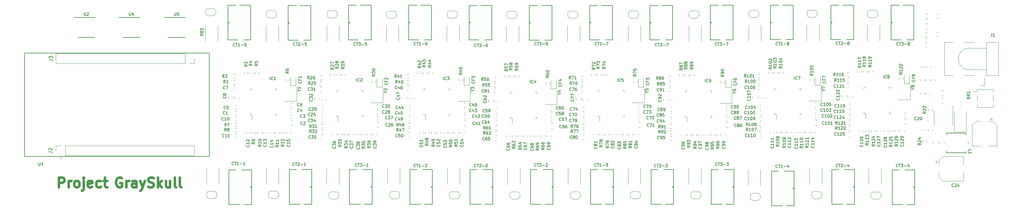
<source format=gbr>
%TF.GenerationSoftware,KiCad,Pcbnew,(7.0.0)*%
%TF.CreationDate,2023-05-02T23:46:26+03:00*%
%TF.ProjectId,24_channel_esp32_energy_meter,32345f63-6861-46e6-9e65-6c5f65737033,rev?*%
%TF.SameCoordinates,PX5ff2fd0PYa4fc540*%
%TF.FileFunction,Legend,Top*%
%TF.FilePolarity,Positive*%
%FSLAX46Y46*%
G04 Gerber Fmt 4.6, Leading zero omitted, Abs format (unit mm)*
G04 Created by KiCad (PCBNEW (7.0.0)) date 2023-05-02 23:46:26*
%MOMM*%
%LPD*%
G01*
G04 APERTURE LIST*
%ADD10C,0.675000*%
%ADD11C,0.200000*%
%ADD12C,0.150000*%
%ADD13C,0.127000*%
%ADD14C,0.120000*%
%ADD15C,0.152400*%
G04 APERTURE END LIST*
D10*
X10107857Y5237572D02*
X10107857Y7937572D01*
X10107857Y7937572D02*
X11136428Y7937572D01*
X11136428Y7937572D02*
X11393571Y7809000D01*
X11393571Y7809000D02*
X11522142Y7680429D01*
X11522142Y7680429D02*
X11650714Y7423286D01*
X11650714Y7423286D02*
X11650714Y7037572D01*
X11650714Y7037572D02*
X11522142Y6780429D01*
X11522142Y6780429D02*
X11393571Y6651858D01*
X11393571Y6651858D02*
X11136428Y6523286D01*
X11136428Y6523286D02*
X10107857Y6523286D01*
X12807857Y5237572D02*
X12807857Y7037572D01*
X12807857Y6523286D02*
X12936428Y6780429D01*
X12936428Y6780429D02*
X13065000Y6909000D01*
X13065000Y6909000D02*
X13322142Y7037572D01*
X13322142Y7037572D02*
X13579285Y7037572D01*
X14865000Y5237572D02*
X14607857Y5366143D01*
X14607857Y5366143D02*
X14479286Y5494715D01*
X14479286Y5494715D02*
X14350714Y5751858D01*
X14350714Y5751858D02*
X14350714Y6523286D01*
X14350714Y6523286D02*
X14479286Y6780429D01*
X14479286Y6780429D02*
X14607857Y6909000D01*
X14607857Y6909000D02*
X14865000Y7037572D01*
X14865000Y7037572D02*
X15250714Y7037572D01*
X15250714Y7037572D02*
X15507857Y6909000D01*
X15507857Y6909000D02*
X15636429Y6780429D01*
X15636429Y6780429D02*
X15765000Y6523286D01*
X15765000Y6523286D02*
X15765000Y5751858D01*
X15765000Y5751858D02*
X15636429Y5494715D01*
X15636429Y5494715D02*
X15507857Y5366143D01*
X15507857Y5366143D02*
X15250714Y5237572D01*
X15250714Y5237572D02*
X14865000Y5237572D01*
X16922143Y7037572D02*
X16922143Y4723286D01*
X16922143Y4723286D02*
X16793571Y4466143D01*
X16793571Y4466143D02*
X16536428Y4337572D01*
X16536428Y4337572D02*
X16407857Y4337572D01*
X16922143Y7937572D02*
X16793571Y7809000D01*
X16793571Y7809000D02*
X16922143Y7680429D01*
X16922143Y7680429D02*
X17050714Y7809000D01*
X17050714Y7809000D02*
X16922143Y7937572D01*
X16922143Y7937572D02*
X16922143Y7680429D01*
X19236428Y5366143D02*
X18979285Y5237572D01*
X18979285Y5237572D02*
X18465000Y5237572D01*
X18465000Y5237572D02*
X18207857Y5366143D01*
X18207857Y5366143D02*
X18079285Y5623286D01*
X18079285Y5623286D02*
X18079285Y6651858D01*
X18079285Y6651858D02*
X18207857Y6909000D01*
X18207857Y6909000D02*
X18465000Y7037572D01*
X18465000Y7037572D02*
X18979285Y7037572D01*
X18979285Y7037572D02*
X19236428Y6909000D01*
X19236428Y6909000D02*
X19365000Y6651858D01*
X19365000Y6651858D02*
X19365000Y6394715D01*
X19365000Y6394715D02*
X18079285Y6137572D01*
X21679286Y5366143D02*
X21422143Y5237572D01*
X21422143Y5237572D02*
X20907857Y5237572D01*
X20907857Y5237572D02*
X20650714Y5366143D01*
X20650714Y5366143D02*
X20522143Y5494715D01*
X20522143Y5494715D02*
X20393571Y5751858D01*
X20393571Y5751858D02*
X20393571Y6523286D01*
X20393571Y6523286D02*
X20522143Y6780429D01*
X20522143Y6780429D02*
X20650714Y6909000D01*
X20650714Y6909000D02*
X20907857Y7037572D01*
X20907857Y7037572D02*
X21422143Y7037572D01*
X21422143Y7037572D02*
X21679286Y6909000D01*
X22450714Y7037572D02*
X23479286Y7037572D01*
X22836429Y7937572D02*
X22836429Y5623286D01*
X22836429Y5623286D02*
X22965000Y5366143D01*
X22965000Y5366143D02*
X23222143Y5237572D01*
X23222143Y5237572D02*
X23479286Y5237572D01*
X27413571Y7809000D02*
X27156429Y7937572D01*
X27156429Y7937572D02*
X26770714Y7937572D01*
X26770714Y7937572D02*
X26385000Y7809000D01*
X26385000Y7809000D02*
X26127857Y7551858D01*
X26127857Y7551858D02*
X25999286Y7294715D01*
X25999286Y7294715D02*
X25870714Y6780429D01*
X25870714Y6780429D02*
X25870714Y6394715D01*
X25870714Y6394715D02*
X25999286Y5880429D01*
X25999286Y5880429D02*
X26127857Y5623286D01*
X26127857Y5623286D02*
X26385000Y5366143D01*
X26385000Y5366143D02*
X26770714Y5237572D01*
X26770714Y5237572D02*
X27027857Y5237572D01*
X27027857Y5237572D02*
X27413571Y5366143D01*
X27413571Y5366143D02*
X27542143Y5494715D01*
X27542143Y5494715D02*
X27542143Y6394715D01*
X27542143Y6394715D02*
X27027857Y6394715D01*
X28699286Y5237572D02*
X28699286Y7037572D01*
X28699286Y6523286D02*
X28827857Y6780429D01*
X28827857Y6780429D02*
X28956429Y6909000D01*
X28956429Y6909000D02*
X29213571Y7037572D01*
X29213571Y7037572D02*
X29470714Y7037572D01*
X31527858Y5237572D02*
X31527858Y6651858D01*
X31527858Y6651858D02*
X31399286Y6909000D01*
X31399286Y6909000D02*
X31142143Y7037572D01*
X31142143Y7037572D02*
X30627858Y7037572D01*
X30627858Y7037572D02*
X30370715Y6909000D01*
X31527858Y5366143D02*
X31270715Y5237572D01*
X31270715Y5237572D02*
X30627858Y5237572D01*
X30627858Y5237572D02*
X30370715Y5366143D01*
X30370715Y5366143D02*
X30242143Y5623286D01*
X30242143Y5623286D02*
X30242143Y5880429D01*
X30242143Y5880429D02*
X30370715Y6137572D01*
X30370715Y6137572D02*
X30627858Y6266143D01*
X30627858Y6266143D02*
X31270715Y6266143D01*
X31270715Y6266143D02*
X31527858Y6394715D01*
X32556429Y7037572D02*
X33199286Y5237572D01*
X33842143Y7037572D02*
X33199286Y5237572D01*
X33199286Y5237572D02*
X32942143Y4594715D01*
X32942143Y4594715D02*
X32813572Y4466143D01*
X32813572Y4466143D02*
X32556429Y4337572D01*
X34742143Y5366143D02*
X35127858Y5237572D01*
X35127858Y5237572D02*
X35770715Y5237572D01*
X35770715Y5237572D02*
X36027858Y5366143D01*
X36027858Y5366143D02*
X36156429Y5494715D01*
X36156429Y5494715D02*
X36285000Y5751858D01*
X36285000Y5751858D02*
X36285000Y6009000D01*
X36285000Y6009000D02*
X36156429Y6266143D01*
X36156429Y6266143D02*
X36027858Y6394715D01*
X36027858Y6394715D02*
X35770715Y6523286D01*
X35770715Y6523286D02*
X35256429Y6651858D01*
X35256429Y6651858D02*
X34999286Y6780429D01*
X34999286Y6780429D02*
X34870715Y6909000D01*
X34870715Y6909000D02*
X34742143Y7166143D01*
X34742143Y7166143D02*
X34742143Y7423286D01*
X34742143Y7423286D02*
X34870715Y7680429D01*
X34870715Y7680429D02*
X34999286Y7809000D01*
X34999286Y7809000D02*
X35256429Y7937572D01*
X35256429Y7937572D02*
X35899286Y7937572D01*
X35899286Y7937572D02*
X36285000Y7809000D01*
X37442144Y5237572D02*
X37442144Y7937572D01*
X37699287Y6266143D02*
X38470715Y5237572D01*
X38470715Y7037572D02*
X37442144Y6009000D01*
X40785001Y7037572D02*
X40785001Y5237572D01*
X39627858Y7037572D02*
X39627858Y5623286D01*
X39627858Y5623286D02*
X39756429Y5366143D01*
X39756429Y5366143D02*
X40013572Y5237572D01*
X40013572Y5237572D02*
X40399286Y5237572D01*
X40399286Y5237572D02*
X40656429Y5366143D01*
X40656429Y5366143D02*
X40785001Y5494715D01*
X42456429Y5237572D02*
X42199286Y5366143D01*
X42199286Y5366143D02*
X42070715Y5623286D01*
X42070715Y5623286D02*
X42070715Y7937572D01*
X43870715Y5237572D02*
X43613572Y5366143D01*
X43613572Y5366143D02*
X43485001Y5623286D01*
X43485001Y5623286D02*
X43485001Y7937572D01*
D11*
%TO.C,U1*%
X4455476Y12106096D02*
X4455476Y11458477D01*
X4455476Y11458477D02*
X4493571Y11382286D01*
X4493571Y11382286D02*
X4531666Y11344191D01*
X4531666Y11344191D02*
X4607857Y11306096D01*
X4607857Y11306096D02*
X4760238Y11306096D01*
X4760238Y11306096D02*
X4836428Y11344191D01*
X4836428Y11344191D02*
X4874523Y11382286D01*
X4874523Y11382286D02*
X4912619Y11458477D01*
X4912619Y11458477D02*
X4912619Y12106096D01*
X5712618Y11306096D02*
X5255475Y11306096D01*
X5484047Y11306096D02*
X5484047Y12106096D01*
X5484047Y12106096D02*
X5407856Y11991810D01*
X5407856Y11991810D02*
X5331666Y11915620D01*
X5331666Y11915620D02*
X5255475Y11877524D01*
D12*
%TO.C,J3*%
X7367380Y40466667D02*
X8081666Y40466667D01*
X8081666Y40466667D02*
X8224523Y40419048D01*
X8224523Y40419048D02*
X8319761Y40323810D01*
X8319761Y40323810D02*
X8367380Y40180953D01*
X8367380Y40180953D02*
X8367380Y40085715D01*
X7367380Y40847620D02*
X7367380Y41466667D01*
X7367380Y41466667D02*
X7748333Y41133334D01*
X7748333Y41133334D02*
X7748333Y41276191D01*
X7748333Y41276191D02*
X7795952Y41371429D01*
X7795952Y41371429D02*
X7843571Y41419048D01*
X7843571Y41419048D02*
X7938809Y41466667D01*
X7938809Y41466667D02*
X8176904Y41466667D01*
X8176904Y41466667D02*
X8272142Y41419048D01*
X8272142Y41419048D02*
X8319761Y41371429D01*
X8319761Y41371429D02*
X8367380Y41276191D01*
X8367380Y41276191D02*
X8367380Y40990477D01*
X8367380Y40990477D02*
X8319761Y40895239D01*
X8319761Y40895239D02*
X8272142Y40847620D01*
%TO.C,J2*%
X7182380Y15066667D02*
X7896666Y15066667D01*
X7896666Y15066667D02*
X8039523Y15019048D01*
X8039523Y15019048D02*
X8134761Y14923810D01*
X8134761Y14923810D02*
X8182380Y14780953D01*
X8182380Y14780953D02*
X8182380Y14685715D01*
X7277619Y15495239D02*
X7230000Y15542858D01*
X7230000Y15542858D02*
X7182380Y15638096D01*
X7182380Y15638096D02*
X7182380Y15876191D01*
X7182380Y15876191D02*
X7230000Y15971429D01*
X7230000Y15971429D02*
X7277619Y16019048D01*
X7277619Y16019048D02*
X7372857Y16066667D01*
X7372857Y16066667D02*
X7468095Y16066667D01*
X7468095Y16066667D02*
X7610952Y16019048D01*
X7610952Y16019048D02*
X8182380Y15447620D01*
X8182380Y15447620D02*
X8182380Y16066667D01*
D11*
%TO.C,C52*%
X115147713Y16973215D02*
X115185808Y16935119D01*
X115185808Y16935119D02*
X115223903Y16820834D01*
X115223903Y16820834D02*
X115223903Y16744643D01*
X115223903Y16744643D02*
X115185808Y16630357D01*
X115185808Y16630357D02*
X115109618Y16554167D01*
X115109618Y16554167D02*
X115033427Y16516072D01*
X115033427Y16516072D02*
X114881046Y16477976D01*
X114881046Y16477976D02*
X114766760Y16477976D01*
X114766760Y16477976D02*
X114614379Y16516072D01*
X114614379Y16516072D02*
X114538189Y16554167D01*
X114538189Y16554167D02*
X114461999Y16630357D01*
X114461999Y16630357D02*
X114423903Y16744643D01*
X114423903Y16744643D02*
X114423903Y16820834D01*
X114423903Y16820834D02*
X114461999Y16935119D01*
X114461999Y16935119D02*
X114500094Y16973215D01*
X114423903Y17697024D02*
X114423903Y17316072D01*
X114423903Y17316072D02*
X114804856Y17277976D01*
X114804856Y17277976D02*
X114766760Y17316072D01*
X114766760Y17316072D02*
X114728665Y17392262D01*
X114728665Y17392262D02*
X114728665Y17582738D01*
X114728665Y17582738D02*
X114766760Y17658929D01*
X114766760Y17658929D02*
X114804856Y17697024D01*
X114804856Y17697024D02*
X114881046Y17735119D01*
X114881046Y17735119D02*
X115071522Y17735119D01*
X115071522Y17735119D02*
X115147713Y17697024D01*
X115147713Y17697024D02*
X115185808Y17658929D01*
X115185808Y17658929D02*
X115223903Y17582738D01*
X115223903Y17582738D02*
X115223903Y17392262D01*
X115223903Y17392262D02*
X115185808Y17316072D01*
X115185808Y17316072D02*
X115147713Y17277976D01*
X114500094Y18039881D02*
X114461999Y18077977D01*
X114461999Y18077977D02*
X114423903Y18154167D01*
X114423903Y18154167D02*
X114423903Y18344643D01*
X114423903Y18344643D02*
X114461999Y18420834D01*
X114461999Y18420834D02*
X114500094Y18458929D01*
X114500094Y18458929D02*
X114576284Y18497024D01*
X114576284Y18497024D02*
X114652475Y18497024D01*
X114652475Y18497024D02*
X114766760Y18458929D01*
X114766760Y18458929D02*
X115223903Y18001786D01*
X115223903Y18001786D02*
X115223903Y18497024D01*
%TO.C,C57*%
X148648214Y23732286D02*
X148610118Y23694191D01*
X148610118Y23694191D02*
X148495833Y23656096D01*
X148495833Y23656096D02*
X148419642Y23656096D01*
X148419642Y23656096D02*
X148305356Y23694191D01*
X148305356Y23694191D02*
X148229166Y23770381D01*
X148229166Y23770381D02*
X148191071Y23846572D01*
X148191071Y23846572D02*
X148152975Y23998953D01*
X148152975Y23998953D02*
X148152975Y24113239D01*
X148152975Y24113239D02*
X148191071Y24265620D01*
X148191071Y24265620D02*
X148229166Y24341810D01*
X148229166Y24341810D02*
X148305356Y24418000D01*
X148305356Y24418000D02*
X148419642Y24456096D01*
X148419642Y24456096D02*
X148495833Y24456096D01*
X148495833Y24456096D02*
X148610118Y24418000D01*
X148610118Y24418000D02*
X148648214Y24379905D01*
X149372023Y24456096D02*
X148991071Y24456096D01*
X148991071Y24456096D02*
X148952975Y24075143D01*
X148952975Y24075143D02*
X148991071Y24113239D01*
X148991071Y24113239D02*
X149067261Y24151334D01*
X149067261Y24151334D02*
X149257737Y24151334D01*
X149257737Y24151334D02*
X149333928Y24113239D01*
X149333928Y24113239D02*
X149372023Y24075143D01*
X149372023Y24075143D02*
X149410118Y23998953D01*
X149410118Y23998953D02*
X149410118Y23808477D01*
X149410118Y23808477D02*
X149372023Y23732286D01*
X149372023Y23732286D02*
X149333928Y23694191D01*
X149333928Y23694191D02*
X149257737Y23656096D01*
X149257737Y23656096D02*
X149067261Y23656096D01*
X149067261Y23656096D02*
X148991071Y23694191D01*
X148991071Y23694191D02*
X148952975Y23732286D01*
X149676785Y24456096D02*
X150210119Y24456096D01*
X150210119Y24456096D02*
X149867261Y23656096D01*
%TO.C,R35*%
X94548903Y16460715D02*
X94167951Y16194048D01*
X94548903Y16003572D02*
X93748903Y16003572D01*
X93748903Y16003572D02*
X93748903Y16308334D01*
X93748903Y16308334D02*
X93786999Y16384524D01*
X93786999Y16384524D02*
X93825094Y16422619D01*
X93825094Y16422619D02*
X93901284Y16460715D01*
X93901284Y16460715D02*
X94015570Y16460715D01*
X94015570Y16460715D02*
X94091760Y16422619D01*
X94091760Y16422619D02*
X94129856Y16384524D01*
X94129856Y16384524D02*
X94167951Y16308334D01*
X94167951Y16308334D02*
X94167951Y16003572D01*
X93748903Y16727381D02*
X93748903Y17222619D01*
X93748903Y17222619D02*
X94053665Y16955953D01*
X94053665Y16955953D02*
X94053665Y17070238D01*
X94053665Y17070238D02*
X94091760Y17146429D01*
X94091760Y17146429D02*
X94129856Y17184524D01*
X94129856Y17184524D02*
X94206046Y17222619D01*
X94206046Y17222619D02*
X94396522Y17222619D01*
X94396522Y17222619D02*
X94472713Y17184524D01*
X94472713Y17184524D02*
X94510808Y17146429D01*
X94510808Y17146429D02*
X94548903Y17070238D01*
X94548903Y17070238D02*
X94548903Y16841667D01*
X94548903Y16841667D02*
X94510808Y16765476D01*
X94510808Y16765476D02*
X94472713Y16727381D01*
X93748903Y17946429D02*
X93748903Y17565477D01*
X93748903Y17565477D02*
X94129856Y17527381D01*
X94129856Y17527381D02*
X94091760Y17565477D01*
X94091760Y17565477D02*
X94053665Y17641667D01*
X94053665Y17641667D02*
X94053665Y17832143D01*
X94053665Y17832143D02*
X94091760Y17908334D01*
X94091760Y17908334D02*
X94129856Y17946429D01*
X94129856Y17946429D02*
X94206046Y17984524D01*
X94206046Y17984524D02*
X94396522Y17984524D01*
X94396522Y17984524D02*
X94472713Y17946429D01*
X94472713Y17946429D02*
X94510808Y17908334D01*
X94510808Y17908334D02*
X94548903Y17832143D01*
X94548903Y17832143D02*
X94548903Y17641667D01*
X94548903Y17641667D02*
X94510808Y17565477D01*
X94510808Y17565477D02*
X94472713Y17527381D01*
%TO.C,R91*%
X176028214Y21581096D02*
X175761547Y21962048D01*
X175571071Y21581096D02*
X175571071Y22381096D01*
X175571071Y22381096D02*
X175875833Y22381096D01*
X175875833Y22381096D02*
X175952023Y22343000D01*
X175952023Y22343000D02*
X175990118Y22304905D01*
X175990118Y22304905D02*
X176028214Y22228715D01*
X176028214Y22228715D02*
X176028214Y22114429D01*
X176028214Y22114429D02*
X175990118Y22038239D01*
X175990118Y22038239D02*
X175952023Y22000143D01*
X175952023Y22000143D02*
X175875833Y21962048D01*
X175875833Y21962048D02*
X175571071Y21962048D01*
X176409166Y21581096D02*
X176561547Y21581096D01*
X176561547Y21581096D02*
X176637737Y21619191D01*
X176637737Y21619191D02*
X176675833Y21657286D01*
X176675833Y21657286D02*
X176752023Y21771572D01*
X176752023Y21771572D02*
X176790118Y21923953D01*
X176790118Y21923953D02*
X176790118Y22228715D01*
X176790118Y22228715D02*
X176752023Y22304905D01*
X176752023Y22304905D02*
X176713928Y22343000D01*
X176713928Y22343000D02*
X176637737Y22381096D01*
X176637737Y22381096D02*
X176485356Y22381096D01*
X176485356Y22381096D02*
X176409166Y22343000D01*
X176409166Y22343000D02*
X176371071Y22304905D01*
X176371071Y22304905D02*
X176332975Y22228715D01*
X176332975Y22228715D02*
X176332975Y22038239D01*
X176332975Y22038239D02*
X176371071Y21962048D01*
X176371071Y21962048D02*
X176409166Y21923953D01*
X176409166Y21923953D02*
X176485356Y21885858D01*
X176485356Y21885858D02*
X176637737Y21885858D01*
X176637737Y21885858D02*
X176713928Y21923953D01*
X176713928Y21923953D02*
X176752023Y21962048D01*
X176752023Y21962048D02*
X176790118Y22038239D01*
X177552023Y21581096D02*
X177094880Y21581096D01*
X177323452Y21581096D02*
X177323452Y22381096D01*
X177323452Y22381096D02*
X177247261Y22266810D01*
X177247261Y22266810D02*
X177171071Y22190620D01*
X177171071Y22190620D02*
X177094880Y22152524D01*
%TO.C,R55*%
X127448214Y33156097D02*
X127181547Y33537049D01*
X126991071Y33156097D02*
X126991071Y33956097D01*
X126991071Y33956097D02*
X127295833Y33956097D01*
X127295833Y33956097D02*
X127372023Y33918001D01*
X127372023Y33918001D02*
X127410118Y33879906D01*
X127410118Y33879906D02*
X127448214Y33803716D01*
X127448214Y33803716D02*
X127448214Y33689430D01*
X127448214Y33689430D02*
X127410118Y33613240D01*
X127410118Y33613240D02*
X127372023Y33575144D01*
X127372023Y33575144D02*
X127295833Y33537049D01*
X127295833Y33537049D02*
X126991071Y33537049D01*
X128172023Y33956097D02*
X127791071Y33956097D01*
X127791071Y33956097D02*
X127752975Y33575144D01*
X127752975Y33575144D02*
X127791071Y33613240D01*
X127791071Y33613240D02*
X127867261Y33651335D01*
X127867261Y33651335D02*
X128057737Y33651335D01*
X128057737Y33651335D02*
X128133928Y33613240D01*
X128133928Y33613240D02*
X128172023Y33575144D01*
X128172023Y33575144D02*
X128210118Y33498954D01*
X128210118Y33498954D02*
X128210118Y33308478D01*
X128210118Y33308478D02*
X128172023Y33232287D01*
X128172023Y33232287D02*
X128133928Y33194192D01*
X128133928Y33194192D02*
X128057737Y33156097D01*
X128057737Y33156097D02*
X127867261Y33156097D01*
X127867261Y33156097D02*
X127791071Y33194192D01*
X127791071Y33194192D02*
X127752975Y33232287D01*
X128933928Y33956097D02*
X128552976Y33956097D01*
X128552976Y33956097D02*
X128514880Y33575144D01*
X128514880Y33575144D02*
X128552976Y33613240D01*
X128552976Y33613240D02*
X128629166Y33651335D01*
X128629166Y33651335D02*
X128819642Y33651335D01*
X128819642Y33651335D02*
X128895833Y33613240D01*
X128895833Y33613240D02*
X128933928Y33575144D01*
X128933928Y33575144D02*
X128972023Y33498954D01*
X128972023Y33498954D02*
X128972023Y33308478D01*
X128972023Y33308478D02*
X128933928Y33232287D01*
X128933928Y33232287D02*
X128895833Y33194192D01*
X128895833Y33194192D02*
X128819642Y33156097D01*
X128819642Y33156097D02*
X128629166Y33156097D01*
X128629166Y33156097D02*
X128552976Y33194192D01*
X128552976Y33194192D02*
X128514880Y33232287D01*
%TO.C,C4*%
X76391667Y26177286D02*
X76353571Y26139191D01*
X76353571Y26139191D02*
X76239286Y26101096D01*
X76239286Y26101096D02*
X76163095Y26101096D01*
X76163095Y26101096D02*
X76048809Y26139191D01*
X76048809Y26139191D02*
X75972619Y26215381D01*
X75972619Y26215381D02*
X75934524Y26291572D01*
X75934524Y26291572D02*
X75896428Y26443953D01*
X75896428Y26443953D02*
X75896428Y26558239D01*
X75896428Y26558239D02*
X75934524Y26710620D01*
X75934524Y26710620D02*
X75972619Y26786810D01*
X75972619Y26786810D02*
X76048809Y26863000D01*
X76048809Y26863000D02*
X76163095Y26901096D01*
X76163095Y26901096D02*
X76239286Y26901096D01*
X76239286Y26901096D02*
X76353571Y26863000D01*
X76353571Y26863000D02*
X76391667Y26824905D01*
X77077381Y26634429D02*
X77077381Y26101096D01*
X76886905Y26939191D02*
X76696428Y26367762D01*
X76696428Y26367762D02*
X77191667Y26367762D01*
%TO.C,C49*%
X103390715Y23819786D02*
X103352619Y23781691D01*
X103352619Y23781691D02*
X103238334Y23743596D01*
X103238334Y23743596D02*
X103162143Y23743596D01*
X103162143Y23743596D02*
X103047857Y23781691D01*
X103047857Y23781691D02*
X102971667Y23857881D01*
X102971667Y23857881D02*
X102933572Y23934072D01*
X102933572Y23934072D02*
X102895476Y24086453D01*
X102895476Y24086453D02*
X102895476Y24200739D01*
X102895476Y24200739D02*
X102933572Y24353120D01*
X102933572Y24353120D02*
X102971667Y24429310D01*
X102971667Y24429310D02*
X103047857Y24505500D01*
X103047857Y24505500D02*
X103162143Y24543596D01*
X103162143Y24543596D02*
X103238334Y24543596D01*
X103238334Y24543596D02*
X103352619Y24505500D01*
X103352619Y24505500D02*
X103390715Y24467405D01*
X104076429Y24276929D02*
X104076429Y23743596D01*
X103885953Y24581691D02*
X103695476Y24010262D01*
X103695476Y24010262D02*
X104190715Y24010262D01*
X104533572Y23743596D02*
X104685953Y23743596D01*
X104685953Y23743596D02*
X104762143Y23781691D01*
X104762143Y23781691D02*
X104800239Y23819786D01*
X104800239Y23819786D02*
X104876429Y23934072D01*
X104876429Y23934072D02*
X104914524Y24086453D01*
X104914524Y24086453D02*
X104914524Y24391215D01*
X104914524Y24391215D02*
X104876429Y24467405D01*
X104876429Y24467405D02*
X104838334Y24505500D01*
X104838334Y24505500D02*
X104762143Y24543596D01*
X104762143Y24543596D02*
X104609762Y24543596D01*
X104609762Y24543596D02*
X104533572Y24505500D01*
X104533572Y24505500D02*
X104495477Y24467405D01*
X104495477Y24467405D02*
X104457381Y24391215D01*
X104457381Y24391215D02*
X104457381Y24200739D01*
X104457381Y24200739D02*
X104495477Y24124548D01*
X104495477Y24124548D02*
X104533572Y24086453D01*
X104533572Y24086453D02*
X104609762Y24048358D01*
X104609762Y24048358D02*
X104762143Y24048358D01*
X104762143Y24048358D02*
X104838334Y24086453D01*
X104838334Y24086453D02*
X104876429Y24124548D01*
X104876429Y24124548D02*
X104914524Y24200739D01*
%TO.C,R33*%
X87998905Y16910715D02*
X87617953Y16644048D01*
X87998905Y16453572D02*
X87198905Y16453572D01*
X87198905Y16453572D02*
X87198905Y16758334D01*
X87198905Y16758334D02*
X87237001Y16834524D01*
X87237001Y16834524D02*
X87275096Y16872619D01*
X87275096Y16872619D02*
X87351286Y16910715D01*
X87351286Y16910715D02*
X87465572Y16910715D01*
X87465572Y16910715D02*
X87541762Y16872619D01*
X87541762Y16872619D02*
X87579858Y16834524D01*
X87579858Y16834524D02*
X87617953Y16758334D01*
X87617953Y16758334D02*
X87617953Y16453572D01*
X87198905Y17177381D02*
X87198905Y17672619D01*
X87198905Y17672619D02*
X87503667Y17405953D01*
X87503667Y17405953D02*
X87503667Y17520238D01*
X87503667Y17520238D02*
X87541762Y17596429D01*
X87541762Y17596429D02*
X87579858Y17634524D01*
X87579858Y17634524D02*
X87656048Y17672619D01*
X87656048Y17672619D02*
X87846524Y17672619D01*
X87846524Y17672619D02*
X87922715Y17634524D01*
X87922715Y17634524D02*
X87960810Y17596429D01*
X87960810Y17596429D02*
X87998905Y17520238D01*
X87998905Y17520238D02*
X87998905Y17291667D01*
X87998905Y17291667D02*
X87960810Y17215476D01*
X87960810Y17215476D02*
X87922715Y17177381D01*
X87198905Y17939286D02*
X87198905Y18434524D01*
X87198905Y18434524D02*
X87503667Y18167858D01*
X87503667Y18167858D02*
X87503667Y18282143D01*
X87503667Y18282143D02*
X87541762Y18358334D01*
X87541762Y18358334D02*
X87579858Y18396429D01*
X87579858Y18396429D02*
X87656048Y18434524D01*
X87656048Y18434524D02*
X87846524Y18434524D01*
X87846524Y18434524D02*
X87922715Y18396429D01*
X87922715Y18396429D02*
X87960810Y18358334D01*
X87960810Y18358334D02*
X87998905Y18282143D01*
X87998905Y18282143D02*
X87998905Y18053572D01*
X87998905Y18053572D02*
X87960810Y17977381D01*
X87960810Y17977381D02*
X87922715Y17939286D01*
%TO.C,C47*%
X103997715Y29948215D02*
X104035810Y29910119D01*
X104035810Y29910119D02*
X104073905Y29795834D01*
X104073905Y29795834D02*
X104073905Y29719643D01*
X104073905Y29719643D02*
X104035810Y29605357D01*
X104035810Y29605357D02*
X103959620Y29529167D01*
X103959620Y29529167D02*
X103883429Y29491072D01*
X103883429Y29491072D02*
X103731048Y29452976D01*
X103731048Y29452976D02*
X103616762Y29452976D01*
X103616762Y29452976D02*
X103464381Y29491072D01*
X103464381Y29491072D02*
X103388191Y29529167D01*
X103388191Y29529167D02*
X103312001Y29605357D01*
X103312001Y29605357D02*
X103273905Y29719643D01*
X103273905Y29719643D02*
X103273905Y29795834D01*
X103273905Y29795834D02*
X103312001Y29910119D01*
X103312001Y29910119D02*
X103350096Y29948215D01*
X103540572Y30633929D02*
X104073905Y30633929D01*
X103235810Y30443453D02*
X103807239Y30252976D01*
X103807239Y30252976D02*
X103807239Y30748215D01*
X103273905Y30976786D02*
X103273905Y31510120D01*
X103273905Y31510120D02*
X104073905Y31167262D01*
%TO.C,R100*%
X199929762Y34106097D02*
X199663095Y34487049D01*
X199472619Y34106097D02*
X199472619Y34906097D01*
X199472619Y34906097D02*
X199777381Y34906097D01*
X199777381Y34906097D02*
X199853571Y34868001D01*
X199853571Y34868001D02*
X199891666Y34829906D01*
X199891666Y34829906D02*
X199929762Y34753716D01*
X199929762Y34753716D02*
X199929762Y34639430D01*
X199929762Y34639430D02*
X199891666Y34563240D01*
X199891666Y34563240D02*
X199853571Y34525144D01*
X199853571Y34525144D02*
X199777381Y34487049D01*
X199777381Y34487049D02*
X199472619Y34487049D01*
X200691666Y34106097D02*
X200234523Y34106097D01*
X200463095Y34106097D02*
X200463095Y34906097D01*
X200463095Y34906097D02*
X200386904Y34791811D01*
X200386904Y34791811D02*
X200310714Y34715621D01*
X200310714Y34715621D02*
X200234523Y34677525D01*
X201186905Y34906097D02*
X201263095Y34906097D01*
X201263095Y34906097D02*
X201339286Y34868001D01*
X201339286Y34868001D02*
X201377381Y34829906D01*
X201377381Y34829906D02*
X201415476Y34753716D01*
X201415476Y34753716D02*
X201453571Y34601335D01*
X201453571Y34601335D02*
X201453571Y34410859D01*
X201453571Y34410859D02*
X201415476Y34258478D01*
X201415476Y34258478D02*
X201377381Y34182287D01*
X201377381Y34182287D02*
X201339286Y34144192D01*
X201339286Y34144192D02*
X201263095Y34106097D01*
X201263095Y34106097D02*
X201186905Y34106097D01*
X201186905Y34106097D02*
X201110714Y34144192D01*
X201110714Y34144192D02*
X201072619Y34182287D01*
X201072619Y34182287D02*
X201034524Y34258478D01*
X201034524Y34258478D02*
X200996428Y34410859D01*
X200996428Y34410859D02*
X200996428Y34601335D01*
X200996428Y34601335D02*
X201034524Y34753716D01*
X201034524Y34753716D02*
X201072619Y34829906D01*
X201072619Y34829906D02*
X201110714Y34868001D01*
X201110714Y34868001D02*
X201186905Y34906097D01*
X201948810Y34906097D02*
X202025000Y34906097D01*
X202025000Y34906097D02*
X202101191Y34868001D01*
X202101191Y34868001D02*
X202139286Y34829906D01*
X202139286Y34829906D02*
X202177381Y34753716D01*
X202177381Y34753716D02*
X202215476Y34601335D01*
X202215476Y34601335D02*
X202215476Y34410859D01*
X202215476Y34410859D02*
X202177381Y34258478D01*
X202177381Y34258478D02*
X202139286Y34182287D01*
X202139286Y34182287D02*
X202101191Y34144192D01*
X202101191Y34144192D02*
X202025000Y34106097D01*
X202025000Y34106097D02*
X201948810Y34106097D01*
X201948810Y34106097D02*
X201872619Y34144192D01*
X201872619Y34144192D02*
X201834524Y34182287D01*
X201834524Y34182287D02*
X201796429Y34258478D01*
X201796429Y34258478D02*
X201758333Y34410859D01*
X201758333Y34410859D02*
X201758333Y34601335D01*
X201758333Y34601335D02*
X201796429Y34753716D01*
X201796429Y34753716D02*
X201834524Y34829906D01*
X201834524Y34829906D02*
X201872619Y34868001D01*
X201872619Y34868001D02*
X201948810Y34906097D01*
%TO.C,C75*%
X171953214Y27307286D02*
X171915118Y27269191D01*
X171915118Y27269191D02*
X171800833Y27231096D01*
X171800833Y27231096D02*
X171724642Y27231096D01*
X171724642Y27231096D02*
X171610356Y27269191D01*
X171610356Y27269191D02*
X171534166Y27345381D01*
X171534166Y27345381D02*
X171496071Y27421572D01*
X171496071Y27421572D02*
X171457975Y27573953D01*
X171457975Y27573953D02*
X171457975Y27688239D01*
X171457975Y27688239D02*
X171496071Y27840620D01*
X171496071Y27840620D02*
X171534166Y27916810D01*
X171534166Y27916810D02*
X171610356Y27993000D01*
X171610356Y27993000D02*
X171724642Y28031096D01*
X171724642Y28031096D02*
X171800833Y28031096D01*
X171800833Y28031096D02*
X171915118Y27993000D01*
X171915118Y27993000D02*
X171953214Y27954905D01*
X172219880Y28031096D02*
X172753214Y28031096D01*
X172753214Y28031096D02*
X172410356Y27231096D01*
X173438928Y28031096D02*
X173057976Y28031096D01*
X173057976Y28031096D02*
X173019880Y27650143D01*
X173019880Y27650143D02*
X173057976Y27688239D01*
X173057976Y27688239D02*
X173134166Y27726334D01*
X173134166Y27726334D02*
X173324642Y27726334D01*
X173324642Y27726334D02*
X173400833Y27688239D01*
X173400833Y27688239D02*
X173438928Y27650143D01*
X173438928Y27650143D02*
X173477023Y27573953D01*
X173477023Y27573953D02*
X173477023Y27383477D01*
X173477023Y27383477D02*
X173438928Y27307286D01*
X173438928Y27307286D02*
X173400833Y27269191D01*
X173400833Y27269191D02*
X173324642Y27231096D01*
X173324642Y27231096D02*
X173134166Y27231096D01*
X173134166Y27231096D02*
X173057976Y27269191D01*
X173057976Y27269191D02*
X173019880Y27307286D01*
%TO.C,R111*%
X216898903Y16729763D02*
X216517951Y16463096D01*
X216898903Y16272620D02*
X216098903Y16272620D01*
X216098903Y16272620D02*
X216098903Y16577382D01*
X216098903Y16577382D02*
X216136999Y16653572D01*
X216136999Y16653572D02*
X216175094Y16691667D01*
X216175094Y16691667D02*
X216251284Y16729763D01*
X216251284Y16729763D02*
X216365570Y16729763D01*
X216365570Y16729763D02*
X216441760Y16691667D01*
X216441760Y16691667D02*
X216479856Y16653572D01*
X216479856Y16653572D02*
X216517951Y16577382D01*
X216517951Y16577382D02*
X216517951Y16272620D01*
X216898903Y17491667D02*
X216898903Y17034524D01*
X216898903Y17263096D02*
X216098903Y17263096D01*
X216098903Y17263096D02*
X216213189Y17186905D01*
X216213189Y17186905D02*
X216289379Y17110715D01*
X216289379Y17110715D02*
X216327475Y17034524D01*
X216898903Y18253572D02*
X216898903Y17796429D01*
X216898903Y18025001D02*
X216098903Y18025001D01*
X216098903Y18025001D02*
X216213189Y17948810D01*
X216213189Y17948810D02*
X216289379Y17872620D01*
X216289379Y17872620D02*
X216327475Y17796429D01*
X216898903Y19015477D02*
X216898903Y18558334D01*
X216898903Y18786906D02*
X216098903Y18786906D01*
X216098903Y18786906D02*
X216213189Y18710715D01*
X216213189Y18710715D02*
X216289379Y18634525D01*
X216289379Y18634525D02*
X216327475Y18558334D01*
%TO.C,C35*%
X79515715Y18807286D02*
X79477619Y18769191D01*
X79477619Y18769191D02*
X79363334Y18731096D01*
X79363334Y18731096D02*
X79287143Y18731096D01*
X79287143Y18731096D02*
X79172857Y18769191D01*
X79172857Y18769191D02*
X79096667Y18845381D01*
X79096667Y18845381D02*
X79058572Y18921572D01*
X79058572Y18921572D02*
X79020476Y19073953D01*
X79020476Y19073953D02*
X79020476Y19188239D01*
X79020476Y19188239D02*
X79058572Y19340620D01*
X79058572Y19340620D02*
X79096667Y19416810D01*
X79096667Y19416810D02*
X79172857Y19493000D01*
X79172857Y19493000D02*
X79287143Y19531096D01*
X79287143Y19531096D02*
X79363334Y19531096D01*
X79363334Y19531096D02*
X79477619Y19493000D01*
X79477619Y19493000D02*
X79515715Y19454905D01*
X79782381Y19531096D02*
X80277619Y19531096D01*
X80277619Y19531096D02*
X80010953Y19226334D01*
X80010953Y19226334D02*
X80125238Y19226334D01*
X80125238Y19226334D02*
X80201429Y19188239D01*
X80201429Y19188239D02*
X80239524Y19150143D01*
X80239524Y19150143D02*
X80277619Y19073953D01*
X80277619Y19073953D02*
X80277619Y18883477D01*
X80277619Y18883477D02*
X80239524Y18807286D01*
X80239524Y18807286D02*
X80201429Y18769191D01*
X80201429Y18769191D02*
X80125238Y18731096D01*
X80125238Y18731096D02*
X79896667Y18731096D01*
X79896667Y18731096D02*
X79820476Y18769191D01*
X79820476Y18769191D02*
X79782381Y18807286D01*
X81001429Y19531096D02*
X80620477Y19531096D01*
X80620477Y19531096D02*
X80582381Y19150143D01*
X80582381Y19150143D02*
X80620477Y19188239D01*
X80620477Y19188239D02*
X80696667Y19226334D01*
X80696667Y19226334D02*
X80887143Y19226334D01*
X80887143Y19226334D02*
X80963334Y19188239D01*
X80963334Y19188239D02*
X81001429Y19150143D01*
X81001429Y19150143D02*
X81039524Y19073953D01*
X81039524Y19073953D02*
X81039524Y18883477D01*
X81039524Y18883477D02*
X81001429Y18807286D01*
X81001429Y18807286D02*
X80963334Y18769191D01*
X80963334Y18769191D02*
X80887143Y18731096D01*
X80887143Y18731096D02*
X80696667Y18731096D01*
X80696667Y18731096D02*
X80620477Y18769191D01*
X80620477Y18769191D02*
X80582381Y18807286D01*
%TO.C,Y7*%
X221087952Y32069048D02*
X221468904Y32069048D01*
X220668904Y31802381D02*
X221087952Y32069048D01*
X221087952Y32069048D02*
X220668904Y32335714D01*
X220668904Y32526190D02*
X220668904Y33059524D01*
X220668904Y33059524D02*
X221468904Y32716666D01*
%TO.C,C61*%
X127348214Y31582288D02*
X127310118Y31544193D01*
X127310118Y31544193D02*
X127195833Y31506098D01*
X127195833Y31506098D02*
X127119642Y31506098D01*
X127119642Y31506098D02*
X127005356Y31544193D01*
X127005356Y31544193D02*
X126929166Y31620383D01*
X126929166Y31620383D02*
X126891071Y31696574D01*
X126891071Y31696574D02*
X126852975Y31848955D01*
X126852975Y31848955D02*
X126852975Y31963241D01*
X126852975Y31963241D02*
X126891071Y32115622D01*
X126891071Y32115622D02*
X126929166Y32191812D01*
X126929166Y32191812D02*
X127005356Y32268002D01*
X127005356Y32268002D02*
X127119642Y32306098D01*
X127119642Y32306098D02*
X127195833Y32306098D01*
X127195833Y32306098D02*
X127310118Y32268002D01*
X127310118Y32268002D02*
X127348214Y32229907D01*
X128033928Y32306098D02*
X127881547Y32306098D01*
X127881547Y32306098D02*
X127805356Y32268002D01*
X127805356Y32268002D02*
X127767261Y32229907D01*
X127767261Y32229907D02*
X127691071Y32115622D01*
X127691071Y32115622D02*
X127652975Y31963241D01*
X127652975Y31963241D02*
X127652975Y31658479D01*
X127652975Y31658479D02*
X127691071Y31582288D01*
X127691071Y31582288D02*
X127729166Y31544193D01*
X127729166Y31544193D02*
X127805356Y31506098D01*
X127805356Y31506098D02*
X127957737Y31506098D01*
X127957737Y31506098D02*
X128033928Y31544193D01*
X128033928Y31544193D02*
X128072023Y31582288D01*
X128072023Y31582288D02*
X128110118Y31658479D01*
X128110118Y31658479D02*
X128110118Y31848955D01*
X128110118Y31848955D02*
X128072023Y31925145D01*
X128072023Y31925145D02*
X128033928Y31963241D01*
X128033928Y31963241D02*
X127957737Y32001336D01*
X127957737Y32001336D02*
X127805356Y32001336D01*
X127805356Y32001336D02*
X127729166Y31963241D01*
X127729166Y31963241D02*
X127691071Y31925145D01*
X127691071Y31925145D02*
X127652975Y31848955D01*
X128872023Y31506098D02*
X128414880Y31506098D01*
X128643452Y31506098D02*
X128643452Y32306098D01*
X128643452Y32306098D02*
X128567261Y32191812D01*
X128567261Y32191812D02*
X128491071Y32115622D01*
X128491071Y32115622D02*
X128414880Y32077526D01*
%TO.C,R126*%
X241543903Y17104763D02*
X241162951Y16838096D01*
X241543903Y16647620D02*
X240743903Y16647620D01*
X240743903Y16647620D02*
X240743903Y16952382D01*
X240743903Y16952382D02*
X240781999Y17028572D01*
X240781999Y17028572D02*
X240820094Y17066667D01*
X240820094Y17066667D02*
X240896284Y17104763D01*
X240896284Y17104763D02*
X241010570Y17104763D01*
X241010570Y17104763D02*
X241086760Y17066667D01*
X241086760Y17066667D02*
X241124856Y17028572D01*
X241124856Y17028572D02*
X241162951Y16952382D01*
X241162951Y16952382D02*
X241162951Y16647620D01*
X241543903Y17866667D02*
X241543903Y17409524D01*
X241543903Y17638096D02*
X240743903Y17638096D01*
X240743903Y17638096D02*
X240858189Y17561905D01*
X240858189Y17561905D02*
X240934379Y17485715D01*
X240934379Y17485715D02*
X240972475Y17409524D01*
X240820094Y18171429D02*
X240781999Y18209525D01*
X240781999Y18209525D02*
X240743903Y18285715D01*
X240743903Y18285715D02*
X240743903Y18476191D01*
X240743903Y18476191D02*
X240781999Y18552382D01*
X240781999Y18552382D02*
X240820094Y18590477D01*
X240820094Y18590477D02*
X240896284Y18628572D01*
X240896284Y18628572D02*
X240972475Y18628572D01*
X240972475Y18628572D02*
X241086760Y18590477D01*
X241086760Y18590477D02*
X241543903Y18133334D01*
X241543903Y18133334D02*
X241543903Y18628572D01*
X240743903Y19314287D02*
X240743903Y19161906D01*
X240743903Y19161906D02*
X240781999Y19085715D01*
X240781999Y19085715D02*
X240820094Y19047620D01*
X240820094Y19047620D02*
X240934379Y18971430D01*
X240934379Y18971430D02*
X241086760Y18933334D01*
X241086760Y18933334D02*
X241391522Y18933334D01*
X241391522Y18933334D02*
X241467713Y18971430D01*
X241467713Y18971430D02*
X241505808Y19009525D01*
X241505808Y19009525D02*
X241543903Y19085715D01*
X241543903Y19085715D02*
X241543903Y19238096D01*
X241543903Y19238096D02*
X241505808Y19314287D01*
X241505808Y19314287D02*
X241467713Y19352382D01*
X241467713Y19352382D02*
X241391522Y19390477D01*
X241391522Y19390477D02*
X241201046Y19390477D01*
X241201046Y19390477D02*
X241124856Y19352382D01*
X241124856Y19352382D02*
X241086760Y19314287D01*
X241086760Y19314287D02*
X241048665Y19238096D01*
X241048665Y19238096D02*
X241048665Y19085715D01*
X241048665Y19085715D02*
X241086760Y19009525D01*
X241086760Y19009525D02*
X241124856Y18971430D01*
X241124856Y18971430D02*
X241201046Y18933334D01*
%TO.C,R117*%
X231443904Y38779763D02*
X231062952Y38513096D01*
X231443904Y38322620D02*
X230643904Y38322620D01*
X230643904Y38322620D02*
X230643904Y38627382D01*
X230643904Y38627382D02*
X230682000Y38703572D01*
X230682000Y38703572D02*
X230720095Y38741667D01*
X230720095Y38741667D02*
X230796285Y38779763D01*
X230796285Y38779763D02*
X230910571Y38779763D01*
X230910571Y38779763D02*
X230986761Y38741667D01*
X230986761Y38741667D02*
X231024857Y38703572D01*
X231024857Y38703572D02*
X231062952Y38627382D01*
X231062952Y38627382D02*
X231062952Y38322620D01*
X231443904Y39541667D02*
X231443904Y39084524D01*
X231443904Y39313096D02*
X230643904Y39313096D01*
X230643904Y39313096D02*
X230758190Y39236905D01*
X230758190Y39236905D02*
X230834380Y39160715D01*
X230834380Y39160715D02*
X230872476Y39084524D01*
X231443904Y40303572D02*
X231443904Y39846429D01*
X231443904Y40075001D02*
X230643904Y40075001D01*
X230643904Y40075001D02*
X230758190Y39998810D01*
X230758190Y39998810D02*
X230834380Y39922620D01*
X230834380Y39922620D02*
X230872476Y39846429D01*
X230643904Y40570239D02*
X230643904Y41103573D01*
X230643904Y41103573D02*
X231443904Y40760715D01*
%TO.C,R9*%
X64168904Y17716668D02*
X63787952Y17450001D01*
X64168904Y17259525D02*
X63368904Y17259525D01*
X63368904Y17259525D02*
X63368904Y17564287D01*
X63368904Y17564287D02*
X63407000Y17640477D01*
X63407000Y17640477D02*
X63445095Y17678572D01*
X63445095Y17678572D02*
X63521285Y17716668D01*
X63521285Y17716668D02*
X63635571Y17716668D01*
X63635571Y17716668D02*
X63711761Y17678572D01*
X63711761Y17678572D02*
X63749857Y17640477D01*
X63749857Y17640477D02*
X63787952Y17564287D01*
X63787952Y17564287D02*
X63787952Y17259525D01*
X64168904Y18097620D02*
X64168904Y18250001D01*
X64168904Y18250001D02*
X64130809Y18326191D01*
X64130809Y18326191D02*
X64092714Y18364287D01*
X64092714Y18364287D02*
X63978428Y18440477D01*
X63978428Y18440477D02*
X63826047Y18478572D01*
X63826047Y18478572D02*
X63521285Y18478572D01*
X63521285Y18478572D02*
X63445095Y18440477D01*
X63445095Y18440477D02*
X63407000Y18402382D01*
X63407000Y18402382D02*
X63368904Y18326191D01*
X63368904Y18326191D02*
X63368904Y18173810D01*
X63368904Y18173810D02*
X63407000Y18097620D01*
X63407000Y18097620D02*
X63445095Y18059525D01*
X63445095Y18059525D02*
X63521285Y18021429D01*
X63521285Y18021429D02*
X63711761Y18021429D01*
X63711761Y18021429D02*
X63787952Y18059525D01*
X63787952Y18059525D02*
X63826047Y18097620D01*
X63826047Y18097620D02*
X63864142Y18173810D01*
X63864142Y18173810D02*
X63864142Y18326191D01*
X63864142Y18326191D02*
X63826047Y18402382D01*
X63826047Y18402382D02*
X63787952Y18440477D01*
X63787952Y18440477D02*
X63711761Y18478572D01*
%TO.C,C112*%
X211972712Y16679763D02*
X212010807Y16641667D01*
X212010807Y16641667D02*
X212048902Y16527382D01*
X212048902Y16527382D02*
X212048902Y16451191D01*
X212048902Y16451191D02*
X212010807Y16336905D01*
X212010807Y16336905D02*
X211934617Y16260715D01*
X211934617Y16260715D02*
X211858426Y16222620D01*
X211858426Y16222620D02*
X211706045Y16184524D01*
X211706045Y16184524D02*
X211591759Y16184524D01*
X211591759Y16184524D02*
X211439378Y16222620D01*
X211439378Y16222620D02*
X211363188Y16260715D01*
X211363188Y16260715D02*
X211286998Y16336905D01*
X211286998Y16336905D02*
X211248902Y16451191D01*
X211248902Y16451191D02*
X211248902Y16527382D01*
X211248902Y16527382D02*
X211286998Y16641667D01*
X211286998Y16641667D02*
X211325093Y16679763D01*
X212048902Y17441667D02*
X212048902Y16984524D01*
X212048902Y17213096D02*
X211248902Y17213096D01*
X211248902Y17213096D02*
X211363188Y17136905D01*
X211363188Y17136905D02*
X211439378Y17060715D01*
X211439378Y17060715D02*
X211477474Y16984524D01*
X212048902Y18203572D02*
X212048902Y17746429D01*
X212048902Y17975001D02*
X211248902Y17975001D01*
X211248902Y17975001D02*
X211363188Y17898810D01*
X211363188Y17898810D02*
X211439378Y17822620D01*
X211439378Y17822620D02*
X211477474Y17746429D01*
X211325093Y18508334D02*
X211286998Y18546430D01*
X211286998Y18546430D02*
X211248902Y18622620D01*
X211248902Y18622620D02*
X211248902Y18813096D01*
X211248902Y18813096D02*
X211286998Y18889287D01*
X211286998Y18889287D02*
X211325093Y18927382D01*
X211325093Y18927382D02*
X211401283Y18965477D01*
X211401283Y18965477D02*
X211477474Y18965477D01*
X211477474Y18965477D02*
X211591759Y18927382D01*
X211591759Y18927382D02*
X212048902Y18470239D01*
X212048902Y18470239D02*
X212048902Y18965477D01*
%TO.C,C107*%
X200822714Y29654763D02*
X200860809Y29616667D01*
X200860809Y29616667D02*
X200898904Y29502382D01*
X200898904Y29502382D02*
X200898904Y29426191D01*
X200898904Y29426191D02*
X200860809Y29311905D01*
X200860809Y29311905D02*
X200784619Y29235715D01*
X200784619Y29235715D02*
X200708428Y29197620D01*
X200708428Y29197620D02*
X200556047Y29159524D01*
X200556047Y29159524D02*
X200441761Y29159524D01*
X200441761Y29159524D02*
X200289380Y29197620D01*
X200289380Y29197620D02*
X200213190Y29235715D01*
X200213190Y29235715D02*
X200137000Y29311905D01*
X200137000Y29311905D02*
X200098904Y29426191D01*
X200098904Y29426191D02*
X200098904Y29502382D01*
X200098904Y29502382D02*
X200137000Y29616667D01*
X200137000Y29616667D02*
X200175095Y29654763D01*
X200898904Y30416667D02*
X200898904Y29959524D01*
X200898904Y30188096D02*
X200098904Y30188096D01*
X200098904Y30188096D02*
X200213190Y30111905D01*
X200213190Y30111905D02*
X200289380Y30035715D01*
X200289380Y30035715D02*
X200327476Y29959524D01*
X200098904Y30911906D02*
X200098904Y30988096D01*
X200098904Y30988096D02*
X200137000Y31064287D01*
X200137000Y31064287D02*
X200175095Y31102382D01*
X200175095Y31102382D02*
X200251285Y31140477D01*
X200251285Y31140477D02*
X200403666Y31178572D01*
X200403666Y31178572D02*
X200594142Y31178572D01*
X200594142Y31178572D02*
X200746523Y31140477D01*
X200746523Y31140477D02*
X200822714Y31102382D01*
X200822714Y31102382D02*
X200860809Y31064287D01*
X200860809Y31064287D02*
X200898904Y30988096D01*
X200898904Y30988096D02*
X200898904Y30911906D01*
X200898904Y30911906D02*
X200860809Y30835715D01*
X200860809Y30835715D02*
X200822714Y30797620D01*
X200822714Y30797620D02*
X200746523Y30759525D01*
X200746523Y30759525D02*
X200594142Y30721429D01*
X200594142Y30721429D02*
X200403666Y30721429D01*
X200403666Y30721429D02*
X200251285Y30759525D01*
X200251285Y30759525D02*
X200175095Y30797620D01*
X200175095Y30797620D02*
X200137000Y30835715D01*
X200137000Y30835715D02*
X200098904Y30911906D01*
X200098904Y31445239D02*
X200098904Y31978573D01*
X200098904Y31978573D02*
X200898904Y31635715D01*
%TO.C,C74*%
X151678214Y26532286D02*
X151640118Y26494191D01*
X151640118Y26494191D02*
X151525833Y26456096D01*
X151525833Y26456096D02*
X151449642Y26456096D01*
X151449642Y26456096D02*
X151335356Y26494191D01*
X151335356Y26494191D02*
X151259166Y26570381D01*
X151259166Y26570381D02*
X151221071Y26646572D01*
X151221071Y26646572D02*
X151182975Y26798953D01*
X151182975Y26798953D02*
X151182975Y26913239D01*
X151182975Y26913239D02*
X151221071Y27065620D01*
X151221071Y27065620D02*
X151259166Y27141810D01*
X151259166Y27141810D02*
X151335356Y27218000D01*
X151335356Y27218000D02*
X151449642Y27256096D01*
X151449642Y27256096D02*
X151525833Y27256096D01*
X151525833Y27256096D02*
X151640118Y27218000D01*
X151640118Y27218000D02*
X151678214Y27179905D01*
X151944880Y27256096D02*
X152478214Y27256096D01*
X152478214Y27256096D02*
X152135356Y26456096D01*
X153125833Y26989429D02*
X153125833Y26456096D01*
X152935357Y27294191D02*
X152744880Y26722762D01*
X152744880Y26722762D02*
X153240119Y26722762D01*
%TO.C,C54*%
X121597713Y16973215D02*
X121635808Y16935119D01*
X121635808Y16935119D02*
X121673903Y16820834D01*
X121673903Y16820834D02*
X121673903Y16744643D01*
X121673903Y16744643D02*
X121635808Y16630357D01*
X121635808Y16630357D02*
X121559618Y16554167D01*
X121559618Y16554167D02*
X121483427Y16516072D01*
X121483427Y16516072D02*
X121331046Y16477976D01*
X121331046Y16477976D02*
X121216760Y16477976D01*
X121216760Y16477976D02*
X121064379Y16516072D01*
X121064379Y16516072D02*
X120988189Y16554167D01*
X120988189Y16554167D02*
X120911999Y16630357D01*
X120911999Y16630357D02*
X120873903Y16744643D01*
X120873903Y16744643D02*
X120873903Y16820834D01*
X120873903Y16820834D02*
X120911999Y16935119D01*
X120911999Y16935119D02*
X120950094Y16973215D01*
X120873903Y17697024D02*
X120873903Y17316072D01*
X120873903Y17316072D02*
X121254856Y17277976D01*
X121254856Y17277976D02*
X121216760Y17316072D01*
X121216760Y17316072D02*
X121178665Y17392262D01*
X121178665Y17392262D02*
X121178665Y17582738D01*
X121178665Y17582738D02*
X121216760Y17658929D01*
X121216760Y17658929D02*
X121254856Y17697024D01*
X121254856Y17697024D02*
X121331046Y17735119D01*
X121331046Y17735119D02*
X121521522Y17735119D01*
X121521522Y17735119D02*
X121597713Y17697024D01*
X121597713Y17697024D02*
X121635808Y17658929D01*
X121635808Y17658929D02*
X121673903Y17582738D01*
X121673903Y17582738D02*
X121673903Y17392262D01*
X121673903Y17392262D02*
X121635808Y17316072D01*
X121635808Y17316072D02*
X121597713Y17277976D01*
X121140570Y18420834D02*
X121673903Y18420834D01*
X120835808Y18230358D02*
X121407237Y18039881D01*
X121407237Y18039881D02*
X121407237Y18535120D01*
%TO.C,C11*%
X55685714Y19232286D02*
X55647618Y19194191D01*
X55647618Y19194191D02*
X55533333Y19156096D01*
X55533333Y19156096D02*
X55457142Y19156096D01*
X55457142Y19156096D02*
X55342856Y19194191D01*
X55342856Y19194191D02*
X55266666Y19270381D01*
X55266666Y19270381D02*
X55228571Y19346572D01*
X55228571Y19346572D02*
X55190475Y19498953D01*
X55190475Y19498953D02*
X55190475Y19613239D01*
X55190475Y19613239D02*
X55228571Y19765620D01*
X55228571Y19765620D02*
X55266666Y19841810D01*
X55266666Y19841810D02*
X55342856Y19918000D01*
X55342856Y19918000D02*
X55457142Y19956096D01*
X55457142Y19956096D02*
X55533333Y19956096D01*
X55533333Y19956096D02*
X55647618Y19918000D01*
X55647618Y19918000D02*
X55685714Y19879905D01*
X56447618Y19156096D02*
X55990475Y19156096D01*
X56219047Y19156096D02*
X56219047Y19956096D01*
X56219047Y19956096D02*
X56142856Y19841810D01*
X56142856Y19841810D02*
X56066666Y19765620D01*
X56066666Y19765620D02*
X55990475Y19727524D01*
X57209523Y19156096D02*
X56752380Y19156096D01*
X56980952Y19156096D02*
X56980952Y19956096D01*
X56980952Y19956096D02*
X56904761Y19841810D01*
X56904761Y19841810D02*
X56828571Y19765620D01*
X56828571Y19765620D02*
X56752380Y19727524D01*
%TO.C,CT2-3*%
X174875714Y10932286D02*
X174837618Y10894191D01*
X174837618Y10894191D02*
X174723333Y10856096D01*
X174723333Y10856096D02*
X174647142Y10856096D01*
X174647142Y10856096D02*
X174532856Y10894191D01*
X174532856Y10894191D02*
X174456666Y10970381D01*
X174456666Y10970381D02*
X174418571Y11046572D01*
X174418571Y11046572D02*
X174380475Y11198953D01*
X174380475Y11198953D02*
X174380475Y11313239D01*
X174380475Y11313239D02*
X174418571Y11465620D01*
X174418571Y11465620D02*
X174456666Y11541810D01*
X174456666Y11541810D02*
X174532856Y11618000D01*
X174532856Y11618000D02*
X174647142Y11656096D01*
X174647142Y11656096D02*
X174723333Y11656096D01*
X174723333Y11656096D02*
X174837618Y11618000D01*
X174837618Y11618000D02*
X174875714Y11579905D01*
X175104285Y11656096D02*
X175561428Y11656096D01*
X175332856Y10856096D02*
X175332856Y11656096D01*
X175789999Y11579905D02*
X175828095Y11618000D01*
X175828095Y11618000D02*
X175904285Y11656096D01*
X175904285Y11656096D02*
X176094761Y11656096D01*
X176094761Y11656096D02*
X176170952Y11618000D01*
X176170952Y11618000D02*
X176209047Y11579905D01*
X176209047Y11579905D02*
X176247142Y11503715D01*
X176247142Y11503715D02*
X176247142Y11427524D01*
X176247142Y11427524D02*
X176209047Y11313239D01*
X176209047Y11313239D02*
X175751904Y10856096D01*
X175751904Y10856096D02*
X176247142Y10856096D01*
X176590000Y11160858D02*
X177199524Y11160858D01*
X177504285Y11656096D02*
X177999523Y11656096D01*
X177999523Y11656096D02*
X177732857Y11351334D01*
X177732857Y11351334D02*
X177847142Y11351334D01*
X177847142Y11351334D02*
X177923333Y11313239D01*
X177923333Y11313239D02*
X177961428Y11275143D01*
X177961428Y11275143D02*
X177999523Y11198953D01*
X177999523Y11198953D02*
X177999523Y11008477D01*
X177999523Y11008477D02*
X177961428Y10932286D01*
X177961428Y10932286D02*
X177923333Y10894191D01*
X177923333Y10894191D02*
X177847142Y10856096D01*
X177847142Y10856096D02*
X177618571Y10856096D01*
X177618571Y10856096D02*
X177542380Y10894191D01*
X177542380Y10894191D02*
X177504285Y10932286D01*
%TO.C,BR1*%
X261074857Y29976191D02*
X261112952Y30090477D01*
X261112952Y30090477D02*
X261151047Y30128572D01*
X261151047Y30128572D02*
X261227238Y30166668D01*
X261227238Y30166668D02*
X261341523Y30166668D01*
X261341523Y30166668D02*
X261417714Y30128572D01*
X261417714Y30128572D02*
X261455809Y30090477D01*
X261455809Y30090477D02*
X261493904Y30014287D01*
X261493904Y30014287D02*
X261493904Y29709525D01*
X261493904Y29709525D02*
X260693904Y29709525D01*
X260693904Y29709525D02*
X260693904Y29976191D01*
X260693904Y29976191D02*
X260732000Y30052382D01*
X260732000Y30052382D02*
X260770095Y30090477D01*
X260770095Y30090477D02*
X260846285Y30128572D01*
X260846285Y30128572D02*
X260922476Y30128572D01*
X260922476Y30128572D02*
X260998666Y30090477D01*
X260998666Y30090477D02*
X261036761Y30052382D01*
X261036761Y30052382D02*
X261074857Y29976191D01*
X261074857Y29976191D02*
X261074857Y29709525D01*
X261493904Y30966668D02*
X261112952Y30700001D01*
X261493904Y30509525D02*
X260693904Y30509525D01*
X260693904Y30509525D02*
X260693904Y30814287D01*
X260693904Y30814287D02*
X260732000Y30890477D01*
X260732000Y30890477D02*
X260770095Y30928572D01*
X260770095Y30928572D02*
X260846285Y30966668D01*
X260846285Y30966668D02*
X260960571Y30966668D01*
X260960571Y30966668D02*
X261036761Y30928572D01*
X261036761Y30928572D02*
X261074857Y30890477D01*
X261074857Y30890477D02*
X261112952Y30814287D01*
X261112952Y30814287D02*
X261112952Y30509525D01*
X261493904Y31728572D02*
X261493904Y31271429D01*
X261493904Y31500001D02*
X260693904Y31500001D01*
X260693904Y31500001D02*
X260808190Y31423810D01*
X260808190Y31423810D02*
X260884380Y31347620D01*
X260884380Y31347620D02*
X260922476Y31271429D01*
%TO.C,R10*%
X65918904Y17035715D02*
X65537952Y16769048D01*
X65918904Y16578572D02*
X65118904Y16578572D01*
X65118904Y16578572D02*
X65118904Y16883334D01*
X65118904Y16883334D02*
X65157000Y16959524D01*
X65157000Y16959524D02*
X65195095Y16997619D01*
X65195095Y16997619D02*
X65271285Y17035715D01*
X65271285Y17035715D02*
X65385571Y17035715D01*
X65385571Y17035715D02*
X65461761Y16997619D01*
X65461761Y16997619D02*
X65499857Y16959524D01*
X65499857Y16959524D02*
X65537952Y16883334D01*
X65537952Y16883334D02*
X65537952Y16578572D01*
X65918904Y17797619D02*
X65918904Y17340476D01*
X65918904Y17569048D02*
X65118904Y17569048D01*
X65118904Y17569048D02*
X65233190Y17492857D01*
X65233190Y17492857D02*
X65309380Y17416667D01*
X65309380Y17416667D02*
X65347476Y17340476D01*
X65118904Y18292858D02*
X65118904Y18369048D01*
X65118904Y18369048D02*
X65157000Y18445239D01*
X65157000Y18445239D02*
X65195095Y18483334D01*
X65195095Y18483334D02*
X65271285Y18521429D01*
X65271285Y18521429D02*
X65423666Y18559524D01*
X65423666Y18559524D02*
X65614142Y18559524D01*
X65614142Y18559524D02*
X65766523Y18521429D01*
X65766523Y18521429D02*
X65842714Y18483334D01*
X65842714Y18483334D02*
X65880809Y18445239D01*
X65880809Y18445239D02*
X65918904Y18369048D01*
X65918904Y18369048D02*
X65918904Y18292858D01*
X65918904Y18292858D02*
X65880809Y18216667D01*
X65880809Y18216667D02*
X65842714Y18178572D01*
X65842714Y18178572D02*
X65766523Y18140477D01*
X65766523Y18140477D02*
X65614142Y18102381D01*
X65614142Y18102381D02*
X65423666Y18102381D01*
X65423666Y18102381D02*
X65271285Y18140477D01*
X65271285Y18140477D02*
X65195095Y18178572D01*
X65195095Y18178572D02*
X65157000Y18216667D01*
X65157000Y18216667D02*
X65118904Y18292858D01*
%TO.C,R65*%
X142536402Y16010715D02*
X142155450Y15744048D01*
X142536402Y15553572D02*
X141736402Y15553572D01*
X141736402Y15553572D02*
X141736402Y15858334D01*
X141736402Y15858334D02*
X141774498Y15934524D01*
X141774498Y15934524D02*
X141812593Y15972619D01*
X141812593Y15972619D02*
X141888783Y16010715D01*
X141888783Y16010715D02*
X142003069Y16010715D01*
X142003069Y16010715D02*
X142079259Y15972619D01*
X142079259Y15972619D02*
X142117355Y15934524D01*
X142117355Y15934524D02*
X142155450Y15858334D01*
X142155450Y15858334D02*
X142155450Y15553572D01*
X141736402Y16696429D02*
X141736402Y16544048D01*
X141736402Y16544048D02*
X141774498Y16467857D01*
X141774498Y16467857D02*
X141812593Y16429762D01*
X141812593Y16429762D02*
X141926878Y16353572D01*
X141926878Y16353572D02*
X142079259Y16315476D01*
X142079259Y16315476D02*
X142384021Y16315476D01*
X142384021Y16315476D02*
X142460212Y16353572D01*
X142460212Y16353572D02*
X142498307Y16391667D01*
X142498307Y16391667D02*
X142536402Y16467857D01*
X142536402Y16467857D02*
X142536402Y16620238D01*
X142536402Y16620238D02*
X142498307Y16696429D01*
X142498307Y16696429D02*
X142460212Y16734524D01*
X142460212Y16734524D02*
X142384021Y16772619D01*
X142384021Y16772619D02*
X142193545Y16772619D01*
X142193545Y16772619D02*
X142117355Y16734524D01*
X142117355Y16734524D02*
X142079259Y16696429D01*
X142079259Y16696429D02*
X142041164Y16620238D01*
X142041164Y16620238D02*
X142041164Y16467857D01*
X142041164Y16467857D02*
X142079259Y16391667D01*
X142079259Y16391667D02*
X142117355Y16353572D01*
X142117355Y16353572D02*
X142193545Y16315476D01*
X141736402Y17496429D02*
X141736402Y17115477D01*
X141736402Y17115477D02*
X142117355Y17077381D01*
X142117355Y17077381D02*
X142079259Y17115477D01*
X142079259Y17115477D02*
X142041164Y17191667D01*
X142041164Y17191667D02*
X142041164Y17382143D01*
X142041164Y17382143D02*
X142079259Y17458334D01*
X142079259Y17458334D02*
X142117355Y17496429D01*
X142117355Y17496429D02*
X142193545Y17534524D01*
X142193545Y17534524D02*
X142384021Y17534524D01*
X142384021Y17534524D02*
X142460212Y17496429D01*
X142460212Y17496429D02*
X142498307Y17458334D01*
X142498307Y17458334D02*
X142536402Y17382143D01*
X142536402Y17382143D02*
X142536402Y17191667D01*
X142536402Y17191667D02*
X142498307Y17115477D01*
X142498307Y17115477D02*
X142460212Y17077381D01*
%TO.C,C60*%
X147828214Y26882286D02*
X147790118Y26844191D01*
X147790118Y26844191D02*
X147675833Y26806096D01*
X147675833Y26806096D02*
X147599642Y26806096D01*
X147599642Y26806096D02*
X147485356Y26844191D01*
X147485356Y26844191D02*
X147409166Y26920381D01*
X147409166Y26920381D02*
X147371071Y26996572D01*
X147371071Y26996572D02*
X147332975Y27148953D01*
X147332975Y27148953D02*
X147332975Y27263239D01*
X147332975Y27263239D02*
X147371071Y27415620D01*
X147371071Y27415620D02*
X147409166Y27491810D01*
X147409166Y27491810D02*
X147485356Y27568000D01*
X147485356Y27568000D02*
X147599642Y27606096D01*
X147599642Y27606096D02*
X147675833Y27606096D01*
X147675833Y27606096D02*
X147790118Y27568000D01*
X147790118Y27568000D02*
X147828214Y27529905D01*
X148513928Y27606096D02*
X148361547Y27606096D01*
X148361547Y27606096D02*
X148285356Y27568000D01*
X148285356Y27568000D02*
X148247261Y27529905D01*
X148247261Y27529905D02*
X148171071Y27415620D01*
X148171071Y27415620D02*
X148132975Y27263239D01*
X148132975Y27263239D02*
X148132975Y26958477D01*
X148132975Y26958477D02*
X148171071Y26882286D01*
X148171071Y26882286D02*
X148209166Y26844191D01*
X148209166Y26844191D02*
X148285356Y26806096D01*
X148285356Y26806096D02*
X148437737Y26806096D01*
X148437737Y26806096D02*
X148513928Y26844191D01*
X148513928Y26844191D02*
X148552023Y26882286D01*
X148552023Y26882286D02*
X148590118Y26958477D01*
X148590118Y26958477D02*
X148590118Y27148953D01*
X148590118Y27148953D02*
X148552023Y27225143D01*
X148552023Y27225143D02*
X148513928Y27263239D01*
X148513928Y27263239D02*
X148437737Y27301334D01*
X148437737Y27301334D02*
X148285356Y27301334D01*
X148285356Y27301334D02*
X148209166Y27263239D01*
X148209166Y27263239D02*
X148171071Y27225143D01*
X148171071Y27225143D02*
X148132975Y27148953D01*
X149085357Y27606096D02*
X149161547Y27606096D01*
X149161547Y27606096D02*
X149237738Y27568000D01*
X149237738Y27568000D02*
X149275833Y27529905D01*
X149275833Y27529905D02*
X149313928Y27453715D01*
X149313928Y27453715D02*
X149352023Y27301334D01*
X149352023Y27301334D02*
X149352023Y27110858D01*
X149352023Y27110858D02*
X149313928Y26958477D01*
X149313928Y26958477D02*
X149275833Y26882286D01*
X149275833Y26882286D02*
X149237738Y26844191D01*
X149237738Y26844191D02*
X149161547Y26806096D01*
X149161547Y26806096D02*
X149085357Y26806096D01*
X149085357Y26806096D02*
X149009166Y26844191D01*
X149009166Y26844191D02*
X148971071Y26882286D01*
X148971071Y26882286D02*
X148932976Y26958477D01*
X148932976Y26958477D02*
X148894880Y27110858D01*
X148894880Y27110858D02*
X148894880Y27301334D01*
X148894880Y27301334D02*
X148932976Y27453715D01*
X148932976Y27453715D02*
X148971071Y27529905D01*
X148971071Y27529905D02*
X149009166Y27568000D01*
X149009166Y27568000D02*
X149085357Y27606096D01*
%TO.C,R62*%
X127728214Y19881096D02*
X127461547Y20262048D01*
X127271071Y19881096D02*
X127271071Y20681096D01*
X127271071Y20681096D02*
X127575833Y20681096D01*
X127575833Y20681096D02*
X127652023Y20643000D01*
X127652023Y20643000D02*
X127690118Y20604905D01*
X127690118Y20604905D02*
X127728214Y20528715D01*
X127728214Y20528715D02*
X127728214Y20414429D01*
X127728214Y20414429D02*
X127690118Y20338239D01*
X127690118Y20338239D02*
X127652023Y20300143D01*
X127652023Y20300143D02*
X127575833Y20262048D01*
X127575833Y20262048D02*
X127271071Y20262048D01*
X128413928Y20681096D02*
X128261547Y20681096D01*
X128261547Y20681096D02*
X128185356Y20643000D01*
X128185356Y20643000D02*
X128147261Y20604905D01*
X128147261Y20604905D02*
X128071071Y20490620D01*
X128071071Y20490620D02*
X128032975Y20338239D01*
X128032975Y20338239D02*
X128032975Y20033477D01*
X128032975Y20033477D02*
X128071071Y19957286D01*
X128071071Y19957286D02*
X128109166Y19919191D01*
X128109166Y19919191D02*
X128185356Y19881096D01*
X128185356Y19881096D02*
X128337737Y19881096D01*
X128337737Y19881096D02*
X128413928Y19919191D01*
X128413928Y19919191D02*
X128452023Y19957286D01*
X128452023Y19957286D02*
X128490118Y20033477D01*
X128490118Y20033477D02*
X128490118Y20223953D01*
X128490118Y20223953D02*
X128452023Y20300143D01*
X128452023Y20300143D02*
X128413928Y20338239D01*
X128413928Y20338239D02*
X128337737Y20376334D01*
X128337737Y20376334D02*
X128185356Y20376334D01*
X128185356Y20376334D02*
X128109166Y20338239D01*
X128109166Y20338239D02*
X128071071Y20300143D01*
X128071071Y20300143D02*
X128032975Y20223953D01*
X128794880Y20604905D02*
X128832976Y20643000D01*
X128832976Y20643000D02*
X128909166Y20681096D01*
X128909166Y20681096D02*
X129099642Y20681096D01*
X129099642Y20681096D02*
X129175833Y20643000D01*
X129175833Y20643000D02*
X129213928Y20604905D01*
X129213928Y20604905D02*
X129252023Y20528715D01*
X129252023Y20528715D02*
X129252023Y20452524D01*
X129252023Y20452524D02*
X129213928Y20338239D01*
X129213928Y20338239D02*
X128756785Y19881096D01*
X128756785Y19881096D02*
X129252023Y19881096D01*
%TO.C,R119*%
X234293905Y38979763D02*
X233912953Y38713096D01*
X234293905Y38522620D02*
X233493905Y38522620D01*
X233493905Y38522620D02*
X233493905Y38827382D01*
X233493905Y38827382D02*
X233532001Y38903572D01*
X233532001Y38903572D02*
X233570096Y38941667D01*
X233570096Y38941667D02*
X233646286Y38979763D01*
X233646286Y38979763D02*
X233760572Y38979763D01*
X233760572Y38979763D02*
X233836762Y38941667D01*
X233836762Y38941667D02*
X233874858Y38903572D01*
X233874858Y38903572D02*
X233912953Y38827382D01*
X233912953Y38827382D02*
X233912953Y38522620D01*
X234293905Y39741667D02*
X234293905Y39284524D01*
X234293905Y39513096D02*
X233493905Y39513096D01*
X233493905Y39513096D02*
X233608191Y39436905D01*
X233608191Y39436905D02*
X233684381Y39360715D01*
X233684381Y39360715D02*
X233722477Y39284524D01*
X234293905Y40503572D02*
X234293905Y40046429D01*
X234293905Y40275001D02*
X233493905Y40275001D01*
X233493905Y40275001D02*
X233608191Y40198810D01*
X233608191Y40198810D02*
X233684381Y40122620D01*
X233684381Y40122620D02*
X233722477Y40046429D01*
X234293905Y40884525D02*
X234293905Y41036906D01*
X234293905Y41036906D02*
X234255810Y41113096D01*
X234255810Y41113096D02*
X234217715Y41151192D01*
X234217715Y41151192D02*
X234103429Y41227382D01*
X234103429Y41227382D02*
X233951048Y41265477D01*
X233951048Y41265477D02*
X233646286Y41265477D01*
X233646286Y41265477D02*
X233570096Y41227382D01*
X233570096Y41227382D02*
X233532001Y41189287D01*
X233532001Y41189287D02*
X233493905Y41113096D01*
X233493905Y41113096D02*
X233493905Y40960715D01*
X233493905Y40960715D02*
X233532001Y40884525D01*
X233532001Y40884525D02*
X233570096Y40846430D01*
X233570096Y40846430D02*
X233646286Y40808334D01*
X233646286Y40808334D02*
X233836762Y40808334D01*
X233836762Y40808334D02*
X233912953Y40846430D01*
X233912953Y40846430D02*
X233951048Y40884525D01*
X233951048Y40884525D02*
X233989143Y40960715D01*
X233989143Y40960715D02*
X233989143Y41113096D01*
X233989143Y41113096D02*
X233951048Y41189287D01*
X233951048Y41189287D02*
X233912953Y41227382D01*
X233912953Y41227382D02*
X233836762Y41265477D01*
%TO.C,C10*%
X55535714Y23832286D02*
X55497618Y23794191D01*
X55497618Y23794191D02*
X55383333Y23756096D01*
X55383333Y23756096D02*
X55307142Y23756096D01*
X55307142Y23756096D02*
X55192856Y23794191D01*
X55192856Y23794191D02*
X55116666Y23870381D01*
X55116666Y23870381D02*
X55078571Y23946572D01*
X55078571Y23946572D02*
X55040475Y24098953D01*
X55040475Y24098953D02*
X55040475Y24213239D01*
X55040475Y24213239D02*
X55078571Y24365620D01*
X55078571Y24365620D02*
X55116666Y24441810D01*
X55116666Y24441810D02*
X55192856Y24518000D01*
X55192856Y24518000D02*
X55307142Y24556096D01*
X55307142Y24556096D02*
X55383333Y24556096D01*
X55383333Y24556096D02*
X55497618Y24518000D01*
X55497618Y24518000D02*
X55535714Y24479905D01*
X56297618Y23756096D02*
X55840475Y23756096D01*
X56069047Y23756096D02*
X56069047Y24556096D01*
X56069047Y24556096D02*
X55992856Y24441810D01*
X55992856Y24441810D02*
X55916666Y24365620D01*
X55916666Y24365620D02*
X55840475Y24327524D01*
X56792857Y24556096D02*
X56869047Y24556096D01*
X56869047Y24556096D02*
X56945238Y24518000D01*
X56945238Y24518000D02*
X56983333Y24479905D01*
X56983333Y24479905D02*
X57021428Y24403715D01*
X57021428Y24403715D02*
X57059523Y24251334D01*
X57059523Y24251334D02*
X57059523Y24060858D01*
X57059523Y24060858D02*
X57021428Y23908477D01*
X57021428Y23908477D02*
X56983333Y23832286D01*
X56983333Y23832286D02*
X56945238Y23794191D01*
X56945238Y23794191D02*
X56869047Y23756096D01*
X56869047Y23756096D02*
X56792857Y23756096D01*
X56792857Y23756096D02*
X56716666Y23794191D01*
X56716666Y23794191D02*
X56678571Y23832286D01*
X56678571Y23832286D02*
X56640476Y23908477D01*
X56640476Y23908477D02*
X56602380Y24060858D01*
X56602380Y24060858D02*
X56602380Y24251334D01*
X56602380Y24251334D02*
X56640476Y24403715D01*
X56640476Y24403715D02*
X56678571Y24479905D01*
X56678571Y24479905D02*
X56716666Y24518000D01*
X56716666Y24518000D02*
X56792857Y24556096D01*
%TO.C,C66*%
X134360213Y16010715D02*
X134398308Y15972619D01*
X134398308Y15972619D02*
X134436403Y15858334D01*
X134436403Y15858334D02*
X134436403Y15782143D01*
X134436403Y15782143D02*
X134398308Y15667857D01*
X134398308Y15667857D02*
X134322118Y15591667D01*
X134322118Y15591667D02*
X134245927Y15553572D01*
X134245927Y15553572D02*
X134093546Y15515476D01*
X134093546Y15515476D02*
X133979260Y15515476D01*
X133979260Y15515476D02*
X133826879Y15553572D01*
X133826879Y15553572D02*
X133750689Y15591667D01*
X133750689Y15591667D02*
X133674499Y15667857D01*
X133674499Y15667857D02*
X133636403Y15782143D01*
X133636403Y15782143D02*
X133636403Y15858334D01*
X133636403Y15858334D02*
X133674499Y15972619D01*
X133674499Y15972619D02*
X133712594Y16010715D01*
X133636403Y16696429D02*
X133636403Y16544048D01*
X133636403Y16544048D02*
X133674499Y16467857D01*
X133674499Y16467857D02*
X133712594Y16429762D01*
X133712594Y16429762D02*
X133826879Y16353572D01*
X133826879Y16353572D02*
X133979260Y16315476D01*
X133979260Y16315476D02*
X134284022Y16315476D01*
X134284022Y16315476D02*
X134360213Y16353572D01*
X134360213Y16353572D02*
X134398308Y16391667D01*
X134398308Y16391667D02*
X134436403Y16467857D01*
X134436403Y16467857D02*
X134436403Y16620238D01*
X134436403Y16620238D02*
X134398308Y16696429D01*
X134398308Y16696429D02*
X134360213Y16734524D01*
X134360213Y16734524D02*
X134284022Y16772619D01*
X134284022Y16772619D02*
X134093546Y16772619D01*
X134093546Y16772619D02*
X134017356Y16734524D01*
X134017356Y16734524D02*
X133979260Y16696429D01*
X133979260Y16696429D02*
X133941165Y16620238D01*
X133941165Y16620238D02*
X133941165Y16467857D01*
X133941165Y16467857D02*
X133979260Y16391667D01*
X133979260Y16391667D02*
X134017356Y16353572D01*
X134017356Y16353572D02*
X134093546Y16315476D01*
X133636403Y17458334D02*
X133636403Y17305953D01*
X133636403Y17305953D02*
X133674499Y17229762D01*
X133674499Y17229762D02*
X133712594Y17191667D01*
X133712594Y17191667D02*
X133826879Y17115477D01*
X133826879Y17115477D02*
X133979260Y17077381D01*
X133979260Y17077381D02*
X134284022Y17077381D01*
X134284022Y17077381D02*
X134360213Y17115477D01*
X134360213Y17115477D02*
X134398308Y17153572D01*
X134398308Y17153572D02*
X134436403Y17229762D01*
X134436403Y17229762D02*
X134436403Y17382143D01*
X134436403Y17382143D02*
X134398308Y17458334D01*
X134398308Y17458334D02*
X134360213Y17496429D01*
X134360213Y17496429D02*
X134284022Y17534524D01*
X134284022Y17534524D02*
X134093546Y17534524D01*
X134093546Y17534524D02*
X134017356Y17496429D01*
X134017356Y17496429D02*
X133979260Y17458334D01*
X133979260Y17458334D02*
X133941165Y17382143D01*
X133941165Y17382143D02*
X133941165Y17229762D01*
X133941165Y17229762D02*
X133979260Y17153572D01*
X133979260Y17153572D02*
X134017356Y17115477D01*
X134017356Y17115477D02*
X134093546Y17077381D01*
%TO.C,C45*%
X123865715Y27744786D02*
X123827619Y27706691D01*
X123827619Y27706691D02*
X123713334Y27668596D01*
X123713334Y27668596D02*
X123637143Y27668596D01*
X123637143Y27668596D02*
X123522857Y27706691D01*
X123522857Y27706691D02*
X123446667Y27782881D01*
X123446667Y27782881D02*
X123408572Y27859072D01*
X123408572Y27859072D02*
X123370476Y28011453D01*
X123370476Y28011453D02*
X123370476Y28125739D01*
X123370476Y28125739D02*
X123408572Y28278120D01*
X123408572Y28278120D02*
X123446667Y28354310D01*
X123446667Y28354310D02*
X123522857Y28430500D01*
X123522857Y28430500D02*
X123637143Y28468596D01*
X123637143Y28468596D02*
X123713334Y28468596D01*
X123713334Y28468596D02*
X123827619Y28430500D01*
X123827619Y28430500D02*
X123865715Y28392405D01*
X124551429Y28201929D02*
X124551429Y27668596D01*
X124360953Y28506691D02*
X124170476Y27935262D01*
X124170476Y27935262D02*
X124665715Y27935262D01*
X125351429Y28468596D02*
X124970477Y28468596D01*
X124970477Y28468596D02*
X124932381Y28087643D01*
X124932381Y28087643D02*
X124970477Y28125739D01*
X124970477Y28125739D02*
X125046667Y28163834D01*
X125046667Y28163834D02*
X125237143Y28163834D01*
X125237143Y28163834D02*
X125313334Y28125739D01*
X125313334Y28125739D02*
X125351429Y28087643D01*
X125351429Y28087643D02*
X125389524Y28011453D01*
X125389524Y28011453D02*
X125389524Y27820977D01*
X125389524Y27820977D02*
X125351429Y27744786D01*
X125351429Y27744786D02*
X125313334Y27706691D01*
X125313334Y27706691D02*
X125237143Y27668596D01*
X125237143Y27668596D02*
X125046667Y27668596D01*
X125046667Y27668596D02*
X124970477Y27706691D01*
X124970477Y27706691D02*
X124932381Y27744786D01*
%TO.C,C127*%
X236617712Y17054763D02*
X236655807Y17016667D01*
X236655807Y17016667D02*
X236693902Y16902382D01*
X236693902Y16902382D02*
X236693902Y16826191D01*
X236693902Y16826191D02*
X236655807Y16711905D01*
X236655807Y16711905D02*
X236579617Y16635715D01*
X236579617Y16635715D02*
X236503426Y16597620D01*
X236503426Y16597620D02*
X236351045Y16559524D01*
X236351045Y16559524D02*
X236236759Y16559524D01*
X236236759Y16559524D02*
X236084378Y16597620D01*
X236084378Y16597620D02*
X236008188Y16635715D01*
X236008188Y16635715D02*
X235931998Y16711905D01*
X235931998Y16711905D02*
X235893902Y16826191D01*
X235893902Y16826191D02*
X235893902Y16902382D01*
X235893902Y16902382D02*
X235931998Y17016667D01*
X235931998Y17016667D02*
X235970093Y17054763D01*
X236693902Y17816667D02*
X236693902Y17359524D01*
X236693902Y17588096D02*
X235893902Y17588096D01*
X235893902Y17588096D02*
X236008188Y17511905D01*
X236008188Y17511905D02*
X236084378Y17435715D01*
X236084378Y17435715D02*
X236122474Y17359524D01*
X235970093Y18121429D02*
X235931998Y18159525D01*
X235931998Y18159525D02*
X235893902Y18235715D01*
X235893902Y18235715D02*
X235893902Y18426191D01*
X235893902Y18426191D02*
X235931998Y18502382D01*
X235931998Y18502382D02*
X235970093Y18540477D01*
X235970093Y18540477D02*
X236046283Y18578572D01*
X236046283Y18578572D02*
X236122474Y18578572D01*
X236122474Y18578572D02*
X236236759Y18540477D01*
X236236759Y18540477D02*
X236693902Y18083334D01*
X236693902Y18083334D02*
X236693902Y18578572D01*
X235893902Y18845239D02*
X235893902Y19378573D01*
X235893902Y19378573D02*
X236693902Y19035715D01*
%TO.C,C90*%
X196103214Y27182286D02*
X196065118Y27144191D01*
X196065118Y27144191D02*
X195950833Y27106096D01*
X195950833Y27106096D02*
X195874642Y27106096D01*
X195874642Y27106096D02*
X195760356Y27144191D01*
X195760356Y27144191D02*
X195684166Y27220381D01*
X195684166Y27220381D02*
X195646071Y27296572D01*
X195646071Y27296572D02*
X195607975Y27448953D01*
X195607975Y27448953D02*
X195607975Y27563239D01*
X195607975Y27563239D02*
X195646071Y27715620D01*
X195646071Y27715620D02*
X195684166Y27791810D01*
X195684166Y27791810D02*
X195760356Y27868000D01*
X195760356Y27868000D02*
X195874642Y27906096D01*
X195874642Y27906096D02*
X195950833Y27906096D01*
X195950833Y27906096D02*
X196065118Y27868000D01*
X196065118Y27868000D02*
X196103214Y27829905D01*
X196484166Y27106096D02*
X196636547Y27106096D01*
X196636547Y27106096D02*
X196712737Y27144191D01*
X196712737Y27144191D02*
X196750833Y27182286D01*
X196750833Y27182286D02*
X196827023Y27296572D01*
X196827023Y27296572D02*
X196865118Y27448953D01*
X196865118Y27448953D02*
X196865118Y27753715D01*
X196865118Y27753715D02*
X196827023Y27829905D01*
X196827023Y27829905D02*
X196788928Y27868000D01*
X196788928Y27868000D02*
X196712737Y27906096D01*
X196712737Y27906096D02*
X196560356Y27906096D01*
X196560356Y27906096D02*
X196484166Y27868000D01*
X196484166Y27868000D02*
X196446071Y27829905D01*
X196446071Y27829905D02*
X196407975Y27753715D01*
X196407975Y27753715D02*
X196407975Y27563239D01*
X196407975Y27563239D02*
X196446071Y27487048D01*
X196446071Y27487048D02*
X196484166Y27448953D01*
X196484166Y27448953D02*
X196560356Y27410858D01*
X196560356Y27410858D02*
X196712737Y27410858D01*
X196712737Y27410858D02*
X196788928Y27448953D01*
X196788928Y27448953D02*
X196827023Y27487048D01*
X196827023Y27487048D02*
X196865118Y27563239D01*
X197360357Y27906096D02*
X197436547Y27906096D01*
X197436547Y27906096D02*
X197512738Y27868000D01*
X197512738Y27868000D02*
X197550833Y27829905D01*
X197550833Y27829905D02*
X197588928Y27753715D01*
X197588928Y27753715D02*
X197627023Y27601334D01*
X197627023Y27601334D02*
X197627023Y27410858D01*
X197627023Y27410858D02*
X197588928Y27258477D01*
X197588928Y27258477D02*
X197550833Y27182286D01*
X197550833Y27182286D02*
X197512738Y27144191D01*
X197512738Y27144191D02*
X197436547Y27106096D01*
X197436547Y27106096D02*
X197360357Y27106096D01*
X197360357Y27106096D02*
X197284166Y27144191D01*
X197284166Y27144191D02*
X197246071Y27182286D01*
X197246071Y27182286D02*
X197207976Y27258477D01*
X197207976Y27258477D02*
X197169880Y27410858D01*
X197169880Y27410858D02*
X197169880Y27601334D01*
X197169880Y27601334D02*
X197207976Y27753715D01*
X197207976Y27753715D02*
X197246071Y27829905D01*
X197246071Y27829905D02*
X197284166Y27868000D01*
X197284166Y27868000D02*
X197360357Y27906096D01*
%TO.C,R50*%
X118573903Y16873215D02*
X118192951Y16606548D01*
X118573903Y16416072D02*
X117773903Y16416072D01*
X117773903Y16416072D02*
X117773903Y16720834D01*
X117773903Y16720834D02*
X117811999Y16797024D01*
X117811999Y16797024D02*
X117850094Y16835119D01*
X117850094Y16835119D02*
X117926284Y16873215D01*
X117926284Y16873215D02*
X118040570Y16873215D01*
X118040570Y16873215D02*
X118116760Y16835119D01*
X118116760Y16835119D02*
X118154856Y16797024D01*
X118154856Y16797024D02*
X118192951Y16720834D01*
X118192951Y16720834D02*
X118192951Y16416072D01*
X117773903Y17597024D02*
X117773903Y17216072D01*
X117773903Y17216072D02*
X118154856Y17177976D01*
X118154856Y17177976D02*
X118116760Y17216072D01*
X118116760Y17216072D02*
X118078665Y17292262D01*
X118078665Y17292262D02*
X118078665Y17482738D01*
X118078665Y17482738D02*
X118116760Y17558929D01*
X118116760Y17558929D02*
X118154856Y17597024D01*
X118154856Y17597024D02*
X118231046Y17635119D01*
X118231046Y17635119D02*
X118421522Y17635119D01*
X118421522Y17635119D02*
X118497713Y17597024D01*
X118497713Y17597024D02*
X118535808Y17558929D01*
X118535808Y17558929D02*
X118573903Y17482738D01*
X118573903Y17482738D02*
X118573903Y17292262D01*
X118573903Y17292262D02*
X118535808Y17216072D01*
X118535808Y17216072D02*
X118497713Y17177976D01*
X117773903Y18130358D02*
X117773903Y18206548D01*
X117773903Y18206548D02*
X117811999Y18282739D01*
X117811999Y18282739D02*
X117850094Y18320834D01*
X117850094Y18320834D02*
X117926284Y18358929D01*
X117926284Y18358929D02*
X118078665Y18397024D01*
X118078665Y18397024D02*
X118269141Y18397024D01*
X118269141Y18397024D02*
X118421522Y18358929D01*
X118421522Y18358929D02*
X118497713Y18320834D01*
X118497713Y18320834D02*
X118535808Y18282739D01*
X118535808Y18282739D02*
X118573903Y18206548D01*
X118573903Y18206548D02*
X118573903Y18130358D01*
X118573903Y18130358D02*
X118535808Y18054167D01*
X118535808Y18054167D02*
X118497713Y18016072D01*
X118497713Y18016072D02*
X118421522Y17977977D01*
X118421522Y17977977D02*
X118269141Y17939881D01*
X118269141Y17939881D02*
X118078665Y17939881D01*
X118078665Y17939881D02*
X117926284Y17977977D01*
X117926284Y17977977D02*
X117850094Y18016072D01*
X117850094Y18016072D02*
X117811999Y18054167D01*
X117811999Y18054167D02*
X117773903Y18130358D01*
%TO.C,IC5*%
X164256547Y34481096D02*
X164256547Y35281096D01*
X165094642Y34557286D02*
X165056546Y34519191D01*
X165056546Y34519191D02*
X164942261Y34481096D01*
X164942261Y34481096D02*
X164866070Y34481096D01*
X164866070Y34481096D02*
X164751784Y34519191D01*
X164751784Y34519191D02*
X164675594Y34595381D01*
X164675594Y34595381D02*
X164637499Y34671572D01*
X164637499Y34671572D02*
X164599403Y34823953D01*
X164599403Y34823953D02*
X164599403Y34938239D01*
X164599403Y34938239D02*
X164637499Y35090620D01*
X164637499Y35090620D02*
X164675594Y35166810D01*
X164675594Y35166810D02*
X164751784Y35243000D01*
X164751784Y35243000D02*
X164866070Y35281096D01*
X164866070Y35281096D02*
X164942261Y35281096D01*
X164942261Y35281096D02*
X165056546Y35243000D01*
X165056546Y35243000D02*
X165094642Y35204905D01*
X165818451Y35281096D02*
X165437499Y35281096D01*
X165437499Y35281096D02*
X165399403Y34900143D01*
X165399403Y34900143D02*
X165437499Y34938239D01*
X165437499Y34938239D02*
X165513689Y34976334D01*
X165513689Y34976334D02*
X165704165Y34976334D01*
X165704165Y34976334D02*
X165780356Y34938239D01*
X165780356Y34938239D02*
X165818451Y34900143D01*
X165818451Y34900143D02*
X165856546Y34823953D01*
X165856546Y34823953D02*
X165856546Y34633477D01*
X165856546Y34633477D02*
X165818451Y34557286D01*
X165818451Y34557286D02*
X165780356Y34519191D01*
X165780356Y34519191D02*
X165704165Y34481096D01*
X165704165Y34481096D02*
X165513689Y34481096D01*
X165513689Y34481096D02*
X165437499Y34519191D01*
X165437499Y34519191D02*
X165399403Y34557286D01*
%TO.C,C111*%
X207222713Y16579763D02*
X207260808Y16541667D01*
X207260808Y16541667D02*
X207298903Y16427382D01*
X207298903Y16427382D02*
X207298903Y16351191D01*
X207298903Y16351191D02*
X207260808Y16236905D01*
X207260808Y16236905D02*
X207184618Y16160715D01*
X207184618Y16160715D02*
X207108427Y16122620D01*
X207108427Y16122620D02*
X206956046Y16084524D01*
X206956046Y16084524D02*
X206841760Y16084524D01*
X206841760Y16084524D02*
X206689379Y16122620D01*
X206689379Y16122620D02*
X206613189Y16160715D01*
X206613189Y16160715D02*
X206536999Y16236905D01*
X206536999Y16236905D02*
X206498903Y16351191D01*
X206498903Y16351191D02*
X206498903Y16427382D01*
X206498903Y16427382D02*
X206536999Y16541667D01*
X206536999Y16541667D02*
X206575094Y16579763D01*
X207298903Y17341667D02*
X207298903Y16884524D01*
X207298903Y17113096D02*
X206498903Y17113096D01*
X206498903Y17113096D02*
X206613189Y17036905D01*
X206613189Y17036905D02*
X206689379Y16960715D01*
X206689379Y16960715D02*
X206727475Y16884524D01*
X207298903Y18103572D02*
X207298903Y17646429D01*
X207298903Y17875001D02*
X206498903Y17875001D01*
X206498903Y17875001D02*
X206613189Y17798810D01*
X206613189Y17798810D02*
X206689379Y17722620D01*
X206689379Y17722620D02*
X206727475Y17646429D01*
X207298903Y18865477D02*
X207298903Y18408334D01*
X207298903Y18636906D02*
X206498903Y18636906D01*
X206498903Y18636906D02*
X206613189Y18560715D01*
X206613189Y18560715D02*
X206689379Y18484525D01*
X206689379Y18484525D02*
X206727475Y18408334D01*
%TO.C,R59*%
X136786405Y38035715D02*
X136405453Y37769048D01*
X136786405Y37578572D02*
X135986405Y37578572D01*
X135986405Y37578572D02*
X135986405Y37883334D01*
X135986405Y37883334D02*
X136024501Y37959524D01*
X136024501Y37959524D02*
X136062596Y37997619D01*
X136062596Y37997619D02*
X136138786Y38035715D01*
X136138786Y38035715D02*
X136253072Y38035715D01*
X136253072Y38035715D02*
X136329262Y37997619D01*
X136329262Y37997619D02*
X136367358Y37959524D01*
X136367358Y37959524D02*
X136405453Y37883334D01*
X136405453Y37883334D02*
X136405453Y37578572D01*
X135986405Y38759524D02*
X135986405Y38378572D01*
X135986405Y38378572D02*
X136367358Y38340476D01*
X136367358Y38340476D02*
X136329262Y38378572D01*
X136329262Y38378572D02*
X136291167Y38454762D01*
X136291167Y38454762D02*
X136291167Y38645238D01*
X136291167Y38645238D02*
X136329262Y38721429D01*
X136329262Y38721429D02*
X136367358Y38759524D01*
X136367358Y38759524D02*
X136443548Y38797619D01*
X136443548Y38797619D02*
X136634024Y38797619D01*
X136634024Y38797619D02*
X136710215Y38759524D01*
X136710215Y38759524D02*
X136748310Y38721429D01*
X136748310Y38721429D02*
X136786405Y38645238D01*
X136786405Y38645238D02*
X136786405Y38454762D01*
X136786405Y38454762D02*
X136748310Y38378572D01*
X136748310Y38378572D02*
X136710215Y38340476D01*
X136786405Y39178572D02*
X136786405Y39330953D01*
X136786405Y39330953D02*
X136748310Y39407143D01*
X136748310Y39407143D02*
X136710215Y39445239D01*
X136710215Y39445239D02*
X136595929Y39521429D01*
X136595929Y39521429D02*
X136443548Y39559524D01*
X136443548Y39559524D02*
X136138786Y39559524D01*
X136138786Y39559524D02*
X136062596Y39521429D01*
X136062596Y39521429D02*
X136024501Y39483334D01*
X136024501Y39483334D02*
X135986405Y39407143D01*
X135986405Y39407143D02*
X135986405Y39254762D01*
X135986405Y39254762D02*
X136024501Y39178572D01*
X136024501Y39178572D02*
X136062596Y39140477D01*
X136062596Y39140477D02*
X136138786Y39102381D01*
X136138786Y39102381D02*
X136329262Y39102381D01*
X136329262Y39102381D02*
X136405453Y39140477D01*
X136405453Y39140477D02*
X136443548Y39178572D01*
X136443548Y39178572D02*
X136481643Y39254762D01*
X136481643Y39254762D02*
X136481643Y39407143D01*
X136481643Y39407143D02*
X136443548Y39483334D01*
X136443548Y39483334D02*
X136405453Y39521429D01*
X136405453Y39521429D02*
X136329262Y39559524D01*
%TO.C,CT2-2*%
X125225714Y10957286D02*
X125187618Y10919191D01*
X125187618Y10919191D02*
X125073333Y10881096D01*
X125073333Y10881096D02*
X124997142Y10881096D01*
X124997142Y10881096D02*
X124882856Y10919191D01*
X124882856Y10919191D02*
X124806666Y10995381D01*
X124806666Y10995381D02*
X124768571Y11071572D01*
X124768571Y11071572D02*
X124730475Y11223953D01*
X124730475Y11223953D02*
X124730475Y11338239D01*
X124730475Y11338239D02*
X124768571Y11490620D01*
X124768571Y11490620D02*
X124806666Y11566810D01*
X124806666Y11566810D02*
X124882856Y11643000D01*
X124882856Y11643000D02*
X124997142Y11681096D01*
X124997142Y11681096D02*
X125073333Y11681096D01*
X125073333Y11681096D02*
X125187618Y11643000D01*
X125187618Y11643000D02*
X125225714Y11604905D01*
X125454285Y11681096D02*
X125911428Y11681096D01*
X125682856Y10881096D02*
X125682856Y11681096D01*
X126139999Y11604905D02*
X126178095Y11643000D01*
X126178095Y11643000D02*
X126254285Y11681096D01*
X126254285Y11681096D02*
X126444761Y11681096D01*
X126444761Y11681096D02*
X126520952Y11643000D01*
X126520952Y11643000D02*
X126559047Y11604905D01*
X126559047Y11604905D02*
X126597142Y11528715D01*
X126597142Y11528715D02*
X126597142Y11452524D01*
X126597142Y11452524D02*
X126559047Y11338239D01*
X126559047Y11338239D02*
X126101904Y10881096D01*
X126101904Y10881096D02*
X126597142Y10881096D01*
X126940000Y11185858D02*
X127549524Y11185858D01*
X127892380Y11604905D02*
X127930476Y11643000D01*
X127930476Y11643000D02*
X128006666Y11681096D01*
X128006666Y11681096D02*
X128197142Y11681096D01*
X128197142Y11681096D02*
X128273333Y11643000D01*
X128273333Y11643000D02*
X128311428Y11604905D01*
X128311428Y11604905D02*
X128349523Y11528715D01*
X128349523Y11528715D02*
X128349523Y11452524D01*
X128349523Y11452524D02*
X128311428Y11338239D01*
X128311428Y11338239D02*
X127854285Y10881096D01*
X127854285Y10881096D02*
X128349523Y10881096D01*
%TO.C,C58*%
X147828214Y25302287D02*
X147790118Y25264192D01*
X147790118Y25264192D02*
X147675833Y25226097D01*
X147675833Y25226097D02*
X147599642Y25226097D01*
X147599642Y25226097D02*
X147485356Y25264192D01*
X147485356Y25264192D02*
X147409166Y25340382D01*
X147409166Y25340382D02*
X147371071Y25416573D01*
X147371071Y25416573D02*
X147332975Y25568954D01*
X147332975Y25568954D02*
X147332975Y25683240D01*
X147332975Y25683240D02*
X147371071Y25835621D01*
X147371071Y25835621D02*
X147409166Y25911811D01*
X147409166Y25911811D02*
X147485356Y25988001D01*
X147485356Y25988001D02*
X147599642Y26026097D01*
X147599642Y26026097D02*
X147675833Y26026097D01*
X147675833Y26026097D02*
X147790118Y25988001D01*
X147790118Y25988001D02*
X147828214Y25949906D01*
X148552023Y26026097D02*
X148171071Y26026097D01*
X148171071Y26026097D02*
X148132975Y25645144D01*
X148132975Y25645144D02*
X148171071Y25683240D01*
X148171071Y25683240D02*
X148247261Y25721335D01*
X148247261Y25721335D02*
X148437737Y25721335D01*
X148437737Y25721335D02*
X148513928Y25683240D01*
X148513928Y25683240D02*
X148552023Y25645144D01*
X148552023Y25645144D02*
X148590118Y25568954D01*
X148590118Y25568954D02*
X148590118Y25378478D01*
X148590118Y25378478D02*
X148552023Y25302287D01*
X148552023Y25302287D02*
X148513928Y25264192D01*
X148513928Y25264192D02*
X148437737Y25226097D01*
X148437737Y25226097D02*
X148247261Y25226097D01*
X148247261Y25226097D02*
X148171071Y25264192D01*
X148171071Y25264192D02*
X148132975Y25302287D01*
X149047261Y25683240D02*
X148971071Y25721335D01*
X148971071Y25721335D02*
X148932976Y25759430D01*
X148932976Y25759430D02*
X148894880Y25835621D01*
X148894880Y25835621D02*
X148894880Y25873716D01*
X148894880Y25873716D02*
X148932976Y25949906D01*
X148932976Y25949906D02*
X148971071Y25988001D01*
X148971071Y25988001D02*
X149047261Y26026097D01*
X149047261Y26026097D02*
X149199642Y26026097D01*
X149199642Y26026097D02*
X149275833Y25988001D01*
X149275833Y25988001D02*
X149313928Y25949906D01*
X149313928Y25949906D02*
X149352023Y25873716D01*
X149352023Y25873716D02*
X149352023Y25835621D01*
X149352023Y25835621D02*
X149313928Y25759430D01*
X149313928Y25759430D02*
X149275833Y25721335D01*
X149275833Y25721335D02*
X149199642Y25683240D01*
X149199642Y25683240D02*
X149047261Y25683240D01*
X149047261Y25683240D02*
X148971071Y25645144D01*
X148971071Y25645144D02*
X148932976Y25607049D01*
X148932976Y25607049D02*
X148894880Y25530859D01*
X148894880Y25530859D02*
X148894880Y25378478D01*
X148894880Y25378478D02*
X148932976Y25302287D01*
X148932976Y25302287D02*
X148971071Y25264192D01*
X148971071Y25264192D02*
X149047261Y25226097D01*
X149047261Y25226097D02*
X149199642Y25226097D01*
X149199642Y25226097D02*
X149275833Y25264192D01*
X149275833Y25264192D02*
X149313928Y25302287D01*
X149313928Y25302287D02*
X149352023Y25378478D01*
X149352023Y25378478D02*
X149352023Y25530859D01*
X149352023Y25530859D02*
X149313928Y25607049D01*
X149313928Y25607049D02*
X149275833Y25645144D01*
X149275833Y25645144D02*
X149199642Y25683240D01*
%TO.C,Y5*%
X172350452Y31544048D02*
X172731404Y31544048D01*
X171931404Y31277381D02*
X172350452Y31544048D01*
X172350452Y31544048D02*
X171931404Y31810714D01*
X171931404Y32458333D02*
X171931404Y32077381D01*
X171931404Y32077381D02*
X172312357Y32039285D01*
X172312357Y32039285D02*
X172274261Y32077381D01*
X172274261Y32077381D02*
X172236166Y32153571D01*
X172236166Y32153571D02*
X172236166Y32344047D01*
X172236166Y32344047D02*
X172274261Y32420238D01*
X172274261Y32420238D02*
X172312357Y32458333D01*
X172312357Y32458333D02*
X172388547Y32496428D01*
X172388547Y32496428D02*
X172579023Y32496428D01*
X172579023Y32496428D02*
X172655214Y32458333D01*
X172655214Y32458333D02*
X172693309Y32420238D01*
X172693309Y32420238D02*
X172731404Y32344047D01*
X172731404Y32344047D02*
X172731404Y32153571D01*
X172731404Y32153571D02*
X172693309Y32077381D01*
X172693309Y32077381D02*
X172655214Y32039285D01*
%TO.C,R1*%
X56011667Y34031096D02*
X55745000Y34412048D01*
X55554524Y34031096D02*
X55554524Y34831096D01*
X55554524Y34831096D02*
X55859286Y34831096D01*
X55859286Y34831096D02*
X55935476Y34793000D01*
X55935476Y34793000D02*
X55973571Y34754905D01*
X55973571Y34754905D02*
X56011667Y34678715D01*
X56011667Y34678715D02*
X56011667Y34564429D01*
X56011667Y34564429D02*
X55973571Y34488239D01*
X55973571Y34488239D02*
X55935476Y34450143D01*
X55935476Y34450143D02*
X55859286Y34412048D01*
X55859286Y34412048D02*
X55554524Y34412048D01*
X56773571Y34031096D02*
X56316428Y34031096D01*
X56545000Y34031096D02*
X56545000Y34831096D01*
X56545000Y34831096D02*
X56468809Y34716810D01*
X56468809Y34716810D02*
X56392619Y34640620D01*
X56392619Y34640620D02*
X56316428Y34602524D01*
%TO.C,C100*%
X199809762Y25557286D02*
X199771666Y25519191D01*
X199771666Y25519191D02*
X199657381Y25481096D01*
X199657381Y25481096D02*
X199581190Y25481096D01*
X199581190Y25481096D02*
X199466904Y25519191D01*
X199466904Y25519191D02*
X199390714Y25595381D01*
X199390714Y25595381D02*
X199352619Y25671572D01*
X199352619Y25671572D02*
X199314523Y25823953D01*
X199314523Y25823953D02*
X199314523Y25938239D01*
X199314523Y25938239D02*
X199352619Y26090620D01*
X199352619Y26090620D02*
X199390714Y26166810D01*
X199390714Y26166810D02*
X199466904Y26243000D01*
X199466904Y26243000D02*
X199581190Y26281096D01*
X199581190Y26281096D02*
X199657381Y26281096D01*
X199657381Y26281096D02*
X199771666Y26243000D01*
X199771666Y26243000D02*
X199809762Y26204905D01*
X200571666Y25481096D02*
X200114523Y25481096D01*
X200343095Y25481096D02*
X200343095Y26281096D01*
X200343095Y26281096D02*
X200266904Y26166810D01*
X200266904Y26166810D02*
X200190714Y26090620D01*
X200190714Y26090620D02*
X200114523Y26052524D01*
X201066905Y26281096D02*
X201143095Y26281096D01*
X201143095Y26281096D02*
X201219286Y26243000D01*
X201219286Y26243000D02*
X201257381Y26204905D01*
X201257381Y26204905D02*
X201295476Y26128715D01*
X201295476Y26128715D02*
X201333571Y25976334D01*
X201333571Y25976334D02*
X201333571Y25785858D01*
X201333571Y25785858D02*
X201295476Y25633477D01*
X201295476Y25633477D02*
X201257381Y25557286D01*
X201257381Y25557286D02*
X201219286Y25519191D01*
X201219286Y25519191D02*
X201143095Y25481096D01*
X201143095Y25481096D02*
X201066905Y25481096D01*
X201066905Y25481096D02*
X200990714Y25519191D01*
X200990714Y25519191D02*
X200952619Y25557286D01*
X200952619Y25557286D02*
X200914524Y25633477D01*
X200914524Y25633477D02*
X200876428Y25785858D01*
X200876428Y25785858D02*
X200876428Y25976334D01*
X200876428Y25976334D02*
X200914524Y26128715D01*
X200914524Y26128715D02*
X200952619Y26204905D01*
X200952619Y26204905D02*
X200990714Y26243000D01*
X200990714Y26243000D02*
X201066905Y26281096D01*
X201828810Y26281096D02*
X201905000Y26281096D01*
X201905000Y26281096D02*
X201981191Y26243000D01*
X201981191Y26243000D02*
X202019286Y26204905D01*
X202019286Y26204905D02*
X202057381Y26128715D01*
X202057381Y26128715D02*
X202095476Y25976334D01*
X202095476Y25976334D02*
X202095476Y25785858D01*
X202095476Y25785858D02*
X202057381Y25633477D01*
X202057381Y25633477D02*
X202019286Y25557286D01*
X202019286Y25557286D02*
X201981191Y25519191D01*
X201981191Y25519191D02*
X201905000Y25481096D01*
X201905000Y25481096D02*
X201828810Y25481096D01*
X201828810Y25481096D02*
X201752619Y25519191D01*
X201752619Y25519191D02*
X201714524Y25557286D01*
X201714524Y25557286D02*
X201676429Y25633477D01*
X201676429Y25633477D02*
X201638333Y25785858D01*
X201638333Y25785858D02*
X201638333Y25976334D01*
X201638333Y25976334D02*
X201676429Y26128715D01*
X201676429Y26128715D02*
X201714524Y26204905D01*
X201714524Y26204905D02*
X201752619Y26243000D01*
X201752619Y26243000D02*
X201828810Y26281096D01*
%TO.C,R121*%
X224879762Y22606096D02*
X224613095Y22987048D01*
X224422619Y22606096D02*
X224422619Y23406096D01*
X224422619Y23406096D02*
X224727381Y23406096D01*
X224727381Y23406096D02*
X224803571Y23368000D01*
X224803571Y23368000D02*
X224841666Y23329905D01*
X224841666Y23329905D02*
X224879762Y23253715D01*
X224879762Y23253715D02*
X224879762Y23139429D01*
X224879762Y23139429D02*
X224841666Y23063239D01*
X224841666Y23063239D02*
X224803571Y23025143D01*
X224803571Y23025143D02*
X224727381Y22987048D01*
X224727381Y22987048D02*
X224422619Y22987048D01*
X225641666Y22606096D02*
X225184523Y22606096D01*
X225413095Y22606096D02*
X225413095Y23406096D01*
X225413095Y23406096D02*
X225336904Y23291810D01*
X225336904Y23291810D02*
X225260714Y23215620D01*
X225260714Y23215620D02*
X225184523Y23177524D01*
X225946428Y23329905D02*
X225984524Y23368000D01*
X225984524Y23368000D02*
X226060714Y23406096D01*
X226060714Y23406096D02*
X226251190Y23406096D01*
X226251190Y23406096D02*
X226327381Y23368000D01*
X226327381Y23368000D02*
X226365476Y23329905D01*
X226365476Y23329905D02*
X226403571Y23253715D01*
X226403571Y23253715D02*
X226403571Y23177524D01*
X226403571Y23177524D02*
X226365476Y23063239D01*
X226365476Y23063239D02*
X225908333Y22606096D01*
X225908333Y22606096D02*
X226403571Y22606096D01*
X227165476Y22606096D02*
X226708333Y22606096D01*
X226936905Y22606096D02*
X226936905Y23406096D01*
X226936905Y23406096D02*
X226860714Y23291810D01*
X226860714Y23291810D02*
X226784524Y23215620D01*
X226784524Y23215620D02*
X226708333Y23177524D01*
%TO.C,CT3-7*%
X191625714Y44482286D02*
X191587618Y44444191D01*
X191587618Y44444191D02*
X191473333Y44406096D01*
X191473333Y44406096D02*
X191397142Y44406096D01*
X191397142Y44406096D02*
X191282856Y44444191D01*
X191282856Y44444191D02*
X191206666Y44520381D01*
X191206666Y44520381D02*
X191168571Y44596572D01*
X191168571Y44596572D02*
X191130475Y44748953D01*
X191130475Y44748953D02*
X191130475Y44863239D01*
X191130475Y44863239D02*
X191168571Y45015620D01*
X191168571Y45015620D02*
X191206666Y45091810D01*
X191206666Y45091810D02*
X191282856Y45168000D01*
X191282856Y45168000D02*
X191397142Y45206096D01*
X191397142Y45206096D02*
X191473333Y45206096D01*
X191473333Y45206096D02*
X191587618Y45168000D01*
X191587618Y45168000D02*
X191625714Y45129905D01*
X191854285Y45206096D02*
X192311428Y45206096D01*
X192082856Y44406096D02*
X192082856Y45206096D01*
X192501904Y45206096D02*
X192997142Y45206096D01*
X192997142Y45206096D02*
X192730476Y44901334D01*
X192730476Y44901334D02*
X192844761Y44901334D01*
X192844761Y44901334D02*
X192920952Y44863239D01*
X192920952Y44863239D02*
X192959047Y44825143D01*
X192959047Y44825143D02*
X192997142Y44748953D01*
X192997142Y44748953D02*
X192997142Y44558477D01*
X192997142Y44558477D02*
X192959047Y44482286D01*
X192959047Y44482286D02*
X192920952Y44444191D01*
X192920952Y44444191D02*
X192844761Y44406096D01*
X192844761Y44406096D02*
X192616190Y44406096D01*
X192616190Y44406096D02*
X192539999Y44444191D01*
X192539999Y44444191D02*
X192501904Y44482286D01*
X193340000Y44710858D02*
X193949524Y44710858D01*
X194254285Y45206096D02*
X194787619Y45206096D01*
X194787619Y45206096D02*
X194444761Y44406096D01*
%TO.C,Y4*%
X148225452Y31119048D02*
X148606404Y31119048D01*
X147806404Y30852381D02*
X148225452Y31119048D01*
X148225452Y31119048D02*
X147806404Y31385714D01*
X148073071Y31995238D02*
X148606404Y31995238D01*
X147768309Y31804762D02*
X148339738Y31614285D01*
X148339738Y31614285D02*
X148339738Y32109524D01*
%TO.C,R125*%
X240043902Y16954763D02*
X239662950Y16688096D01*
X240043902Y16497620D02*
X239243902Y16497620D01*
X239243902Y16497620D02*
X239243902Y16802382D01*
X239243902Y16802382D02*
X239281998Y16878572D01*
X239281998Y16878572D02*
X239320093Y16916667D01*
X239320093Y16916667D02*
X239396283Y16954763D01*
X239396283Y16954763D02*
X239510569Y16954763D01*
X239510569Y16954763D02*
X239586759Y16916667D01*
X239586759Y16916667D02*
X239624855Y16878572D01*
X239624855Y16878572D02*
X239662950Y16802382D01*
X239662950Y16802382D02*
X239662950Y16497620D01*
X240043902Y17716667D02*
X240043902Y17259524D01*
X240043902Y17488096D02*
X239243902Y17488096D01*
X239243902Y17488096D02*
X239358188Y17411905D01*
X239358188Y17411905D02*
X239434378Y17335715D01*
X239434378Y17335715D02*
X239472474Y17259524D01*
X239320093Y18021429D02*
X239281998Y18059525D01*
X239281998Y18059525D02*
X239243902Y18135715D01*
X239243902Y18135715D02*
X239243902Y18326191D01*
X239243902Y18326191D02*
X239281998Y18402382D01*
X239281998Y18402382D02*
X239320093Y18440477D01*
X239320093Y18440477D02*
X239396283Y18478572D01*
X239396283Y18478572D02*
X239472474Y18478572D01*
X239472474Y18478572D02*
X239586759Y18440477D01*
X239586759Y18440477D02*
X240043902Y17983334D01*
X240043902Y17983334D02*
X240043902Y18478572D01*
X239243902Y19202382D02*
X239243902Y18821430D01*
X239243902Y18821430D02*
X239624855Y18783334D01*
X239624855Y18783334D02*
X239586759Y18821430D01*
X239586759Y18821430D02*
X239548664Y18897620D01*
X239548664Y18897620D02*
X239548664Y19088096D01*
X239548664Y19088096D02*
X239586759Y19164287D01*
X239586759Y19164287D02*
X239624855Y19202382D01*
X239624855Y19202382D02*
X239701045Y19240477D01*
X239701045Y19240477D02*
X239891521Y19240477D01*
X239891521Y19240477D02*
X239967712Y19202382D01*
X239967712Y19202382D02*
X240005807Y19164287D01*
X240005807Y19164287D02*
X240043902Y19088096D01*
X240043902Y19088096D02*
X240043902Y18897620D01*
X240043902Y18897620D02*
X240005807Y18821430D01*
X240005807Y18821430D02*
X239967712Y18783334D01*
%TO.C,R83*%
X49918904Y47560715D02*
X49537952Y47294048D01*
X49918904Y47103572D02*
X49118904Y47103572D01*
X49118904Y47103572D02*
X49118904Y47408334D01*
X49118904Y47408334D02*
X49157000Y47484524D01*
X49157000Y47484524D02*
X49195095Y47522619D01*
X49195095Y47522619D02*
X49271285Y47560715D01*
X49271285Y47560715D02*
X49385571Y47560715D01*
X49385571Y47560715D02*
X49461761Y47522619D01*
X49461761Y47522619D02*
X49499857Y47484524D01*
X49499857Y47484524D02*
X49537952Y47408334D01*
X49537952Y47408334D02*
X49537952Y47103572D01*
X49461761Y48017857D02*
X49423666Y47941667D01*
X49423666Y47941667D02*
X49385571Y47903572D01*
X49385571Y47903572D02*
X49309380Y47865476D01*
X49309380Y47865476D02*
X49271285Y47865476D01*
X49271285Y47865476D02*
X49195095Y47903572D01*
X49195095Y47903572D02*
X49157000Y47941667D01*
X49157000Y47941667D02*
X49118904Y48017857D01*
X49118904Y48017857D02*
X49118904Y48170238D01*
X49118904Y48170238D02*
X49157000Y48246429D01*
X49157000Y48246429D02*
X49195095Y48284524D01*
X49195095Y48284524D02*
X49271285Y48322619D01*
X49271285Y48322619D02*
X49309380Y48322619D01*
X49309380Y48322619D02*
X49385571Y48284524D01*
X49385571Y48284524D02*
X49423666Y48246429D01*
X49423666Y48246429D02*
X49461761Y48170238D01*
X49461761Y48170238D02*
X49461761Y48017857D01*
X49461761Y48017857D02*
X49499857Y47941667D01*
X49499857Y47941667D02*
X49537952Y47903572D01*
X49537952Y47903572D02*
X49614142Y47865476D01*
X49614142Y47865476D02*
X49766523Y47865476D01*
X49766523Y47865476D02*
X49842714Y47903572D01*
X49842714Y47903572D02*
X49880809Y47941667D01*
X49880809Y47941667D02*
X49918904Y48017857D01*
X49918904Y48017857D02*
X49918904Y48170238D01*
X49918904Y48170238D02*
X49880809Y48246429D01*
X49880809Y48246429D02*
X49842714Y48284524D01*
X49842714Y48284524D02*
X49766523Y48322619D01*
X49766523Y48322619D02*
X49614142Y48322619D01*
X49614142Y48322619D02*
X49537952Y48284524D01*
X49537952Y48284524D02*
X49499857Y48246429D01*
X49499857Y48246429D02*
X49461761Y48170238D01*
X49118904Y48589286D02*
X49118904Y49084524D01*
X49118904Y49084524D02*
X49423666Y48817858D01*
X49423666Y48817858D02*
X49423666Y48932143D01*
X49423666Y48932143D02*
X49461761Y49008334D01*
X49461761Y49008334D02*
X49499857Y49046429D01*
X49499857Y49046429D02*
X49576047Y49084524D01*
X49576047Y49084524D02*
X49766523Y49084524D01*
X49766523Y49084524D02*
X49842714Y49046429D01*
X49842714Y49046429D02*
X49880809Y49008334D01*
X49880809Y49008334D02*
X49918904Y48932143D01*
X49918904Y48932143D02*
X49918904Y48703572D01*
X49918904Y48703572D02*
X49880809Y48627381D01*
X49880809Y48627381D02*
X49842714Y48589286D01*
%TO.C,C25*%
X79340715Y25057286D02*
X79302619Y25019191D01*
X79302619Y25019191D02*
X79188334Y24981096D01*
X79188334Y24981096D02*
X79112143Y24981096D01*
X79112143Y24981096D02*
X78997857Y25019191D01*
X78997857Y25019191D02*
X78921667Y25095381D01*
X78921667Y25095381D02*
X78883572Y25171572D01*
X78883572Y25171572D02*
X78845476Y25323953D01*
X78845476Y25323953D02*
X78845476Y25438239D01*
X78845476Y25438239D02*
X78883572Y25590620D01*
X78883572Y25590620D02*
X78921667Y25666810D01*
X78921667Y25666810D02*
X78997857Y25743000D01*
X78997857Y25743000D02*
X79112143Y25781096D01*
X79112143Y25781096D02*
X79188334Y25781096D01*
X79188334Y25781096D02*
X79302619Y25743000D01*
X79302619Y25743000D02*
X79340715Y25704905D01*
X79645476Y25704905D02*
X79683572Y25743000D01*
X79683572Y25743000D02*
X79759762Y25781096D01*
X79759762Y25781096D02*
X79950238Y25781096D01*
X79950238Y25781096D02*
X80026429Y25743000D01*
X80026429Y25743000D02*
X80064524Y25704905D01*
X80064524Y25704905D02*
X80102619Y25628715D01*
X80102619Y25628715D02*
X80102619Y25552524D01*
X80102619Y25552524D02*
X80064524Y25438239D01*
X80064524Y25438239D02*
X79607381Y24981096D01*
X79607381Y24981096D02*
X80102619Y24981096D01*
X80826429Y25781096D02*
X80445477Y25781096D01*
X80445477Y25781096D02*
X80407381Y25400143D01*
X80407381Y25400143D02*
X80445477Y25438239D01*
X80445477Y25438239D02*
X80521667Y25476334D01*
X80521667Y25476334D02*
X80712143Y25476334D01*
X80712143Y25476334D02*
X80788334Y25438239D01*
X80788334Y25438239D02*
X80826429Y25400143D01*
X80826429Y25400143D02*
X80864524Y25323953D01*
X80864524Y25323953D02*
X80864524Y25133477D01*
X80864524Y25133477D02*
X80826429Y25057286D01*
X80826429Y25057286D02*
X80788334Y25019191D01*
X80788334Y25019191D02*
X80712143Y24981096D01*
X80712143Y24981096D02*
X80521667Y24981096D01*
X80521667Y24981096D02*
X80445477Y25019191D01*
X80445477Y25019191D02*
X80407381Y25057286D01*
%TO.C,C31*%
X79360715Y32032288D02*
X79322619Y31994193D01*
X79322619Y31994193D02*
X79208334Y31956098D01*
X79208334Y31956098D02*
X79132143Y31956098D01*
X79132143Y31956098D02*
X79017857Y31994193D01*
X79017857Y31994193D02*
X78941667Y32070383D01*
X78941667Y32070383D02*
X78903572Y32146574D01*
X78903572Y32146574D02*
X78865476Y32298955D01*
X78865476Y32298955D02*
X78865476Y32413241D01*
X78865476Y32413241D02*
X78903572Y32565622D01*
X78903572Y32565622D02*
X78941667Y32641812D01*
X78941667Y32641812D02*
X79017857Y32718002D01*
X79017857Y32718002D02*
X79132143Y32756098D01*
X79132143Y32756098D02*
X79208334Y32756098D01*
X79208334Y32756098D02*
X79322619Y32718002D01*
X79322619Y32718002D02*
X79360715Y32679907D01*
X79627381Y32756098D02*
X80122619Y32756098D01*
X80122619Y32756098D02*
X79855953Y32451336D01*
X79855953Y32451336D02*
X79970238Y32451336D01*
X79970238Y32451336D02*
X80046429Y32413241D01*
X80046429Y32413241D02*
X80084524Y32375145D01*
X80084524Y32375145D02*
X80122619Y32298955D01*
X80122619Y32298955D02*
X80122619Y32108479D01*
X80122619Y32108479D02*
X80084524Y32032288D01*
X80084524Y32032288D02*
X80046429Y31994193D01*
X80046429Y31994193D02*
X79970238Y31956098D01*
X79970238Y31956098D02*
X79741667Y31956098D01*
X79741667Y31956098D02*
X79665476Y31994193D01*
X79665476Y31994193D02*
X79627381Y32032288D01*
X80884524Y31956098D02*
X80427381Y31956098D01*
X80655953Y31956098D02*
X80655953Y32756098D01*
X80655953Y32756098D02*
X80579762Y32641812D01*
X80579762Y32641812D02*
X80503572Y32565622D01*
X80503572Y32565622D02*
X80427381Y32527526D01*
%TO.C,C6*%
X76391667Y27757286D02*
X76353571Y27719191D01*
X76353571Y27719191D02*
X76239286Y27681096D01*
X76239286Y27681096D02*
X76163095Y27681096D01*
X76163095Y27681096D02*
X76048809Y27719191D01*
X76048809Y27719191D02*
X75972619Y27795381D01*
X75972619Y27795381D02*
X75934524Y27871572D01*
X75934524Y27871572D02*
X75896428Y28023953D01*
X75896428Y28023953D02*
X75896428Y28138239D01*
X75896428Y28138239D02*
X75934524Y28290620D01*
X75934524Y28290620D02*
X75972619Y28366810D01*
X75972619Y28366810D02*
X76048809Y28443000D01*
X76048809Y28443000D02*
X76163095Y28481096D01*
X76163095Y28481096D02*
X76239286Y28481096D01*
X76239286Y28481096D02*
X76353571Y28443000D01*
X76353571Y28443000D02*
X76391667Y28404905D01*
X77077381Y28481096D02*
X76925000Y28481096D01*
X76925000Y28481096D02*
X76848809Y28443000D01*
X76848809Y28443000D02*
X76810714Y28404905D01*
X76810714Y28404905D02*
X76734524Y28290620D01*
X76734524Y28290620D02*
X76696428Y28138239D01*
X76696428Y28138239D02*
X76696428Y27833477D01*
X76696428Y27833477D02*
X76734524Y27757286D01*
X76734524Y27757286D02*
X76772619Y27719191D01*
X76772619Y27719191D02*
X76848809Y27681096D01*
X76848809Y27681096D02*
X77001190Y27681096D01*
X77001190Y27681096D02*
X77077381Y27719191D01*
X77077381Y27719191D02*
X77115476Y27757286D01*
X77115476Y27757286D02*
X77153571Y27833477D01*
X77153571Y27833477D02*
X77153571Y28023953D01*
X77153571Y28023953D02*
X77115476Y28100143D01*
X77115476Y28100143D02*
X77077381Y28138239D01*
X77077381Y28138239D02*
X77001190Y28176334D01*
X77001190Y28176334D02*
X76848809Y28176334D01*
X76848809Y28176334D02*
X76772619Y28138239D01*
X76772619Y28138239D02*
X76734524Y28100143D01*
X76734524Y28100143D02*
X76696428Y28023953D01*
%TO.C,C34*%
X79365715Y23407286D02*
X79327619Y23369191D01*
X79327619Y23369191D02*
X79213334Y23331096D01*
X79213334Y23331096D02*
X79137143Y23331096D01*
X79137143Y23331096D02*
X79022857Y23369191D01*
X79022857Y23369191D02*
X78946667Y23445381D01*
X78946667Y23445381D02*
X78908572Y23521572D01*
X78908572Y23521572D02*
X78870476Y23673953D01*
X78870476Y23673953D02*
X78870476Y23788239D01*
X78870476Y23788239D02*
X78908572Y23940620D01*
X78908572Y23940620D02*
X78946667Y24016810D01*
X78946667Y24016810D02*
X79022857Y24093000D01*
X79022857Y24093000D02*
X79137143Y24131096D01*
X79137143Y24131096D02*
X79213334Y24131096D01*
X79213334Y24131096D02*
X79327619Y24093000D01*
X79327619Y24093000D02*
X79365715Y24054905D01*
X79632381Y24131096D02*
X80127619Y24131096D01*
X80127619Y24131096D02*
X79860953Y23826334D01*
X79860953Y23826334D02*
X79975238Y23826334D01*
X79975238Y23826334D02*
X80051429Y23788239D01*
X80051429Y23788239D02*
X80089524Y23750143D01*
X80089524Y23750143D02*
X80127619Y23673953D01*
X80127619Y23673953D02*
X80127619Y23483477D01*
X80127619Y23483477D02*
X80089524Y23407286D01*
X80089524Y23407286D02*
X80051429Y23369191D01*
X80051429Y23369191D02*
X79975238Y23331096D01*
X79975238Y23331096D02*
X79746667Y23331096D01*
X79746667Y23331096D02*
X79670476Y23369191D01*
X79670476Y23369191D02*
X79632381Y23407286D01*
X80813334Y23864429D02*
X80813334Y23331096D01*
X80622858Y24169191D02*
X80432381Y23597762D01*
X80432381Y23597762D02*
X80927620Y23597762D01*
%TO.C,CT1-1*%
X58325714Y11507286D02*
X58287618Y11469191D01*
X58287618Y11469191D02*
X58173333Y11431096D01*
X58173333Y11431096D02*
X58097142Y11431096D01*
X58097142Y11431096D02*
X57982856Y11469191D01*
X57982856Y11469191D02*
X57906666Y11545381D01*
X57906666Y11545381D02*
X57868571Y11621572D01*
X57868571Y11621572D02*
X57830475Y11773953D01*
X57830475Y11773953D02*
X57830475Y11888239D01*
X57830475Y11888239D02*
X57868571Y12040620D01*
X57868571Y12040620D02*
X57906666Y12116810D01*
X57906666Y12116810D02*
X57982856Y12193000D01*
X57982856Y12193000D02*
X58097142Y12231096D01*
X58097142Y12231096D02*
X58173333Y12231096D01*
X58173333Y12231096D02*
X58287618Y12193000D01*
X58287618Y12193000D02*
X58325714Y12154905D01*
X58554285Y12231096D02*
X59011428Y12231096D01*
X58782856Y11431096D02*
X58782856Y12231096D01*
X59697142Y11431096D02*
X59239999Y11431096D01*
X59468571Y11431096D02*
X59468571Y12231096D01*
X59468571Y12231096D02*
X59392380Y12116810D01*
X59392380Y12116810D02*
X59316190Y12040620D01*
X59316190Y12040620D02*
X59239999Y12002524D01*
X60040000Y11735858D02*
X60649524Y11735858D01*
X61449523Y11431096D02*
X60992380Y11431096D01*
X61220952Y11431096D02*
X61220952Y12231096D01*
X61220952Y12231096D02*
X61144761Y12116810D01*
X61144761Y12116810D02*
X61068571Y12040620D01*
X61068571Y12040620D02*
X60992380Y12002524D01*
%TO.C,R7*%
X56316667Y22156096D02*
X56050000Y22537048D01*
X55859524Y22156096D02*
X55859524Y22956096D01*
X55859524Y22956096D02*
X56164286Y22956096D01*
X56164286Y22956096D02*
X56240476Y22918000D01*
X56240476Y22918000D02*
X56278571Y22879905D01*
X56278571Y22879905D02*
X56316667Y22803715D01*
X56316667Y22803715D02*
X56316667Y22689429D01*
X56316667Y22689429D02*
X56278571Y22613239D01*
X56278571Y22613239D02*
X56240476Y22575143D01*
X56240476Y22575143D02*
X56164286Y22537048D01*
X56164286Y22537048D02*
X55859524Y22537048D01*
X56583333Y22956096D02*
X57116667Y22956096D01*
X57116667Y22956096D02*
X56773809Y22156096D01*
%TO.C,CF3*%
X124767715Y34461310D02*
X124805810Y34423214D01*
X124805810Y34423214D02*
X124843905Y34308929D01*
X124843905Y34308929D02*
X124843905Y34232738D01*
X124843905Y34232738D02*
X124805810Y34118452D01*
X124805810Y34118452D02*
X124729620Y34042262D01*
X124729620Y34042262D02*
X124653429Y34004167D01*
X124653429Y34004167D02*
X124501048Y33966071D01*
X124501048Y33966071D02*
X124386762Y33966071D01*
X124386762Y33966071D02*
X124234381Y34004167D01*
X124234381Y34004167D02*
X124158191Y34042262D01*
X124158191Y34042262D02*
X124082001Y34118452D01*
X124082001Y34118452D02*
X124043905Y34232738D01*
X124043905Y34232738D02*
X124043905Y34308929D01*
X124043905Y34308929D02*
X124082001Y34423214D01*
X124082001Y34423214D02*
X124120096Y34461310D01*
X124424858Y35070833D02*
X124424858Y34804167D01*
X124843905Y34804167D02*
X124043905Y34804167D01*
X124043905Y34804167D02*
X124043905Y35185119D01*
X124043905Y35413690D02*
X124043905Y35908928D01*
X124043905Y35908928D02*
X124348667Y35642262D01*
X124348667Y35642262D02*
X124348667Y35756547D01*
X124348667Y35756547D02*
X124386762Y35832738D01*
X124386762Y35832738D02*
X124424858Y35870833D01*
X124424858Y35870833D02*
X124501048Y35908928D01*
X124501048Y35908928D02*
X124691524Y35908928D01*
X124691524Y35908928D02*
X124767715Y35870833D01*
X124767715Y35870833D02*
X124805810Y35832738D01*
X124805810Y35832738D02*
X124843905Y35756547D01*
X124843905Y35756547D02*
X124843905Y35527976D01*
X124843905Y35527976D02*
X124805810Y35451785D01*
X124805810Y35451785D02*
X124767715Y35413690D01*
%TO.C,C99*%
X193835212Y16410715D02*
X193873307Y16372619D01*
X193873307Y16372619D02*
X193911402Y16258334D01*
X193911402Y16258334D02*
X193911402Y16182143D01*
X193911402Y16182143D02*
X193873307Y16067857D01*
X193873307Y16067857D02*
X193797117Y15991667D01*
X193797117Y15991667D02*
X193720926Y15953572D01*
X193720926Y15953572D02*
X193568545Y15915476D01*
X193568545Y15915476D02*
X193454259Y15915476D01*
X193454259Y15915476D02*
X193301878Y15953572D01*
X193301878Y15953572D02*
X193225688Y15991667D01*
X193225688Y15991667D02*
X193149498Y16067857D01*
X193149498Y16067857D02*
X193111402Y16182143D01*
X193111402Y16182143D02*
X193111402Y16258334D01*
X193111402Y16258334D02*
X193149498Y16372619D01*
X193149498Y16372619D02*
X193187593Y16410715D01*
X193911402Y16791667D02*
X193911402Y16944048D01*
X193911402Y16944048D02*
X193873307Y17020238D01*
X193873307Y17020238D02*
X193835212Y17058334D01*
X193835212Y17058334D02*
X193720926Y17134524D01*
X193720926Y17134524D02*
X193568545Y17172619D01*
X193568545Y17172619D02*
X193263783Y17172619D01*
X193263783Y17172619D02*
X193187593Y17134524D01*
X193187593Y17134524D02*
X193149498Y17096429D01*
X193149498Y17096429D02*
X193111402Y17020238D01*
X193111402Y17020238D02*
X193111402Y16867857D01*
X193111402Y16867857D02*
X193149498Y16791667D01*
X193149498Y16791667D02*
X193187593Y16753572D01*
X193187593Y16753572D02*
X193263783Y16715476D01*
X193263783Y16715476D02*
X193454259Y16715476D01*
X193454259Y16715476D02*
X193530450Y16753572D01*
X193530450Y16753572D02*
X193568545Y16791667D01*
X193568545Y16791667D02*
X193606640Y16867857D01*
X193606640Y16867857D02*
X193606640Y17020238D01*
X193606640Y17020238D02*
X193568545Y17096429D01*
X193568545Y17096429D02*
X193530450Y17134524D01*
X193530450Y17134524D02*
X193454259Y17172619D01*
X193911402Y17553572D02*
X193911402Y17705953D01*
X193911402Y17705953D02*
X193873307Y17782143D01*
X193873307Y17782143D02*
X193835212Y17820239D01*
X193835212Y17820239D02*
X193720926Y17896429D01*
X193720926Y17896429D02*
X193568545Y17934524D01*
X193568545Y17934524D02*
X193263783Y17934524D01*
X193263783Y17934524D02*
X193187593Y17896429D01*
X193187593Y17896429D02*
X193149498Y17858334D01*
X193149498Y17858334D02*
X193111402Y17782143D01*
X193111402Y17782143D02*
X193111402Y17629762D01*
X193111402Y17629762D02*
X193149498Y17553572D01*
X193149498Y17553572D02*
X193187593Y17515477D01*
X193187593Y17515477D02*
X193263783Y17477381D01*
X193263783Y17477381D02*
X193454259Y17477381D01*
X193454259Y17477381D02*
X193530450Y17515477D01*
X193530450Y17515477D02*
X193568545Y17553572D01*
X193568545Y17553572D02*
X193606640Y17629762D01*
X193606640Y17629762D02*
X193606640Y17782143D01*
X193606640Y17782143D02*
X193568545Y17858334D01*
X193568545Y17858334D02*
X193530450Y17896429D01*
X193530450Y17896429D02*
X193454259Y17934524D01*
%TO.C,R115*%
X224574762Y34481097D02*
X224308095Y34862049D01*
X224117619Y34481097D02*
X224117619Y35281097D01*
X224117619Y35281097D02*
X224422381Y35281097D01*
X224422381Y35281097D02*
X224498571Y35243001D01*
X224498571Y35243001D02*
X224536666Y35204906D01*
X224536666Y35204906D02*
X224574762Y35128716D01*
X224574762Y35128716D02*
X224574762Y35014430D01*
X224574762Y35014430D02*
X224536666Y34938240D01*
X224536666Y34938240D02*
X224498571Y34900144D01*
X224498571Y34900144D02*
X224422381Y34862049D01*
X224422381Y34862049D02*
X224117619Y34862049D01*
X225336666Y34481097D02*
X224879523Y34481097D01*
X225108095Y34481097D02*
X225108095Y35281097D01*
X225108095Y35281097D02*
X225031904Y35166811D01*
X225031904Y35166811D02*
X224955714Y35090621D01*
X224955714Y35090621D02*
X224879523Y35052525D01*
X226098571Y34481097D02*
X225641428Y34481097D01*
X225870000Y34481097D02*
X225870000Y35281097D01*
X225870000Y35281097D02*
X225793809Y35166811D01*
X225793809Y35166811D02*
X225717619Y35090621D01*
X225717619Y35090621D02*
X225641428Y35052525D01*
X226822381Y35281097D02*
X226441429Y35281097D01*
X226441429Y35281097D02*
X226403333Y34900144D01*
X226403333Y34900144D02*
X226441429Y34938240D01*
X226441429Y34938240D02*
X226517619Y34976335D01*
X226517619Y34976335D02*
X226708095Y34976335D01*
X226708095Y34976335D02*
X226784286Y34938240D01*
X226784286Y34938240D02*
X226822381Y34900144D01*
X226822381Y34900144D02*
X226860476Y34823954D01*
X226860476Y34823954D02*
X226860476Y34633478D01*
X226860476Y34633478D02*
X226822381Y34557287D01*
X226822381Y34557287D02*
X226784286Y34519192D01*
X226784286Y34519192D02*
X226708095Y34481097D01*
X226708095Y34481097D02*
X226517619Y34481097D01*
X226517619Y34481097D02*
X226441429Y34519192D01*
X226441429Y34519192D02*
X226403333Y34557287D01*
%TO.C,CT3-4*%
X241625714Y10957286D02*
X241587618Y10919191D01*
X241587618Y10919191D02*
X241473333Y10881096D01*
X241473333Y10881096D02*
X241397142Y10881096D01*
X241397142Y10881096D02*
X241282856Y10919191D01*
X241282856Y10919191D02*
X241206666Y10995381D01*
X241206666Y10995381D02*
X241168571Y11071572D01*
X241168571Y11071572D02*
X241130475Y11223953D01*
X241130475Y11223953D02*
X241130475Y11338239D01*
X241130475Y11338239D02*
X241168571Y11490620D01*
X241168571Y11490620D02*
X241206666Y11566810D01*
X241206666Y11566810D02*
X241282856Y11643000D01*
X241282856Y11643000D02*
X241397142Y11681096D01*
X241397142Y11681096D02*
X241473333Y11681096D01*
X241473333Y11681096D02*
X241587618Y11643000D01*
X241587618Y11643000D02*
X241625714Y11604905D01*
X241854285Y11681096D02*
X242311428Y11681096D01*
X242082856Y10881096D02*
X242082856Y11681096D01*
X242501904Y11681096D02*
X242997142Y11681096D01*
X242997142Y11681096D02*
X242730476Y11376334D01*
X242730476Y11376334D02*
X242844761Y11376334D01*
X242844761Y11376334D02*
X242920952Y11338239D01*
X242920952Y11338239D02*
X242959047Y11300143D01*
X242959047Y11300143D02*
X242997142Y11223953D01*
X242997142Y11223953D02*
X242997142Y11033477D01*
X242997142Y11033477D02*
X242959047Y10957286D01*
X242959047Y10957286D02*
X242920952Y10919191D01*
X242920952Y10919191D02*
X242844761Y10881096D01*
X242844761Y10881096D02*
X242616190Y10881096D01*
X242616190Y10881096D02*
X242539999Y10919191D01*
X242539999Y10919191D02*
X242501904Y10957286D01*
X243340000Y11185858D02*
X243949524Y11185858D01*
X244673333Y11414429D02*
X244673333Y10881096D01*
X244482857Y11719191D02*
X244292380Y11147762D01*
X244292380Y11147762D02*
X244787619Y11147762D01*
%TO.C,R29*%
X88798906Y38485715D02*
X88417954Y38219048D01*
X88798906Y38028572D02*
X87998906Y38028572D01*
X87998906Y38028572D02*
X87998906Y38333334D01*
X87998906Y38333334D02*
X88037002Y38409524D01*
X88037002Y38409524D02*
X88075097Y38447619D01*
X88075097Y38447619D02*
X88151287Y38485715D01*
X88151287Y38485715D02*
X88265573Y38485715D01*
X88265573Y38485715D02*
X88341763Y38447619D01*
X88341763Y38447619D02*
X88379859Y38409524D01*
X88379859Y38409524D02*
X88417954Y38333334D01*
X88417954Y38333334D02*
X88417954Y38028572D01*
X88075097Y38790476D02*
X88037002Y38828572D01*
X88037002Y38828572D02*
X87998906Y38904762D01*
X87998906Y38904762D02*
X87998906Y39095238D01*
X87998906Y39095238D02*
X88037002Y39171429D01*
X88037002Y39171429D02*
X88075097Y39209524D01*
X88075097Y39209524D02*
X88151287Y39247619D01*
X88151287Y39247619D02*
X88227478Y39247619D01*
X88227478Y39247619D02*
X88341763Y39209524D01*
X88341763Y39209524D02*
X88798906Y38752381D01*
X88798906Y38752381D02*
X88798906Y39247619D01*
X88798906Y39628572D02*
X88798906Y39780953D01*
X88798906Y39780953D02*
X88760811Y39857143D01*
X88760811Y39857143D02*
X88722716Y39895239D01*
X88722716Y39895239D02*
X88608430Y39971429D01*
X88608430Y39971429D02*
X88456049Y40009524D01*
X88456049Y40009524D02*
X88151287Y40009524D01*
X88151287Y40009524D02*
X88075097Y39971429D01*
X88075097Y39971429D02*
X88037002Y39933334D01*
X88037002Y39933334D02*
X87998906Y39857143D01*
X87998906Y39857143D02*
X87998906Y39704762D01*
X87998906Y39704762D02*
X88037002Y39628572D01*
X88037002Y39628572D02*
X88075097Y39590477D01*
X88075097Y39590477D02*
X88151287Y39552381D01*
X88151287Y39552381D02*
X88341763Y39552381D01*
X88341763Y39552381D02*
X88417954Y39590477D01*
X88417954Y39590477D02*
X88456049Y39628572D01*
X88456049Y39628572D02*
X88494144Y39704762D01*
X88494144Y39704762D02*
X88494144Y39857143D01*
X88494144Y39857143D02*
X88456049Y39933334D01*
X88456049Y39933334D02*
X88417954Y39971429D01*
X88417954Y39971429D02*
X88341763Y40009524D01*
%TO.C,R89*%
X185061405Y38335715D02*
X184680453Y38069048D01*
X185061405Y37878572D02*
X184261405Y37878572D01*
X184261405Y37878572D02*
X184261405Y38183334D01*
X184261405Y38183334D02*
X184299501Y38259524D01*
X184299501Y38259524D02*
X184337596Y38297619D01*
X184337596Y38297619D02*
X184413786Y38335715D01*
X184413786Y38335715D02*
X184528072Y38335715D01*
X184528072Y38335715D02*
X184604262Y38297619D01*
X184604262Y38297619D02*
X184642358Y38259524D01*
X184642358Y38259524D02*
X184680453Y38183334D01*
X184680453Y38183334D02*
X184680453Y37878572D01*
X184604262Y38792857D02*
X184566167Y38716667D01*
X184566167Y38716667D02*
X184528072Y38678572D01*
X184528072Y38678572D02*
X184451881Y38640476D01*
X184451881Y38640476D02*
X184413786Y38640476D01*
X184413786Y38640476D02*
X184337596Y38678572D01*
X184337596Y38678572D02*
X184299501Y38716667D01*
X184299501Y38716667D02*
X184261405Y38792857D01*
X184261405Y38792857D02*
X184261405Y38945238D01*
X184261405Y38945238D02*
X184299501Y39021429D01*
X184299501Y39021429D02*
X184337596Y39059524D01*
X184337596Y39059524D02*
X184413786Y39097619D01*
X184413786Y39097619D02*
X184451881Y39097619D01*
X184451881Y39097619D02*
X184528072Y39059524D01*
X184528072Y39059524D02*
X184566167Y39021429D01*
X184566167Y39021429D02*
X184604262Y38945238D01*
X184604262Y38945238D02*
X184604262Y38792857D01*
X184604262Y38792857D02*
X184642358Y38716667D01*
X184642358Y38716667D02*
X184680453Y38678572D01*
X184680453Y38678572D02*
X184756643Y38640476D01*
X184756643Y38640476D02*
X184909024Y38640476D01*
X184909024Y38640476D02*
X184985215Y38678572D01*
X184985215Y38678572D02*
X185023310Y38716667D01*
X185023310Y38716667D02*
X185061405Y38792857D01*
X185061405Y38792857D02*
X185061405Y38945238D01*
X185061405Y38945238D02*
X185023310Y39021429D01*
X185023310Y39021429D02*
X184985215Y39059524D01*
X184985215Y39059524D02*
X184909024Y39097619D01*
X184909024Y39097619D02*
X184756643Y39097619D01*
X184756643Y39097619D02*
X184680453Y39059524D01*
X184680453Y39059524D02*
X184642358Y39021429D01*
X184642358Y39021429D02*
X184604262Y38945238D01*
X185061405Y39478572D02*
X185061405Y39630953D01*
X185061405Y39630953D02*
X185023310Y39707143D01*
X185023310Y39707143D02*
X184985215Y39745239D01*
X184985215Y39745239D02*
X184870929Y39821429D01*
X184870929Y39821429D02*
X184718548Y39859524D01*
X184718548Y39859524D02*
X184413786Y39859524D01*
X184413786Y39859524D02*
X184337596Y39821429D01*
X184337596Y39821429D02*
X184299501Y39783334D01*
X184299501Y39783334D02*
X184261405Y39707143D01*
X184261405Y39707143D02*
X184261405Y39554762D01*
X184261405Y39554762D02*
X184299501Y39478572D01*
X184299501Y39478572D02*
X184337596Y39440477D01*
X184337596Y39440477D02*
X184413786Y39402381D01*
X184413786Y39402381D02*
X184604262Y39402381D01*
X184604262Y39402381D02*
X184680453Y39440477D01*
X184680453Y39440477D02*
X184718548Y39478572D01*
X184718548Y39478572D02*
X184756643Y39554762D01*
X184756643Y39554762D02*
X184756643Y39707143D01*
X184756643Y39707143D02*
X184718548Y39783334D01*
X184718548Y39783334D02*
X184680453Y39821429D01*
X184680453Y39821429D02*
X184604262Y39859524D01*
%TO.C,CT2-4*%
X225025714Y10957286D02*
X224987618Y10919191D01*
X224987618Y10919191D02*
X224873333Y10881096D01*
X224873333Y10881096D02*
X224797142Y10881096D01*
X224797142Y10881096D02*
X224682856Y10919191D01*
X224682856Y10919191D02*
X224606666Y10995381D01*
X224606666Y10995381D02*
X224568571Y11071572D01*
X224568571Y11071572D02*
X224530475Y11223953D01*
X224530475Y11223953D02*
X224530475Y11338239D01*
X224530475Y11338239D02*
X224568571Y11490620D01*
X224568571Y11490620D02*
X224606666Y11566810D01*
X224606666Y11566810D02*
X224682856Y11643000D01*
X224682856Y11643000D02*
X224797142Y11681096D01*
X224797142Y11681096D02*
X224873333Y11681096D01*
X224873333Y11681096D02*
X224987618Y11643000D01*
X224987618Y11643000D02*
X225025714Y11604905D01*
X225254285Y11681096D02*
X225711428Y11681096D01*
X225482856Y10881096D02*
X225482856Y11681096D01*
X225939999Y11604905D02*
X225978095Y11643000D01*
X225978095Y11643000D02*
X226054285Y11681096D01*
X226054285Y11681096D02*
X226244761Y11681096D01*
X226244761Y11681096D02*
X226320952Y11643000D01*
X226320952Y11643000D02*
X226359047Y11604905D01*
X226359047Y11604905D02*
X226397142Y11528715D01*
X226397142Y11528715D02*
X226397142Y11452524D01*
X226397142Y11452524D02*
X226359047Y11338239D01*
X226359047Y11338239D02*
X225901904Y10881096D01*
X225901904Y10881096D02*
X226397142Y10881096D01*
X226740000Y11185858D02*
X227349524Y11185858D01*
X228073333Y11414429D02*
X228073333Y10881096D01*
X227882857Y11719191D02*
X227692380Y11147762D01*
X227692380Y11147762D02*
X228187619Y11147762D01*
%TO.C,R4*%
X63368904Y39341668D02*
X62987952Y39075001D01*
X63368904Y38884525D02*
X62568904Y38884525D01*
X62568904Y38884525D02*
X62568904Y39189287D01*
X62568904Y39189287D02*
X62607000Y39265477D01*
X62607000Y39265477D02*
X62645095Y39303572D01*
X62645095Y39303572D02*
X62721285Y39341668D01*
X62721285Y39341668D02*
X62835571Y39341668D01*
X62835571Y39341668D02*
X62911761Y39303572D01*
X62911761Y39303572D02*
X62949857Y39265477D01*
X62949857Y39265477D02*
X62987952Y39189287D01*
X62987952Y39189287D02*
X62987952Y38884525D01*
X62835571Y40027382D02*
X63368904Y40027382D01*
X62530809Y39836906D02*
X63102238Y39646429D01*
X63102238Y39646429D02*
X63102238Y40141668D01*
%TO.C,C70*%
X151453214Y25032286D02*
X151415118Y24994191D01*
X151415118Y24994191D02*
X151300833Y24956096D01*
X151300833Y24956096D02*
X151224642Y24956096D01*
X151224642Y24956096D02*
X151110356Y24994191D01*
X151110356Y24994191D02*
X151034166Y25070381D01*
X151034166Y25070381D02*
X150996071Y25146572D01*
X150996071Y25146572D02*
X150957975Y25298953D01*
X150957975Y25298953D02*
X150957975Y25413239D01*
X150957975Y25413239D02*
X150996071Y25565620D01*
X150996071Y25565620D02*
X151034166Y25641810D01*
X151034166Y25641810D02*
X151110356Y25718000D01*
X151110356Y25718000D02*
X151224642Y25756096D01*
X151224642Y25756096D02*
X151300833Y25756096D01*
X151300833Y25756096D02*
X151415118Y25718000D01*
X151415118Y25718000D02*
X151453214Y25679905D01*
X151719880Y25756096D02*
X152253214Y25756096D01*
X152253214Y25756096D02*
X151910356Y24956096D01*
X152710357Y25756096D02*
X152786547Y25756096D01*
X152786547Y25756096D02*
X152862738Y25718000D01*
X152862738Y25718000D02*
X152900833Y25679905D01*
X152900833Y25679905D02*
X152938928Y25603715D01*
X152938928Y25603715D02*
X152977023Y25451334D01*
X152977023Y25451334D02*
X152977023Y25260858D01*
X152977023Y25260858D02*
X152938928Y25108477D01*
X152938928Y25108477D02*
X152900833Y25032286D01*
X152900833Y25032286D02*
X152862738Y24994191D01*
X152862738Y24994191D02*
X152786547Y24956096D01*
X152786547Y24956096D02*
X152710357Y24956096D01*
X152710357Y24956096D02*
X152634166Y24994191D01*
X152634166Y24994191D02*
X152596071Y25032286D01*
X152596071Y25032286D02*
X152557976Y25108477D01*
X152557976Y25108477D02*
X152519880Y25260858D01*
X152519880Y25260858D02*
X152519880Y25451334D01*
X152519880Y25451334D02*
X152557976Y25603715D01*
X152557976Y25603715D02*
X152596071Y25679905D01*
X152596071Y25679905D02*
X152634166Y25718000D01*
X152634166Y25718000D02*
X152710357Y25756096D01*
%TO.C,C24*%
X256985714Y5482286D02*
X256947618Y5444191D01*
X256947618Y5444191D02*
X256833333Y5406096D01*
X256833333Y5406096D02*
X256757142Y5406096D01*
X256757142Y5406096D02*
X256642856Y5444191D01*
X256642856Y5444191D02*
X256566666Y5520381D01*
X256566666Y5520381D02*
X256528571Y5596572D01*
X256528571Y5596572D02*
X256490475Y5748953D01*
X256490475Y5748953D02*
X256490475Y5863239D01*
X256490475Y5863239D02*
X256528571Y6015620D01*
X256528571Y6015620D02*
X256566666Y6091810D01*
X256566666Y6091810D02*
X256642856Y6168000D01*
X256642856Y6168000D02*
X256757142Y6206096D01*
X256757142Y6206096D02*
X256833333Y6206096D01*
X256833333Y6206096D02*
X256947618Y6168000D01*
X256947618Y6168000D02*
X256985714Y6129905D01*
X257290475Y6129905D02*
X257328571Y6168000D01*
X257328571Y6168000D02*
X257404761Y6206096D01*
X257404761Y6206096D02*
X257595237Y6206096D01*
X257595237Y6206096D02*
X257671428Y6168000D01*
X257671428Y6168000D02*
X257709523Y6129905D01*
X257709523Y6129905D02*
X257747618Y6053715D01*
X257747618Y6053715D02*
X257747618Y5977524D01*
X257747618Y5977524D02*
X257709523Y5863239D01*
X257709523Y5863239D02*
X257252380Y5406096D01*
X257252380Y5406096D02*
X257747618Y5406096D01*
X258433333Y5939429D02*
X258433333Y5406096D01*
X258242857Y6244191D02*
X258052380Y5672762D01*
X258052380Y5672762D02*
X258547619Y5672762D01*
%TO.C,CT1-7*%
X158525714Y44557286D02*
X158487618Y44519191D01*
X158487618Y44519191D02*
X158373333Y44481096D01*
X158373333Y44481096D02*
X158297142Y44481096D01*
X158297142Y44481096D02*
X158182856Y44519191D01*
X158182856Y44519191D02*
X158106666Y44595381D01*
X158106666Y44595381D02*
X158068571Y44671572D01*
X158068571Y44671572D02*
X158030475Y44823953D01*
X158030475Y44823953D02*
X158030475Y44938239D01*
X158030475Y44938239D02*
X158068571Y45090620D01*
X158068571Y45090620D02*
X158106666Y45166810D01*
X158106666Y45166810D02*
X158182856Y45243000D01*
X158182856Y45243000D02*
X158297142Y45281096D01*
X158297142Y45281096D02*
X158373333Y45281096D01*
X158373333Y45281096D02*
X158487618Y45243000D01*
X158487618Y45243000D02*
X158525714Y45204905D01*
X158754285Y45281096D02*
X159211428Y45281096D01*
X158982856Y44481096D02*
X158982856Y45281096D01*
X159897142Y44481096D02*
X159439999Y44481096D01*
X159668571Y44481096D02*
X159668571Y45281096D01*
X159668571Y45281096D02*
X159592380Y45166810D01*
X159592380Y45166810D02*
X159516190Y45090620D01*
X159516190Y45090620D02*
X159439999Y45052524D01*
X160240000Y44785858D02*
X160849524Y44785858D01*
X161154285Y45281096D02*
X161687619Y45281096D01*
X161687619Y45281096D02*
X161344761Y44481096D01*
%TO.C,R12*%
X72218904Y17035715D02*
X71837952Y16769048D01*
X72218904Y16578572D02*
X71418904Y16578572D01*
X71418904Y16578572D02*
X71418904Y16883334D01*
X71418904Y16883334D02*
X71457000Y16959524D01*
X71457000Y16959524D02*
X71495095Y16997619D01*
X71495095Y16997619D02*
X71571285Y17035715D01*
X71571285Y17035715D02*
X71685571Y17035715D01*
X71685571Y17035715D02*
X71761761Y16997619D01*
X71761761Y16997619D02*
X71799857Y16959524D01*
X71799857Y16959524D02*
X71837952Y16883334D01*
X71837952Y16883334D02*
X71837952Y16578572D01*
X72218904Y17797619D02*
X72218904Y17340476D01*
X72218904Y17569048D02*
X71418904Y17569048D01*
X71418904Y17569048D02*
X71533190Y17492857D01*
X71533190Y17492857D02*
X71609380Y17416667D01*
X71609380Y17416667D02*
X71647476Y17340476D01*
X71495095Y18102381D02*
X71457000Y18140477D01*
X71457000Y18140477D02*
X71418904Y18216667D01*
X71418904Y18216667D02*
X71418904Y18407143D01*
X71418904Y18407143D02*
X71457000Y18483334D01*
X71457000Y18483334D02*
X71495095Y18521429D01*
X71495095Y18521429D02*
X71571285Y18559524D01*
X71571285Y18559524D02*
X71647476Y18559524D01*
X71647476Y18559524D02*
X71761761Y18521429D01*
X71761761Y18521429D02*
X72218904Y18064286D01*
X72218904Y18064286D02*
X72218904Y18559524D01*
%TO.C,CT1-4*%
X208400714Y10757286D02*
X208362618Y10719191D01*
X208362618Y10719191D02*
X208248333Y10681096D01*
X208248333Y10681096D02*
X208172142Y10681096D01*
X208172142Y10681096D02*
X208057856Y10719191D01*
X208057856Y10719191D02*
X207981666Y10795381D01*
X207981666Y10795381D02*
X207943571Y10871572D01*
X207943571Y10871572D02*
X207905475Y11023953D01*
X207905475Y11023953D02*
X207905475Y11138239D01*
X207905475Y11138239D02*
X207943571Y11290620D01*
X207943571Y11290620D02*
X207981666Y11366810D01*
X207981666Y11366810D02*
X208057856Y11443000D01*
X208057856Y11443000D02*
X208172142Y11481096D01*
X208172142Y11481096D02*
X208248333Y11481096D01*
X208248333Y11481096D02*
X208362618Y11443000D01*
X208362618Y11443000D02*
X208400714Y11404905D01*
X208629285Y11481096D02*
X209086428Y11481096D01*
X208857856Y10681096D02*
X208857856Y11481096D01*
X209772142Y10681096D02*
X209314999Y10681096D01*
X209543571Y10681096D02*
X209543571Y11481096D01*
X209543571Y11481096D02*
X209467380Y11366810D01*
X209467380Y11366810D02*
X209391190Y11290620D01*
X209391190Y11290620D02*
X209314999Y11252524D01*
X210115000Y10985858D02*
X210724524Y10985858D01*
X211448333Y11214429D02*
X211448333Y10681096D01*
X211257857Y11519191D02*
X211067380Y10947762D01*
X211067380Y10947762D02*
X211562619Y10947762D01*
%TO.C,IC3*%
X116169048Y34918596D02*
X116169048Y35718596D01*
X117007143Y34994786D02*
X116969047Y34956691D01*
X116969047Y34956691D02*
X116854762Y34918596D01*
X116854762Y34918596D02*
X116778571Y34918596D01*
X116778571Y34918596D02*
X116664285Y34956691D01*
X116664285Y34956691D02*
X116588095Y35032881D01*
X116588095Y35032881D02*
X116550000Y35109072D01*
X116550000Y35109072D02*
X116511904Y35261453D01*
X116511904Y35261453D02*
X116511904Y35375739D01*
X116511904Y35375739D02*
X116550000Y35528120D01*
X116550000Y35528120D02*
X116588095Y35604310D01*
X116588095Y35604310D02*
X116664285Y35680500D01*
X116664285Y35680500D02*
X116778571Y35718596D01*
X116778571Y35718596D02*
X116854762Y35718596D01*
X116854762Y35718596D02*
X116969047Y35680500D01*
X116969047Y35680500D02*
X117007143Y35642405D01*
X117273809Y35718596D02*
X117769047Y35718596D01*
X117769047Y35718596D02*
X117502381Y35413834D01*
X117502381Y35413834D02*
X117616666Y35413834D01*
X117616666Y35413834D02*
X117692857Y35375739D01*
X117692857Y35375739D02*
X117730952Y35337643D01*
X117730952Y35337643D02*
X117769047Y35261453D01*
X117769047Y35261453D02*
X117769047Y35070977D01*
X117769047Y35070977D02*
X117730952Y34994786D01*
X117730952Y34994786D02*
X117692857Y34956691D01*
X117692857Y34956691D02*
X117616666Y34918596D01*
X117616666Y34918596D02*
X117388095Y34918596D01*
X117388095Y34918596D02*
X117311904Y34956691D01*
X117311904Y34956691D02*
X117273809Y34994786D01*
%TO.C,R88*%
X183461405Y38385715D02*
X183080453Y38119048D01*
X183461405Y37928572D02*
X182661405Y37928572D01*
X182661405Y37928572D02*
X182661405Y38233334D01*
X182661405Y38233334D02*
X182699501Y38309524D01*
X182699501Y38309524D02*
X182737596Y38347619D01*
X182737596Y38347619D02*
X182813786Y38385715D01*
X182813786Y38385715D02*
X182928072Y38385715D01*
X182928072Y38385715D02*
X183004262Y38347619D01*
X183004262Y38347619D02*
X183042358Y38309524D01*
X183042358Y38309524D02*
X183080453Y38233334D01*
X183080453Y38233334D02*
X183080453Y37928572D01*
X183004262Y38842857D02*
X182966167Y38766667D01*
X182966167Y38766667D02*
X182928072Y38728572D01*
X182928072Y38728572D02*
X182851881Y38690476D01*
X182851881Y38690476D02*
X182813786Y38690476D01*
X182813786Y38690476D02*
X182737596Y38728572D01*
X182737596Y38728572D02*
X182699501Y38766667D01*
X182699501Y38766667D02*
X182661405Y38842857D01*
X182661405Y38842857D02*
X182661405Y38995238D01*
X182661405Y38995238D02*
X182699501Y39071429D01*
X182699501Y39071429D02*
X182737596Y39109524D01*
X182737596Y39109524D02*
X182813786Y39147619D01*
X182813786Y39147619D02*
X182851881Y39147619D01*
X182851881Y39147619D02*
X182928072Y39109524D01*
X182928072Y39109524D02*
X182966167Y39071429D01*
X182966167Y39071429D02*
X183004262Y38995238D01*
X183004262Y38995238D02*
X183004262Y38842857D01*
X183004262Y38842857D02*
X183042358Y38766667D01*
X183042358Y38766667D02*
X183080453Y38728572D01*
X183080453Y38728572D02*
X183156643Y38690476D01*
X183156643Y38690476D02*
X183309024Y38690476D01*
X183309024Y38690476D02*
X183385215Y38728572D01*
X183385215Y38728572D02*
X183423310Y38766667D01*
X183423310Y38766667D02*
X183461405Y38842857D01*
X183461405Y38842857D02*
X183461405Y38995238D01*
X183461405Y38995238D02*
X183423310Y39071429D01*
X183423310Y39071429D02*
X183385215Y39109524D01*
X183385215Y39109524D02*
X183309024Y39147619D01*
X183309024Y39147619D02*
X183156643Y39147619D01*
X183156643Y39147619D02*
X183080453Y39109524D01*
X183080453Y39109524D02*
X183042358Y39071429D01*
X183042358Y39071429D02*
X183004262Y38995238D01*
X183004262Y39604762D02*
X182966167Y39528572D01*
X182966167Y39528572D02*
X182928072Y39490477D01*
X182928072Y39490477D02*
X182851881Y39452381D01*
X182851881Y39452381D02*
X182813786Y39452381D01*
X182813786Y39452381D02*
X182737596Y39490477D01*
X182737596Y39490477D02*
X182699501Y39528572D01*
X182699501Y39528572D02*
X182661405Y39604762D01*
X182661405Y39604762D02*
X182661405Y39757143D01*
X182661405Y39757143D02*
X182699501Y39833334D01*
X182699501Y39833334D02*
X182737596Y39871429D01*
X182737596Y39871429D02*
X182813786Y39909524D01*
X182813786Y39909524D02*
X182851881Y39909524D01*
X182851881Y39909524D02*
X182928072Y39871429D01*
X182928072Y39871429D02*
X182966167Y39833334D01*
X182966167Y39833334D02*
X183004262Y39757143D01*
X183004262Y39757143D02*
X183004262Y39604762D01*
X183004262Y39604762D02*
X183042358Y39528572D01*
X183042358Y39528572D02*
X183080453Y39490477D01*
X183080453Y39490477D02*
X183156643Y39452381D01*
X183156643Y39452381D02*
X183309024Y39452381D01*
X183309024Y39452381D02*
X183385215Y39490477D01*
X183385215Y39490477D02*
X183423310Y39528572D01*
X183423310Y39528572D02*
X183461405Y39604762D01*
X183461405Y39604762D02*
X183461405Y39757143D01*
X183461405Y39757143D02*
X183423310Y39833334D01*
X183423310Y39833334D02*
X183385215Y39871429D01*
X183385215Y39871429D02*
X183309024Y39909524D01*
X183309024Y39909524D02*
X183156643Y39909524D01*
X183156643Y39909524D02*
X183080453Y39871429D01*
X183080453Y39871429D02*
X183042358Y39833334D01*
X183042358Y39833334D02*
X183004262Y39757143D01*
%TO.C,R44*%
X112823906Y38898215D02*
X112442954Y38631548D01*
X112823906Y38441072D02*
X112023906Y38441072D01*
X112023906Y38441072D02*
X112023906Y38745834D01*
X112023906Y38745834D02*
X112062002Y38822024D01*
X112062002Y38822024D02*
X112100097Y38860119D01*
X112100097Y38860119D02*
X112176287Y38898215D01*
X112176287Y38898215D02*
X112290573Y38898215D01*
X112290573Y38898215D02*
X112366763Y38860119D01*
X112366763Y38860119D02*
X112404859Y38822024D01*
X112404859Y38822024D02*
X112442954Y38745834D01*
X112442954Y38745834D02*
X112442954Y38441072D01*
X112290573Y39583929D02*
X112823906Y39583929D01*
X111985811Y39393453D02*
X112557240Y39202976D01*
X112557240Y39202976D02*
X112557240Y39698215D01*
X112290573Y40345834D02*
X112823906Y40345834D01*
X111985811Y40155358D02*
X112557240Y39964881D01*
X112557240Y39964881D02*
X112557240Y40460120D01*
%TO.C,R25*%
X79460715Y33606097D02*
X79194048Y33987049D01*
X79003572Y33606097D02*
X79003572Y34406097D01*
X79003572Y34406097D02*
X79308334Y34406097D01*
X79308334Y34406097D02*
X79384524Y34368001D01*
X79384524Y34368001D02*
X79422619Y34329906D01*
X79422619Y34329906D02*
X79460715Y34253716D01*
X79460715Y34253716D02*
X79460715Y34139430D01*
X79460715Y34139430D02*
X79422619Y34063240D01*
X79422619Y34063240D02*
X79384524Y34025144D01*
X79384524Y34025144D02*
X79308334Y33987049D01*
X79308334Y33987049D02*
X79003572Y33987049D01*
X79765476Y34329906D02*
X79803572Y34368001D01*
X79803572Y34368001D02*
X79879762Y34406097D01*
X79879762Y34406097D02*
X80070238Y34406097D01*
X80070238Y34406097D02*
X80146429Y34368001D01*
X80146429Y34368001D02*
X80184524Y34329906D01*
X80184524Y34329906D02*
X80222619Y34253716D01*
X80222619Y34253716D02*
X80222619Y34177525D01*
X80222619Y34177525D02*
X80184524Y34063240D01*
X80184524Y34063240D02*
X79727381Y33606097D01*
X79727381Y33606097D02*
X80222619Y33606097D01*
X80946429Y34406097D02*
X80565477Y34406097D01*
X80565477Y34406097D02*
X80527381Y34025144D01*
X80527381Y34025144D02*
X80565477Y34063240D01*
X80565477Y34063240D02*
X80641667Y34101335D01*
X80641667Y34101335D02*
X80832143Y34101335D01*
X80832143Y34101335D02*
X80908334Y34063240D01*
X80908334Y34063240D02*
X80946429Y34025144D01*
X80946429Y34025144D02*
X80984524Y33948954D01*
X80984524Y33948954D02*
X80984524Y33758478D01*
X80984524Y33758478D02*
X80946429Y33682287D01*
X80946429Y33682287D02*
X80908334Y33644192D01*
X80908334Y33644192D02*
X80832143Y33606097D01*
X80832143Y33606097D02*
X80641667Y33606097D01*
X80641667Y33606097D02*
X80565477Y33644192D01*
X80565477Y33644192D02*
X80527381Y33682287D01*
%TO.C,R105*%
X218168904Y36579763D02*
X217787952Y36313096D01*
X218168904Y36122620D02*
X217368904Y36122620D01*
X217368904Y36122620D02*
X217368904Y36427382D01*
X217368904Y36427382D02*
X217407000Y36503572D01*
X217407000Y36503572D02*
X217445095Y36541667D01*
X217445095Y36541667D02*
X217521285Y36579763D01*
X217521285Y36579763D02*
X217635571Y36579763D01*
X217635571Y36579763D02*
X217711761Y36541667D01*
X217711761Y36541667D02*
X217749857Y36503572D01*
X217749857Y36503572D02*
X217787952Y36427382D01*
X217787952Y36427382D02*
X217787952Y36122620D01*
X218168904Y37341667D02*
X218168904Y36884524D01*
X218168904Y37113096D02*
X217368904Y37113096D01*
X217368904Y37113096D02*
X217483190Y37036905D01*
X217483190Y37036905D02*
X217559380Y36960715D01*
X217559380Y36960715D02*
X217597476Y36884524D01*
X217368904Y37836906D02*
X217368904Y37913096D01*
X217368904Y37913096D02*
X217407000Y37989287D01*
X217407000Y37989287D02*
X217445095Y38027382D01*
X217445095Y38027382D02*
X217521285Y38065477D01*
X217521285Y38065477D02*
X217673666Y38103572D01*
X217673666Y38103572D02*
X217864142Y38103572D01*
X217864142Y38103572D02*
X218016523Y38065477D01*
X218016523Y38065477D02*
X218092714Y38027382D01*
X218092714Y38027382D02*
X218130809Y37989287D01*
X218130809Y37989287D02*
X218168904Y37913096D01*
X218168904Y37913096D02*
X218168904Y37836906D01*
X218168904Y37836906D02*
X218130809Y37760715D01*
X218130809Y37760715D02*
X218092714Y37722620D01*
X218092714Y37722620D02*
X218016523Y37684525D01*
X218016523Y37684525D02*
X217864142Y37646429D01*
X217864142Y37646429D02*
X217673666Y37646429D01*
X217673666Y37646429D02*
X217521285Y37684525D01*
X217521285Y37684525D02*
X217445095Y37722620D01*
X217445095Y37722620D02*
X217407000Y37760715D01*
X217407000Y37760715D02*
X217368904Y37836906D01*
X217368904Y38827382D02*
X217368904Y38446430D01*
X217368904Y38446430D02*
X217749857Y38408334D01*
X217749857Y38408334D02*
X217711761Y38446430D01*
X217711761Y38446430D02*
X217673666Y38522620D01*
X217673666Y38522620D02*
X217673666Y38713096D01*
X217673666Y38713096D02*
X217711761Y38789287D01*
X217711761Y38789287D02*
X217749857Y38827382D01*
X217749857Y38827382D02*
X217826047Y38865477D01*
X217826047Y38865477D02*
X218016523Y38865477D01*
X218016523Y38865477D02*
X218092714Y38827382D01*
X218092714Y38827382D02*
X218130809Y38789287D01*
X218130809Y38789287D02*
X218168904Y38713096D01*
X218168904Y38713096D02*
X218168904Y38522620D01*
X218168904Y38522620D02*
X218130809Y38446430D01*
X218130809Y38446430D02*
X218092714Y38408334D01*
%TO.C,C68*%
X140960212Y15860715D02*
X140998307Y15822619D01*
X140998307Y15822619D02*
X141036402Y15708334D01*
X141036402Y15708334D02*
X141036402Y15632143D01*
X141036402Y15632143D02*
X140998307Y15517857D01*
X140998307Y15517857D02*
X140922117Y15441667D01*
X140922117Y15441667D02*
X140845926Y15403572D01*
X140845926Y15403572D02*
X140693545Y15365476D01*
X140693545Y15365476D02*
X140579259Y15365476D01*
X140579259Y15365476D02*
X140426878Y15403572D01*
X140426878Y15403572D02*
X140350688Y15441667D01*
X140350688Y15441667D02*
X140274498Y15517857D01*
X140274498Y15517857D02*
X140236402Y15632143D01*
X140236402Y15632143D02*
X140236402Y15708334D01*
X140236402Y15708334D02*
X140274498Y15822619D01*
X140274498Y15822619D02*
X140312593Y15860715D01*
X140236402Y16546429D02*
X140236402Y16394048D01*
X140236402Y16394048D02*
X140274498Y16317857D01*
X140274498Y16317857D02*
X140312593Y16279762D01*
X140312593Y16279762D02*
X140426878Y16203572D01*
X140426878Y16203572D02*
X140579259Y16165476D01*
X140579259Y16165476D02*
X140884021Y16165476D01*
X140884021Y16165476D02*
X140960212Y16203572D01*
X140960212Y16203572D02*
X140998307Y16241667D01*
X140998307Y16241667D02*
X141036402Y16317857D01*
X141036402Y16317857D02*
X141036402Y16470238D01*
X141036402Y16470238D02*
X140998307Y16546429D01*
X140998307Y16546429D02*
X140960212Y16584524D01*
X140960212Y16584524D02*
X140884021Y16622619D01*
X140884021Y16622619D02*
X140693545Y16622619D01*
X140693545Y16622619D02*
X140617355Y16584524D01*
X140617355Y16584524D02*
X140579259Y16546429D01*
X140579259Y16546429D02*
X140541164Y16470238D01*
X140541164Y16470238D02*
X140541164Y16317857D01*
X140541164Y16317857D02*
X140579259Y16241667D01*
X140579259Y16241667D02*
X140617355Y16203572D01*
X140617355Y16203572D02*
X140693545Y16165476D01*
X140579259Y17079762D02*
X140541164Y17003572D01*
X140541164Y17003572D02*
X140503069Y16965477D01*
X140503069Y16965477D02*
X140426878Y16927381D01*
X140426878Y16927381D02*
X140388783Y16927381D01*
X140388783Y16927381D02*
X140312593Y16965477D01*
X140312593Y16965477D02*
X140274498Y17003572D01*
X140274498Y17003572D02*
X140236402Y17079762D01*
X140236402Y17079762D02*
X140236402Y17232143D01*
X140236402Y17232143D02*
X140274498Y17308334D01*
X140274498Y17308334D02*
X140312593Y17346429D01*
X140312593Y17346429D02*
X140388783Y17384524D01*
X140388783Y17384524D02*
X140426878Y17384524D01*
X140426878Y17384524D02*
X140503069Y17346429D01*
X140503069Y17346429D02*
X140541164Y17308334D01*
X140541164Y17308334D02*
X140579259Y17232143D01*
X140579259Y17232143D02*
X140579259Y17079762D01*
X140579259Y17079762D02*
X140617355Y17003572D01*
X140617355Y17003572D02*
X140655450Y16965477D01*
X140655450Y16965477D02*
X140731640Y16927381D01*
X140731640Y16927381D02*
X140884021Y16927381D01*
X140884021Y16927381D02*
X140960212Y16965477D01*
X140960212Y16965477D02*
X140998307Y17003572D01*
X140998307Y17003572D02*
X141036402Y17079762D01*
X141036402Y17079762D02*
X141036402Y17232143D01*
X141036402Y17232143D02*
X140998307Y17308334D01*
X140998307Y17308334D02*
X140960212Y17346429D01*
X140960212Y17346429D02*
X140884021Y17384524D01*
X140884021Y17384524D02*
X140731640Y17384524D01*
X140731640Y17384524D02*
X140655450Y17346429D01*
X140655450Y17346429D02*
X140617355Y17308334D01*
X140617355Y17308334D02*
X140579259Y17232143D01*
%TO.C,R26*%
X79210715Y35156098D02*
X78944048Y35537050D01*
X78753572Y35156098D02*
X78753572Y35956098D01*
X78753572Y35956098D02*
X79058334Y35956098D01*
X79058334Y35956098D02*
X79134524Y35918002D01*
X79134524Y35918002D02*
X79172619Y35879907D01*
X79172619Y35879907D02*
X79210715Y35803717D01*
X79210715Y35803717D02*
X79210715Y35689431D01*
X79210715Y35689431D02*
X79172619Y35613241D01*
X79172619Y35613241D02*
X79134524Y35575145D01*
X79134524Y35575145D02*
X79058334Y35537050D01*
X79058334Y35537050D02*
X78753572Y35537050D01*
X79515476Y35879907D02*
X79553572Y35918002D01*
X79553572Y35918002D02*
X79629762Y35956098D01*
X79629762Y35956098D02*
X79820238Y35956098D01*
X79820238Y35956098D02*
X79896429Y35918002D01*
X79896429Y35918002D02*
X79934524Y35879907D01*
X79934524Y35879907D02*
X79972619Y35803717D01*
X79972619Y35803717D02*
X79972619Y35727526D01*
X79972619Y35727526D02*
X79934524Y35613241D01*
X79934524Y35613241D02*
X79477381Y35156098D01*
X79477381Y35156098D02*
X79972619Y35156098D01*
X80658334Y35956098D02*
X80505953Y35956098D01*
X80505953Y35956098D02*
X80429762Y35918002D01*
X80429762Y35918002D02*
X80391667Y35879907D01*
X80391667Y35879907D02*
X80315477Y35765622D01*
X80315477Y35765622D02*
X80277381Y35613241D01*
X80277381Y35613241D02*
X80277381Y35308479D01*
X80277381Y35308479D02*
X80315477Y35232288D01*
X80315477Y35232288D02*
X80353572Y35194193D01*
X80353572Y35194193D02*
X80429762Y35156098D01*
X80429762Y35156098D02*
X80582143Y35156098D01*
X80582143Y35156098D02*
X80658334Y35194193D01*
X80658334Y35194193D02*
X80696429Y35232288D01*
X80696429Y35232288D02*
X80734524Y35308479D01*
X80734524Y35308479D02*
X80734524Y35498955D01*
X80734524Y35498955D02*
X80696429Y35575145D01*
X80696429Y35575145D02*
X80658334Y35613241D01*
X80658334Y35613241D02*
X80582143Y35651336D01*
X80582143Y35651336D02*
X80429762Y35651336D01*
X80429762Y35651336D02*
X80353572Y35613241D01*
X80353572Y35613241D02*
X80315477Y35575145D01*
X80315477Y35575145D02*
X80277381Y35498955D01*
%TO.C,C104*%
X200034762Y27057286D02*
X199996666Y27019191D01*
X199996666Y27019191D02*
X199882381Y26981096D01*
X199882381Y26981096D02*
X199806190Y26981096D01*
X199806190Y26981096D02*
X199691904Y27019191D01*
X199691904Y27019191D02*
X199615714Y27095381D01*
X199615714Y27095381D02*
X199577619Y27171572D01*
X199577619Y27171572D02*
X199539523Y27323953D01*
X199539523Y27323953D02*
X199539523Y27438239D01*
X199539523Y27438239D02*
X199577619Y27590620D01*
X199577619Y27590620D02*
X199615714Y27666810D01*
X199615714Y27666810D02*
X199691904Y27743000D01*
X199691904Y27743000D02*
X199806190Y27781096D01*
X199806190Y27781096D02*
X199882381Y27781096D01*
X199882381Y27781096D02*
X199996666Y27743000D01*
X199996666Y27743000D02*
X200034762Y27704905D01*
X200796666Y26981096D02*
X200339523Y26981096D01*
X200568095Y26981096D02*
X200568095Y27781096D01*
X200568095Y27781096D02*
X200491904Y27666810D01*
X200491904Y27666810D02*
X200415714Y27590620D01*
X200415714Y27590620D02*
X200339523Y27552524D01*
X201291905Y27781096D02*
X201368095Y27781096D01*
X201368095Y27781096D02*
X201444286Y27743000D01*
X201444286Y27743000D02*
X201482381Y27704905D01*
X201482381Y27704905D02*
X201520476Y27628715D01*
X201520476Y27628715D02*
X201558571Y27476334D01*
X201558571Y27476334D02*
X201558571Y27285858D01*
X201558571Y27285858D02*
X201520476Y27133477D01*
X201520476Y27133477D02*
X201482381Y27057286D01*
X201482381Y27057286D02*
X201444286Y27019191D01*
X201444286Y27019191D02*
X201368095Y26981096D01*
X201368095Y26981096D02*
X201291905Y26981096D01*
X201291905Y26981096D02*
X201215714Y27019191D01*
X201215714Y27019191D02*
X201177619Y27057286D01*
X201177619Y27057286D02*
X201139524Y27133477D01*
X201139524Y27133477D02*
X201101428Y27285858D01*
X201101428Y27285858D02*
X201101428Y27476334D01*
X201101428Y27476334D02*
X201139524Y27628715D01*
X201139524Y27628715D02*
X201177619Y27704905D01*
X201177619Y27704905D02*
X201215714Y27743000D01*
X201215714Y27743000D02*
X201291905Y27781096D01*
X202244286Y27514429D02*
X202244286Y26981096D01*
X202053810Y27819191D02*
X201863333Y27247762D01*
X201863333Y27247762D02*
X202358572Y27247762D01*
%TO.C,R106*%
X200234762Y22231096D02*
X199968095Y22612048D01*
X199777619Y22231096D02*
X199777619Y23031096D01*
X199777619Y23031096D02*
X200082381Y23031096D01*
X200082381Y23031096D02*
X200158571Y22993000D01*
X200158571Y22993000D02*
X200196666Y22954905D01*
X200196666Y22954905D02*
X200234762Y22878715D01*
X200234762Y22878715D02*
X200234762Y22764429D01*
X200234762Y22764429D02*
X200196666Y22688239D01*
X200196666Y22688239D02*
X200158571Y22650143D01*
X200158571Y22650143D02*
X200082381Y22612048D01*
X200082381Y22612048D02*
X199777619Y22612048D01*
X200996666Y22231096D02*
X200539523Y22231096D01*
X200768095Y22231096D02*
X200768095Y23031096D01*
X200768095Y23031096D02*
X200691904Y22916810D01*
X200691904Y22916810D02*
X200615714Y22840620D01*
X200615714Y22840620D02*
X200539523Y22802524D01*
X201491905Y23031096D02*
X201568095Y23031096D01*
X201568095Y23031096D02*
X201644286Y22993000D01*
X201644286Y22993000D02*
X201682381Y22954905D01*
X201682381Y22954905D02*
X201720476Y22878715D01*
X201720476Y22878715D02*
X201758571Y22726334D01*
X201758571Y22726334D02*
X201758571Y22535858D01*
X201758571Y22535858D02*
X201720476Y22383477D01*
X201720476Y22383477D02*
X201682381Y22307286D01*
X201682381Y22307286D02*
X201644286Y22269191D01*
X201644286Y22269191D02*
X201568095Y22231096D01*
X201568095Y22231096D02*
X201491905Y22231096D01*
X201491905Y22231096D02*
X201415714Y22269191D01*
X201415714Y22269191D02*
X201377619Y22307286D01*
X201377619Y22307286D02*
X201339524Y22383477D01*
X201339524Y22383477D02*
X201301428Y22535858D01*
X201301428Y22535858D02*
X201301428Y22726334D01*
X201301428Y22726334D02*
X201339524Y22878715D01*
X201339524Y22878715D02*
X201377619Y22954905D01*
X201377619Y22954905D02*
X201415714Y22993000D01*
X201415714Y22993000D02*
X201491905Y23031096D01*
X202444286Y23031096D02*
X202291905Y23031096D01*
X202291905Y23031096D02*
X202215714Y22993000D01*
X202215714Y22993000D02*
X202177619Y22954905D01*
X202177619Y22954905D02*
X202101429Y22840620D01*
X202101429Y22840620D02*
X202063333Y22688239D01*
X202063333Y22688239D02*
X202063333Y22383477D01*
X202063333Y22383477D02*
X202101429Y22307286D01*
X202101429Y22307286D02*
X202139524Y22269191D01*
X202139524Y22269191D02*
X202215714Y22231096D01*
X202215714Y22231096D02*
X202368095Y22231096D01*
X202368095Y22231096D02*
X202444286Y22269191D01*
X202444286Y22269191D02*
X202482381Y22307286D01*
X202482381Y22307286D02*
X202520476Y22383477D01*
X202520476Y22383477D02*
X202520476Y22573953D01*
X202520476Y22573953D02*
X202482381Y22650143D01*
X202482381Y22650143D02*
X202444286Y22688239D01*
X202444286Y22688239D02*
X202368095Y22726334D01*
X202368095Y22726334D02*
X202215714Y22726334D01*
X202215714Y22726334D02*
X202139524Y22688239D01*
X202139524Y22688239D02*
X202101429Y22650143D01*
X202101429Y22650143D02*
X202063333Y22573953D01*
%TO.C,CT3-1*%
X92350714Y11082286D02*
X92312618Y11044191D01*
X92312618Y11044191D02*
X92198333Y11006096D01*
X92198333Y11006096D02*
X92122142Y11006096D01*
X92122142Y11006096D02*
X92007856Y11044191D01*
X92007856Y11044191D02*
X91931666Y11120381D01*
X91931666Y11120381D02*
X91893571Y11196572D01*
X91893571Y11196572D02*
X91855475Y11348953D01*
X91855475Y11348953D02*
X91855475Y11463239D01*
X91855475Y11463239D02*
X91893571Y11615620D01*
X91893571Y11615620D02*
X91931666Y11691810D01*
X91931666Y11691810D02*
X92007856Y11768000D01*
X92007856Y11768000D02*
X92122142Y11806096D01*
X92122142Y11806096D02*
X92198333Y11806096D01*
X92198333Y11806096D02*
X92312618Y11768000D01*
X92312618Y11768000D02*
X92350714Y11729905D01*
X92579285Y11806096D02*
X93036428Y11806096D01*
X92807856Y11006096D02*
X92807856Y11806096D01*
X93226904Y11806096D02*
X93722142Y11806096D01*
X93722142Y11806096D02*
X93455476Y11501334D01*
X93455476Y11501334D02*
X93569761Y11501334D01*
X93569761Y11501334D02*
X93645952Y11463239D01*
X93645952Y11463239D02*
X93684047Y11425143D01*
X93684047Y11425143D02*
X93722142Y11348953D01*
X93722142Y11348953D02*
X93722142Y11158477D01*
X93722142Y11158477D02*
X93684047Y11082286D01*
X93684047Y11082286D02*
X93645952Y11044191D01*
X93645952Y11044191D02*
X93569761Y11006096D01*
X93569761Y11006096D02*
X93341190Y11006096D01*
X93341190Y11006096D02*
X93264999Y11044191D01*
X93264999Y11044191D02*
X93226904Y11082286D01*
X94065000Y11310858D02*
X94674524Y11310858D01*
X95474523Y11006096D02*
X95017380Y11006096D01*
X95245952Y11006096D02*
X95245952Y11806096D01*
X95245952Y11806096D02*
X95169761Y11691810D01*
X95169761Y11691810D02*
X95093571Y11615620D01*
X95093571Y11615620D02*
X95017380Y11577524D01*
%TO.C,R86*%
X175473214Y35006098D02*
X175206547Y35387050D01*
X175016071Y35006098D02*
X175016071Y35806098D01*
X175016071Y35806098D02*
X175320833Y35806098D01*
X175320833Y35806098D02*
X175397023Y35768002D01*
X175397023Y35768002D02*
X175435118Y35729907D01*
X175435118Y35729907D02*
X175473214Y35653717D01*
X175473214Y35653717D02*
X175473214Y35539431D01*
X175473214Y35539431D02*
X175435118Y35463241D01*
X175435118Y35463241D02*
X175397023Y35425145D01*
X175397023Y35425145D02*
X175320833Y35387050D01*
X175320833Y35387050D02*
X175016071Y35387050D01*
X175930356Y35463241D02*
X175854166Y35501336D01*
X175854166Y35501336D02*
X175816071Y35539431D01*
X175816071Y35539431D02*
X175777975Y35615622D01*
X175777975Y35615622D02*
X175777975Y35653717D01*
X175777975Y35653717D02*
X175816071Y35729907D01*
X175816071Y35729907D02*
X175854166Y35768002D01*
X175854166Y35768002D02*
X175930356Y35806098D01*
X175930356Y35806098D02*
X176082737Y35806098D01*
X176082737Y35806098D02*
X176158928Y35768002D01*
X176158928Y35768002D02*
X176197023Y35729907D01*
X176197023Y35729907D02*
X176235118Y35653717D01*
X176235118Y35653717D02*
X176235118Y35615622D01*
X176235118Y35615622D02*
X176197023Y35539431D01*
X176197023Y35539431D02*
X176158928Y35501336D01*
X176158928Y35501336D02*
X176082737Y35463241D01*
X176082737Y35463241D02*
X175930356Y35463241D01*
X175930356Y35463241D02*
X175854166Y35425145D01*
X175854166Y35425145D02*
X175816071Y35387050D01*
X175816071Y35387050D02*
X175777975Y35310860D01*
X175777975Y35310860D02*
X175777975Y35158479D01*
X175777975Y35158479D02*
X175816071Y35082288D01*
X175816071Y35082288D02*
X175854166Y35044193D01*
X175854166Y35044193D02*
X175930356Y35006098D01*
X175930356Y35006098D02*
X176082737Y35006098D01*
X176082737Y35006098D02*
X176158928Y35044193D01*
X176158928Y35044193D02*
X176197023Y35082288D01*
X176197023Y35082288D02*
X176235118Y35158479D01*
X176235118Y35158479D02*
X176235118Y35310860D01*
X176235118Y35310860D02*
X176197023Y35387050D01*
X176197023Y35387050D02*
X176158928Y35425145D01*
X176158928Y35425145D02*
X176082737Y35463241D01*
X176920833Y35806098D02*
X176768452Y35806098D01*
X176768452Y35806098D02*
X176692261Y35768002D01*
X176692261Y35768002D02*
X176654166Y35729907D01*
X176654166Y35729907D02*
X176577976Y35615622D01*
X176577976Y35615622D02*
X176539880Y35463241D01*
X176539880Y35463241D02*
X176539880Y35158479D01*
X176539880Y35158479D02*
X176577976Y35082288D01*
X176577976Y35082288D02*
X176616071Y35044193D01*
X176616071Y35044193D02*
X176692261Y35006098D01*
X176692261Y35006098D02*
X176844642Y35006098D01*
X176844642Y35006098D02*
X176920833Y35044193D01*
X176920833Y35044193D02*
X176958928Y35082288D01*
X176958928Y35082288D02*
X176997023Y35158479D01*
X176997023Y35158479D02*
X176997023Y35348955D01*
X176997023Y35348955D02*
X176958928Y35425145D01*
X176958928Y35425145D02*
X176920833Y35463241D01*
X176920833Y35463241D02*
X176844642Y35501336D01*
X176844642Y35501336D02*
X176692261Y35501336D01*
X176692261Y35501336D02*
X176616071Y35463241D01*
X176616071Y35463241D02*
X176577976Y35425145D01*
X176577976Y35425145D02*
X176539880Y35348955D01*
%TO.C,C101*%
X221229762Y22682287D02*
X221191666Y22644192D01*
X221191666Y22644192D02*
X221077381Y22606097D01*
X221077381Y22606097D02*
X221001190Y22606097D01*
X221001190Y22606097D02*
X220886904Y22644192D01*
X220886904Y22644192D02*
X220810714Y22720382D01*
X220810714Y22720382D02*
X220772619Y22796573D01*
X220772619Y22796573D02*
X220734523Y22948954D01*
X220734523Y22948954D02*
X220734523Y23063240D01*
X220734523Y23063240D02*
X220772619Y23215621D01*
X220772619Y23215621D02*
X220810714Y23291811D01*
X220810714Y23291811D02*
X220886904Y23368001D01*
X220886904Y23368001D02*
X221001190Y23406097D01*
X221001190Y23406097D02*
X221077381Y23406097D01*
X221077381Y23406097D02*
X221191666Y23368001D01*
X221191666Y23368001D02*
X221229762Y23329906D01*
X221991666Y22606097D02*
X221534523Y22606097D01*
X221763095Y22606097D02*
X221763095Y23406097D01*
X221763095Y23406097D02*
X221686904Y23291811D01*
X221686904Y23291811D02*
X221610714Y23215621D01*
X221610714Y23215621D02*
X221534523Y23177525D01*
X222486905Y23406097D02*
X222563095Y23406097D01*
X222563095Y23406097D02*
X222639286Y23368001D01*
X222639286Y23368001D02*
X222677381Y23329906D01*
X222677381Y23329906D02*
X222715476Y23253716D01*
X222715476Y23253716D02*
X222753571Y23101335D01*
X222753571Y23101335D02*
X222753571Y22910859D01*
X222753571Y22910859D02*
X222715476Y22758478D01*
X222715476Y22758478D02*
X222677381Y22682287D01*
X222677381Y22682287D02*
X222639286Y22644192D01*
X222639286Y22644192D02*
X222563095Y22606097D01*
X222563095Y22606097D02*
X222486905Y22606097D01*
X222486905Y22606097D02*
X222410714Y22644192D01*
X222410714Y22644192D02*
X222372619Y22682287D01*
X222372619Y22682287D02*
X222334524Y22758478D01*
X222334524Y22758478D02*
X222296428Y22910859D01*
X222296428Y22910859D02*
X222296428Y23101335D01*
X222296428Y23101335D02*
X222334524Y23253716D01*
X222334524Y23253716D02*
X222372619Y23329906D01*
X222372619Y23329906D02*
X222410714Y23368001D01*
X222410714Y23368001D02*
X222486905Y23406097D01*
X223515476Y22606097D02*
X223058333Y22606097D01*
X223286905Y22606097D02*
X223286905Y23406097D01*
X223286905Y23406097D02*
X223210714Y23291811D01*
X223210714Y23291811D02*
X223134524Y23215621D01*
X223134524Y23215621D02*
X223058333Y23177525D01*
%TO.C,CF7*%
X221592714Y34548810D02*
X221630809Y34510714D01*
X221630809Y34510714D02*
X221668904Y34396429D01*
X221668904Y34396429D02*
X221668904Y34320238D01*
X221668904Y34320238D02*
X221630809Y34205952D01*
X221630809Y34205952D02*
X221554619Y34129762D01*
X221554619Y34129762D02*
X221478428Y34091667D01*
X221478428Y34091667D02*
X221326047Y34053571D01*
X221326047Y34053571D02*
X221211761Y34053571D01*
X221211761Y34053571D02*
X221059380Y34091667D01*
X221059380Y34091667D02*
X220983190Y34129762D01*
X220983190Y34129762D02*
X220907000Y34205952D01*
X220907000Y34205952D02*
X220868904Y34320238D01*
X220868904Y34320238D02*
X220868904Y34396429D01*
X220868904Y34396429D02*
X220907000Y34510714D01*
X220907000Y34510714D02*
X220945095Y34548810D01*
X221249857Y35158333D02*
X221249857Y34891667D01*
X221668904Y34891667D02*
X220868904Y34891667D01*
X220868904Y34891667D02*
X220868904Y35272619D01*
X220868904Y35501190D02*
X220868904Y36034524D01*
X220868904Y36034524D02*
X221668904Y35691666D01*
%TO.C,C129*%
X243067712Y17054763D02*
X243105807Y17016667D01*
X243105807Y17016667D02*
X243143902Y16902382D01*
X243143902Y16902382D02*
X243143902Y16826191D01*
X243143902Y16826191D02*
X243105807Y16711905D01*
X243105807Y16711905D02*
X243029617Y16635715D01*
X243029617Y16635715D02*
X242953426Y16597620D01*
X242953426Y16597620D02*
X242801045Y16559524D01*
X242801045Y16559524D02*
X242686759Y16559524D01*
X242686759Y16559524D02*
X242534378Y16597620D01*
X242534378Y16597620D02*
X242458188Y16635715D01*
X242458188Y16635715D02*
X242381998Y16711905D01*
X242381998Y16711905D02*
X242343902Y16826191D01*
X242343902Y16826191D02*
X242343902Y16902382D01*
X242343902Y16902382D02*
X242381998Y17016667D01*
X242381998Y17016667D02*
X242420093Y17054763D01*
X243143902Y17816667D02*
X243143902Y17359524D01*
X243143902Y17588096D02*
X242343902Y17588096D01*
X242343902Y17588096D02*
X242458188Y17511905D01*
X242458188Y17511905D02*
X242534378Y17435715D01*
X242534378Y17435715D02*
X242572474Y17359524D01*
X242420093Y18121429D02*
X242381998Y18159525D01*
X242381998Y18159525D02*
X242343902Y18235715D01*
X242343902Y18235715D02*
X242343902Y18426191D01*
X242343902Y18426191D02*
X242381998Y18502382D01*
X242381998Y18502382D02*
X242420093Y18540477D01*
X242420093Y18540477D02*
X242496283Y18578572D01*
X242496283Y18578572D02*
X242572474Y18578572D01*
X242572474Y18578572D02*
X242686759Y18540477D01*
X242686759Y18540477D02*
X243143902Y18083334D01*
X243143902Y18083334D02*
X243143902Y18578572D01*
X243143902Y18959525D02*
X243143902Y19111906D01*
X243143902Y19111906D02*
X243105807Y19188096D01*
X243105807Y19188096D02*
X243067712Y19226192D01*
X243067712Y19226192D02*
X242953426Y19302382D01*
X242953426Y19302382D02*
X242801045Y19340477D01*
X242801045Y19340477D02*
X242496283Y19340477D01*
X242496283Y19340477D02*
X242420093Y19302382D01*
X242420093Y19302382D02*
X242381998Y19264287D01*
X242381998Y19264287D02*
X242343902Y19188096D01*
X242343902Y19188096D02*
X242343902Y19035715D01*
X242343902Y19035715D02*
X242381998Y18959525D01*
X242381998Y18959525D02*
X242420093Y18921430D01*
X242420093Y18921430D02*
X242496283Y18883334D01*
X242496283Y18883334D02*
X242686759Y18883334D01*
X242686759Y18883334D02*
X242762950Y18921430D01*
X242762950Y18921430D02*
X242801045Y18959525D01*
X242801045Y18959525D02*
X242839140Y19035715D01*
X242839140Y19035715D02*
X242839140Y19188096D01*
X242839140Y19188096D02*
X242801045Y19264287D01*
X242801045Y19264287D02*
X242762950Y19302382D01*
X242762950Y19302382D02*
X242686759Y19340477D01*
%TO.C,R109*%
X210598902Y16729763D02*
X210217950Y16463096D01*
X210598902Y16272620D02*
X209798902Y16272620D01*
X209798902Y16272620D02*
X209798902Y16577382D01*
X209798902Y16577382D02*
X209836998Y16653572D01*
X209836998Y16653572D02*
X209875093Y16691667D01*
X209875093Y16691667D02*
X209951283Y16729763D01*
X209951283Y16729763D02*
X210065569Y16729763D01*
X210065569Y16729763D02*
X210141759Y16691667D01*
X210141759Y16691667D02*
X210179855Y16653572D01*
X210179855Y16653572D02*
X210217950Y16577382D01*
X210217950Y16577382D02*
X210217950Y16272620D01*
X210598902Y17491667D02*
X210598902Y17034524D01*
X210598902Y17263096D02*
X209798902Y17263096D01*
X209798902Y17263096D02*
X209913188Y17186905D01*
X209913188Y17186905D02*
X209989378Y17110715D01*
X209989378Y17110715D02*
X210027474Y17034524D01*
X209798902Y17986906D02*
X209798902Y18063096D01*
X209798902Y18063096D02*
X209836998Y18139287D01*
X209836998Y18139287D02*
X209875093Y18177382D01*
X209875093Y18177382D02*
X209951283Y18215477D01*
X209951283Y18215477D02*
X210103664Y18253572D01*
X210103664Y18253572D02*
X210294140Y18253572D01*
X210294140Y18253572D02*
X210446521Y18215477D01*
X210446521Y18215477D02*
X210522712Y18177382D01*
X210522712Y18177382D02*
X210560807Y18139287D01*
X210560807Y18139287D02*
X210598902Y18063096D01*
X210598902Y18063096D02*
X210598902Y17986906D01*
X210598902Y17986906D02*
X210560807Y17910715D01*
X210560807Y17910715D02*
X210522712Y17872620D01*
X210522712Y17872620D02*
X210446521Y17834525D01*
X210446521Y17834525D02*
X210294140Y17796429D01*
X210294140Y17796429D02*
X210103664Y17796429D01*
X210103664Y17796429D02*
X209951283Y17834525D01*
X209951283Y17834525D02*
X209875093Y17872620D01*
X209875093Y17872620D02*
X209836998Y17910715D01*
X209836998Y17910715D02*
X209798902Y17986906D01*
X210598902Y18634525D02*
X210598902Y18786906D01*
X210598902Y18786906D02*
X210560807Y18863096D01*
X210560807Y18863096D02*
X210522712Y18901192D01*
X210522712Y18901192D02*
X210408426Y18977382D01*
X210408426Y18977382D02*
X210256045Y19015477D01*
X210256045Y19015477D02*
X209951283Y19015477D01*
X209951283Y19015477D02*
X209875093Y18977382D01*
X209875093Y18977382D02*
X209836998Y18939287D01*
X209836998Y18939287D02*
X209798902Y18863096D01*
X209798902Y18863096D02*
X209798902Y18710715D01*
X209798902Y18710715D02*
X209836998Y18634525D01*
X209836998Y18634525D02*
X209875093Y18596430D01*
X209875093Y18596430D02*
X209951283Y18558334D01*
X209951283Y18558334D02*
X210141759Y18558334D01*
X210141759Y18558334D02*
X210217950Y18596430D01*
X210217950Y18596430D02*
X210256045Y18634525D01*
X210256045Y18634525D02*
X210294140Y18710715D01*
X210294140Y18710715D02*
X210294140Y18863096D01*
X210294140Y18863096D02*
X210256045Y18939287D01*
X210256045Y18939287D02*
X210217950Y18977382D01*
X210217950Y18977382D02*
X210141759Y19015477D01*
%TO.C,R95*%
X190811402Y16310715D02*
X190430450Y16044048D01*
X190811402Y15853572D02*
X190011402Y15853572D01*
X190011402Y15853572D02*
X190011402Y16158334D01*
X190011402Y16158334D02*
X190049498Y16234524D01*
X190049498Y16234524D02*
X190087593Y16272619D01*
X190087593Y16272619D02*
X190163783Y16310715D01*
X190163783Y16310715D02*
X190278069Y16310715D01*
X190278069Y16310715D02*
X190354259Y16272619D01*
X190354259Y16272619D02*
X190392355Y16234524D01*
X190392355Y16234524D02*
X190430450Y16158334D01*
X190430450Y16158334D02*
X190430450Y15853572D01*
X190811402Y16691667D02*
X190811402Y16844048D01*
X190811402Y16844048D02*
X190773307Y16920238D01*
X190773307Y16920238D02*
X190735212Y16958334D01*
X190735212Y16958334D02*
X190620926Y17034524D01*
X190620926Y17034524D02*
X190468545Y17072619D01*
X190468545Y17072619D02*
X190163783Y17072619D01*
X190163783Y17072619D02*
X190087593Y17034524D01*
X190087593Y17034524D02*
X190049498Y16996429D01*
X190049498Y16996429D02*
X190011402Y16920238D01*
X190011402Y16920238D02*
X190011402Y16767857D01*
X190011402Y16767857D02*
X190049498Y16691667D01*
X190049498Y16691667D02*
X190087593Y16653572D01*
X190087593Y16653572D02*
X190163783Y16615476D01*
X190163783Y16615476D02*
X190354259Y16615476D01*
X190354259Y16615476D02*
X190430450Y16653572D01*
X190430450Y16653572D02*
X190468545Y16691667D01*
X190468545Y16691667D02*
X190506640Y16767857D01*
X190506640Y16767857D02*
X190506640Y16920238D01*
X190506640Y16920238D02*
X190468545Y16996429D01*
X190468545Y16996429D02*
X190430450Y17034524D01*
X190430450Y17034524D02*
X190354259Y17072619D01*
X190011402Y17796429D02*
X190011402Y17415477D01*
X190011402Y17415477D02*
X190392355Y17377381D01*
X190392355Y17377381D02*
X190354259Y17415477D01*
X190354259Y17415477D02*
X190316164Y17491667D01*
X190316164Y17491667D02*
X190316164Y17682143D01*
X190316164Y17682143D02*
X190354259Y17758334D01*
X190354259Y17758334D02*
X190392355Y17796429D01*
X190392355Y17796429D02*
X190468545Y17834524D01*
X190468545Y17834524D02*
X190659021Y17834524D01*
X190659021Y17834524D02*
X190735212Y17796429D01*
X190735212Y17796429D02*
X190773307Y17758334D01*
X190773307Y17758334D02*
X190811402Y17682143D01*
X190811402Y17682143D02*
X190811402Y17491667D01*
X190811402Y17491667D02*
X190773307Y17415477D01*
X190773307Y17415477D02*
X190735212Y17377381D01*
%TO.C,R32*%
X79740715Y20331096D02*
X79474048Y20712048D01*
X79283572Y20331096D02*
X79283572Y21131096D01*
X79283572Y21131096D02*
X79588334Y21131096D01*
X79588334Y21131096D02*
X79664524Y21093000D01*
X79664524Y21093000D02*
X79702619Y21054905D01*
X79702619Y21054905D02*
X79740715Y20978715D01*
X79740715Y20978715D02*
X79740715Y20864429D01*
X79740715Y20864429D02*
X79702619Y20788239D01*
X79702619Y20788239D02*
X79664524Y20750143D01*
X79664524Y20750143D02*
X79588334Y20712048D01*
X79588334Y20712048D02*
X79283572Y20712048D01*
X80007381Y21131096D02*
X80502619Y21131096D01*
X80502619Y21131096D02*
X80235953Y20826334D01*
X80235953Y20826334D02*
X80350238Y20826334D01*
X80350238Y20826334D02*
X80426429Y20788239D01*
X80426429Y20788239D02*
X80464524Y20750143D01*
X80464524Y20750143D02*
X80502619Y20673953D01*
X80502619Y20673953D02*
X80502619Y20483477D01*
X80502619Y20483477D02*
X80464524Y20407286D01*
X80464524Y20407286D02*
X80426429Y20369191D01*
X80426429Y20369191D02*
X80350238Y20331096D01*
X80350238Y20331096D02*
X80121667Y20331096D01*
X80121667Y20331096D02*
X80045476Y20369191D01*
X80045476Y20369191D02*
X80007381Y20407286D01*
X80807381Y21054905D02*
X80845477Y21093000D01*
X80845477Y21093000D02*
X80921667Y21131096D01*
X80921667Y21131096D02*
X81112143Y21131096D01*
X81112143Y21131096D02*
X81188334Y21093000D01*
X81188334Y21093000D02*
X81226429Y21054905D01*
X81226429Y21054905D02*
X81264524Y20978715D01*
X81264524Y20978715D02*
X81264524Y20902524D01*
X81264524Y20902524D02*
X81226429Y20788239D01*
X81226429Y20788239D02*
X80769286Y20331096D01*
X80769286Y20331096D02*
X81264524Y20331096D01*
%TO.C,R42*%
X109973905Y38698215D02*
X109592953Y38431548D01*
X109973905Y38241072D02*
X109173905Y38241072D01*
X109173905Y38241072D02*
X109173905Y38545834D01*
X109173905Y38545834D02*
X109212001Y38622024D01*
X109212001Y38622024D02*
X109250096Y38660119D01*
X109250096Y38660119D02*
X109326286Y38698215D01*
X109326286Y38698215D02*
X109440572Y38698215D01*
X109440572Y38698215D02*
X109516762Y38660119D01*
X109516762Y38660119D02*
X109554858Y38622024D01*
X109554858Y38622024D02*
X109592953Y38545834D01*
X109592953Y38545834D02*
X109592953Y38241072D01*
X109440572Y39383929D02*
X109973905Y39383929D01*
X109135810Y39193453D02*
X109707239Y39002976D01*
X109707239Y39002976D02*
X109707239Y39498215D01*
X109250096Y39764881D02*
X109212001Y39802977D01*
X109212001Y39802977D02*
X109173905Y39879167D01*
X109173905Y39879167D02*
X109173905Y40069643D01*
X109173905Y40069643D02*
X109212001Y40145834D01*
X109212001Y40145834D02*
X109250096Y40183929D01*
X109250096Y40183929D02*
X109326286Y40222024D01*
X109326286Y40222024D02*
X109402477Y40222024D01*
X109402477Y40222024D02*
X109516762Y40183929D01*
X109516762Y40183929D02*
X109973905Y39726786D01*
X109973905Y39726786D02*
X109973905Y40222024D01*
%TO.C,Y8*%
X245732952Y32444048D02*
X246113904Y32444048D01*
X245313904Y32177381D02*
X245732952Y32444048D01*
X245732952Y32444048D02*
X245313904Y32710714D01*
X245656761Y33091666D02*
X245618666Y33015476D01*
X245618666Y33015476D02*
X245580571Y32977381D01*
X245580571Y32977381D02*
X245504380Y32939285D01*
X245504380Y32939285D02*
X245466285Y32939285D01*
X245466285Y32939285D02*
X245390095Y32977381D01*
X245390095Y32977381D02*
X245352000Y33015476D01*
X245352000Y33015476D02*
X245313904Y33091666D01*
X245313904Y33091666D02*
X245313904Y33244047D01*
X245313904Y33244047D02*
X245352000Y33320238D01*
X245352000Y33320238D02*
X245390095Y33358333D01*
X245390095Y33358333D02*
X245466285Y33396428D01*
X245466285Y33396428D02*
X245504380Y33396428D01*
X245504380Y33396428D02*
X245580571Y33358333D01*
X245580571Y33358333D02*
X245618666Y33320238D01*
X245618666Y33320238D02*
X245656761Y33244047D01*
X245656761Y33244047D02*
X245656761Y33091666D01*
X245656761Y33091666D02*
X245694857Y33015476D01*
X245694857Y33015476D02*
X245732952Y32977381D01*
X245732952Y32977381D02*
X245809142Y32939285D01*
X245809142Y32939285D02*
X245961523Y32939285D01*
X245961523Y32939285D02*
X246037714Y32977381D01*
X246037714Y32977381D02*
X246075809Y33015476D01*
X246075809Y33015476D02*
X246113904Y33091666D01*
X246113904Y33091666D02*
X246113904Y33244047D01*
X246113904Y33244047D02*
X246075809Y33320238D01*
X246075809Y33320238D02*
X246037714Y33358333D01*
X246037714Y33358333D02*
X245961523Y33396428D01*
X245961523Y33396428D02*
X245809142Y33396428D01*
X245809142Y33396428D02*
X245732952Y33358333D01*
X245732952Y33358333D02*
X245694857Y33320238D01*
X245694857Y33320238D02*
X245656761Y33244047D01*
%TO.C,R28*%
X87198906Y38535715D02*
X86817954Y38269048D01*
X87198906Y38078572D02*
X86398906Y38078572D01*
X86398906Y38078572D02*
X86398906Y38383334D01*
X86398906Y38383334D02*
X86437002Y38459524D01*
X86437002Y38459524D02*
X86475097Y38497619D01*
X86475097Y38497619D02*
X86551287Y38535715D01*
X86551287Y38535715D02*
X86665573Y38535715D01*
X86665573Y38535715D02*
X86741763Y38497619D01*
X86741763Y38497619D02*
X86779859Y38459524D01*
X86779859Y38459524D02*
X86817954Y38383334D01*
X86817954Y38383334D02*
X86817954Y38078572D01*
X86475097Y38840476D02*
X86437002Y38878572D01*
X86437002Y38878572D02*
X86398906Y38954762D01*
X86398906Y38954762D02*
X86398906Y39145238D01*
X86398906Y39145238D02*
X86437002Y39221429D01*
X86437002Y39221429D02*
X86475097Y39259524D01*
X86475097Y39259524D02*
X86551287Y39297619D01*
X86551287Y39297619D02*
X86627478Y39297619D01*
X86627478Y39297619D02*
X86741763Y39259524D01*
X86741763Y39259524D02*
X87198906Y38802381D01*
X87198906Y38802381D02*
X87198906Y39297619D01*
X86741763Y39754762D02*
X86703668Y39678572D01*
X86703668Y39678572D02*
X86665573Y39640477D01*
X86665573Y39640477D02*
X86589382Y39602381D01*
X86589382Y39602381D02*
X86551287Y39602381D01*
X86551287Y39602381D02*
X86475097Y39640477D01*
X86475097Y39640477D02*
X86437002Y39678572D01*
X86437002Y39678572D02*
X86398906Y39754762D01*
X86398906Y39754762D02*
X86398906Y39907143D01*
X86398906Y39907143D02*
X86437002Y39983334D01*
X86437002Y39983334D02*
X86475097Y40021429D01*
X86475097Y40021429D02*
X86551287Y40059524D01*
X86551287Y40059524D02*
X86589382Y40059524D01*
X86589382Y40059524D02*
X86665573Y40021429D01*
X86665573Y40021429D02*
X86703668Y39983334D01*
X86703668Y39983334D02*
X86741763Y39907143D01*
X86741763Y39907143D02*
X86741763Y39754762D01*
X86741763Y39754762D02*
X86779859Y39678572D01*
X86779859Y39678572D02*
X86817954Y39640477D01*
X86817954Y39640477D02*
X86894144Y39602381D01*
X86894144Y39602381D02*
X87046525Y39602381D01*
X87046525Y39602381D02*
X87122716Y39640477D01*
X87122716Y39640477D02*
X87160811Y39678572D01*
X87160811Y39678572D02*
X87198906Y39754762D01*
X87198906Y39754762D02*
X87198906Y39907143D01*
X87198906Y39907143D02*
X87160811Y39983334D01*
X87160811Y39983334D02*
X87122716Y40021429D01*
X87122716Y40021429D02*
X87046525Y40059524D01*
X87046525Y40059524D02*
X86894144Y40059524D01*
X86894144Y40059524D02*
X86817954Y40021429D01*
X86817954Y40021429D02*
X86779859Y39983334D01*
X86779859Y39983334D02*
X86741763Y39907143D01*
%TO.C,Y1*%
X76407952Y31994049D02*
X76788904Y31994049D01*
X75988904Y31727382D02*
X76407952Y31994049D01*
X76407952Y31994049D02*
X75988904Y32260715D01*
X76788904Y32946429D02*
X76788904Y32489286D01*
X76788904Y32717858D02*
X75988904Y32717858D01*
X75988904Y32717858D02*
X76103190Y32641667D01*
X76103190Y32641667D02*
X76179380Y32565477D01*
X76179380Y32565477D02*
X76217476Y32489286D01*
%TO.C,R5*%
X64968904Y39291668D02*
X64587952Y39025001D01*
X64968904Y38834525D02*
X64168904Y38834525D01*
X64168904Y38834525D02*
X64168904Y39139287D01*
X64168904Y39139287D02*
X64207000Y39215477D01*
X64207000Y39215477D02*
X64245095Y39253572D01*
X64245095Y39253572D02*
X64321285Y39291668D01*
X64321285Y39291668D02*
X64435571Y39291668D01*
X64435571Y39291668D02*
X64511761Y39253572D01*
X64511761Y39253572D02*
X64549857Y39215477D01*
X64549857Y39215477D02*
X64587952Y39139287D01*
X64587952Y39139287D02*
X64587952Y38834525D01*
X64168904Y40015477D02*
X64168904Y39634525D01*
X64168904Y39634525D02*
X64549857Y39596429D01*
X64549857Y39596429D02*
X64511761Y39634525D01*
X64511761Y39634525D02*
X64473666Y39710715D01*
X64473666Y39710715D02*
X64473666Y39901191D01*
X64473666Y39901191D02*
X64511761Y39977382D01*
X64511761Y39977382D02*
X64549857Y40015477D01*
X64549857Y40015477D02*
X64626047Y40053572D01*
X64626047Y40053572D02*
X64816523Y40053572D01*
X64816523Y40053572D02*
X64892714Y40015477D01*
X64892714Y40015477D02*
X64930809Y39977382D01*
X64930809Y39977382D02*
X64968904Y39901191D01*
X64968904Y39901191D02*
X64968904Y39710715D01*
X64968904Y39710715D02*
X64930809Y39634525D01*
X64930809Y39634525D02*
X64892714Y39596429D01*
%TO.C,R70*%
X151573214Y33581097D02*
X151306547Y33962049D01*
X151116071Y33581097D02*
X151116071Y34381097D01*
X151116071Y34381097D02*
X151420833Y34381097D01*
X151420833Y34381097D02*
X151497023Y34343001D01*
X151497023Y34343001D02*
X151535118Y34304906D01*
X151535118Y34304906D02*
X151573214Y34228716D01*
X151573214Y34228716D02*
X151573214Y34114430D01*
X151573214Y34114430D02*
X151535118Y34038240D01*
X151535118Y34038240D02*
X151497023Y34000144D01*
X151497023Y34000144D02*
X151420833Y33962049D01*
X151420833Y33962049D02*
X151116071Y33962049D01*
X151839880Y34381097D02*
X152373214Y34381097D01*
X152373214Y34381097D02*
X152030356Y33581097D01*
X152830357Y34381097D02*
X152906547Y34381097D01*
X152906547Y34381097D02*
X152982738Y34343001D01*
X152982738Y34343001D02*
X153020833Y34304906D01*
X153020833Y34304906D02*
X153058928Y34228716D01*
X153058928Y34228716D02*
X153097023Y34076335D01*
X153097023Y34076335D02*
X153097023Y33885859D01*
X153097023Y33885859D02*
X153058928Y33733478D01*
X153058928Y33733478D02*
X153020833Y33657287D01*
X153020833Y33657287D02*
X152982738Y33619192D01*
X152982738Y33619192D02*
X152906547Y33581097D01*
X152906547Y33581097D02*
X152830357Y33581097D01*
X152830357Y33581097D02*
X152754166Y33619192D01*
X152754166Y33619192D02*
X152716071Y33657287D01*
X152716071Y33657287D02*
X152677976Y33733478D01*
X152677976Y33733478D02*
X152639880Y33885859D01*
X152639880Y33885859D02*
X152639880Y34076335D01*
X152639880Y34076335D02*
X152677976Y34228716D01*
X152677976Y34228716D02*
X152716071Y34304906D01*
X152716071Y34304906D02*
X152754166Y34343001D01*
X152754166Y34343001D02*
X152830357Y34381097D01*
%TO.C,R2*%
X55761667Y35581096D02*
X55495000Y35962048D01*
X55304524Y35581096D02*
X55304524Y36381096D01*
X55304524Y36381096D02*
X55609286Y36381096D01*
X55609286Y36381096D02*
X55685476Y36343000D01*
X55685476Y36343000D02*
X55723571Y36304905D01*
X55723571Y36304905D02*
X55761667Y36228715D01*
X55761667Y36228715D02*
X55761667Y36114429D01*
X55761667Y36114429D02*
X55723571Y36038239D01*
X55723571Y36038239D02*
X55685476Y36000143D01*
X55685476Y36000143D02*
X55609286Y35962048D01*
X55609286Y35962048D02*
X55304524Y35962048D01*
X56066428Y36304905D02*
X56104524Y36343000D01*
X56104524Y36343000D02*
X56180714Y36381096D01*
X56180714Y36381096D02*
X56371190Y36381096D01*
X56371190Y36381096D02*
X56447381Y36343000D01*
X56447381Y36343000D02*
X56485476Y36304905D01*
X56485476Y36304905D02*
X56523571Y36228715D01*
X56523571Y36228715D02*
X56523571Y36152524D01*
X56523571Y36152524D02*
X56485476Y36038239D01*
X56485476Y36038239D02*
X56028333Y35581096D01*
X56028333Y35581096D02*
X56523571Y35581096D01*
%TO.C,C89*%
X175828214Y26407286D02*
X175790118Y26369191D01*
X175790118Y26369191D02*
X175675833Y26331096D01*
X175675833Y26331096D02*
X175599642Y26331096D01*
X175599642Y26331096D02*
X175485356Y26369191D01*
X175485356Y26369191D02*
X175409166Y26445381D01*
X175409166Y26445381D02*
X175371071Y26521572D01*
X175371071Y26521572D02*
X175332975Y26673953D01*
X175332975Y26673953D02*
X175332975Y26788239D01*
X175332975Y26788239D02*
X175371071Y26940620D01*
X175371071Y26940620D02*
X175409166Y27016810D01*
X175409166Y27016810D02*
X175485356Y27093000D01*
X175485356Y27093000D02*
X175599642Y27131096D01*
X175599642Y27131096D02*
X175675833Y27131096D01*
X175675833Y27131096D02*
X175790118Y27093000D01*
X175790118Y27093000D02*
X175828214Y27054905D01*
X176285356Y26788239D02*
X176209166Y26826334D01*
X176209166Y26826334D02*
X176171071Y26864429D01*
X176171071Y26864429D02*
X176132975Y26940620D01*
X176132975Y26940620D02*
X176132975Y26978715D01*
X176132975Y26978715D02*
X176171071Y27054905D01*
X176171071Y27054905D02*
X176209166Y27093000D01*
X176209166Y27093000D02*
X176285356Y27131096D01*
X176285356Y27131096D02*
X176437737Y27131096D01*
X176437737Y27131096D02*
X176513928Y27093000D01*
X176513928Y27093000D02*
X176552023Y27054905D01*
X176552023Y27054905D02*
X176590118Y26978715D01*
X176590118Y26978715D02*
X176590118Y26940620D01*
X176590118Y26940620D02*
X176552023Y26864429D01*
X176552023Y26864429D02*
X176513928Y26826334D01*
X176513928Y26826334D02*
X176437737Y26788239D01*
X176437737Y26788239D02*
X176285356Y26788239D01*
X176285356Y26788239D02*
X176209166Y26750143D01*
X176209166Y26750143D02*
X176171071Y26712048D01*
X176171071Y26712048D02*
X176132975Y26635858D01*
X176132975Y26635858D02*
X176132975Y26483477D01*
X176132975Y26483477D02*
X176171071Y26407286D01*
X176171071Y26407286D02*
X176209166Y26369191D01*
X176209166Y26369191D02*
X176285356Y26331096D01*
X176285356Y26331096D02*
X176437737Y26331096D01*
X176437737Y26331096D02*
X176513928Y26369191D01*
X176513928Y26369191D02*
X176552023Y26407286D01*
X176552023Y26407286D02*
X176590118Y26483477D01*
X176590118Y26483477D02*
X176590118Y26635858D01*
X176590118Y26635858D02*
X176552023Y26712048D01*
X176552023Y26712048D02*
X176513928Y26750143D01*
X176513928Y26750143D02*
X176437737Y26788239D01*
X176971071Y26331096D02*
X177123452Y26331096D01*
X177123452Y26331096D02*
X177199642Y26369191D01*
X177199642Y26369191D02*
X177237738Y26407286D01*
X177237738Y26407286D02*
X177313928Y26521572D01*
X177313928Y26521572D02*
X177352023Y26673953D01*
X177352023Y26673953D02*
X177352023Y26978715D01*
X177352023Y26978715D02*
X177313928Y27054905D01*
X177313928Y27054905D02*
X177275833Y27093000D01*
X177275833Y27093000D02*
X177199642Y27131096D01*
X177199642Y27131096D02*
X177047261Y27131096D01*
X177047261Y27131096D02*
X176971071Y27093000D01*
X176971071Y27093000D02*
X176932976Y27054905D01*
X176932976Y27054905D02*
X176894880Y26978715D01*
X176894880Y26978715D02*
X176894880Y26788239D01*
X176894880Y26788239D02*
X176932976Y26712048D01*
X176932976Y26712048D02*
X176971071Y26673953D01*
X176971071Y26673953D02*
X177047261Y26635858D01*
X177047261Y26635858D02*
X177199642Y26635858D01*
X177199642Y26635858D02*
X177275833Y26673953D01*
X177275833Y26673953D02*
X177313928Y26712048D01*
X177313928Y26712048D02*
X177352023Y26788239D01*
%TO.C,R36*%
X96048904Y16610715D02*
X95667952Y16344048D01*
X96048904Y16153572D02*
X95248904Y16153572D01*
X95248904Y16153572D02*
X95248904Y16458334D01*
X95248904Y16458334D02*
X95287000Y16534524D01*
X95287000Y16534524D02*
X95325095Y16572619D01*
X95325095Y16572619D02*
X95401285Y16610715D01*
X95401285Y16610715D02*
X95515571Y16610715D01*
X95515571Y16610715D02*
X95591761Y16572619D01*
X95591761Y16572619D02*
X95629857Y16534524D01*
X95629857Y16534524D02*
X95667952Y16458334D01*
X95667952Y16458334D02*
X95667952Y16153572D01*
X95248904Y16877381D02*
X95248904Y17372619D01*
X95248904Y17372619D02*
X95553666Y17105953D01*
X95553666Y17105953D02*
X95553666Y17220238D01*
X95553666Y17220238D02*
X95591761Y17296429D01*
X95591761Y17296429D02*
X95629857Y17334524D01*
X95629857Y17334524D02*
X95706047Y17372619D01*
X95706047Y17372619D02*
X95896523Y17372619D01*
X95896523Y17372619D02*
X95972714Y17334524D01*
X95972714Y17334524D02*
X96010809Y17296429D01*
X96010809Y17296429D02*
X96048904Y17220238D01*
X96048904Y17220238D02*
X96048904Y16991667D01*
X96048904Y16991667D02*
X96010809Y16915476D01*
X96010809Y16915476D02*
X95972714Y16877381D01*
X95248904Y18058334D02*
X95248904Y17905953D01*
X95248904Y17905953D02*
X95287000Y17829762D01*
X95287000Y17829762D02*
X95325095Y17791667D01*
X95325095Y17791667D02*
X95439380Y17715477D01*
X95439380Y17715477D02*
X95591761Y17677381D01*
X95591761Y17677381D02*
X95896523Y17677381D01*
X95896523Y17677381D02*
X95972714Y17715477D01*
X95972714Y17715477D02*
X96010809Y17753572D01*
X96010809Y17753572D02*
X96048904Y17829762D01*
X96048904Y17829762D02*
X96048904Y17982143D01*
X96048904Y17982143D02*
X96010809Y18058334D01*
X96010809Y18058334D02*
X95972714Y18096429D01*
X95972714Y18096429D02*
X95896523Y18134524D01*
X95896523Y18134524D02*
X95706047Y18134524D01*
X95706047Y18134524D02*
X95629857Y18096429D01*
X95629857Y18096429D02*
X95591761Y18058334D01*
X95591761Y18058334D02*
X95553666Y17982143D01*
X95553666Y17982143D02*
X95553666Y17829762D01*
X95553666Y17829762D02*
X95591761Y17753572D01*
X95591761Y17753572D02*
X95629857Y17715477D01*
X95629857Y17715477D02*
X95706047Y17677381D01*
%TO.C,R27*%
X85948905Y38285715D02*
X85567953Y38019048D01*
X85948905Y37828572D02*
X85148905Y37828572D01*
X85148905Y37828572D02*
X85148905Y38133334D01*
X85148905Y38133334D02*
X85187001Y38209524D01*
X85187001Y38209524D02*
X85225096Y38247619D01*
X85225096Y38247619D02*
X85301286Y38285715D01*
X85301286Y38285715D02*
X85415572Y38285715D01*
X85415572Y38285715D02*
X85491762Y38247619D01*
X85491762Y38247619D02*
X85529858Y38209524D01*
X85529858Y38209524D02*
X85567953Y38133334D01*
X85567953Y38133334D02*
X85567953Y37828572D01*
X85225096Y38590476D02*
X85187001Y38628572D01*
X85187001Y38628572D02*
X85148905Y38704762D01*
X85148905Y38704762D02*
X85148905Y38895238D01*
X85148905Y38895238D02*
X85187001Y38971429D01*
X85187001Y38971429D02*
X85225096Y39009524D01*
X85225096Y39009524D02*
X85301286Y39047619D01*
X85301286Y39047619D02*
X85377477Y39047619D01*
X85377477Y39047619D02*
X85491762Y39009524D01*
X85491762Y39009524D02*
X85948905Y38552381D01*
X85948905Y38552381D02*
X85948905Y39047619D01*
X85148905Y39314286D02*
X85148905Y39847620D01*
X85148905Y39847620D02*
X85948905Y39504762D01*
%TO.C,R122*%
X224854762Y21206096D02*
X224588095Y21587048D01*
X224397619Y21206096D02*
X224397619Y22006096D01*
X224397619Y22006096D02*
X224702381Y22006096D01*
X224702381Y22006096D02*
X224778571Y21968000D01*
X224778571Y21968000D02*
X224816666Y21929905D01*
X224816666Y21929905D02*
X224854762Y21853715D01*
X224854762Y21853715D02*
X224854762Y21739429D01*
X224854762Y21739429D02*
X224816666Y21663239D01*
X224816666Y21663239D02*
X224778571Y21625143D01*
X224778571Y21625143D02*
X224702381Y21587048D01*
X224702381Y21587048D02*
X224397619Y21587048D01*
X225616666Y21206096D02*
X225159523Y21206096D01*
X225388095Y21206096D02*
X225388095Y22006096D01*
X225388095Y22006096D02*
X225311904Y21891810D01*
X225311904Y21891810D02*
X225235714Y21815620D01*
X225235714Y21815620D02*
X225159523Y21777524D01*
X225921428Y21929905D02*
X225959524Y21968000D01*
X225959524Y21968000D02*
X226035714Y22006096D01*
X226035714Y22006096D02*
X226226190Y22006096D01*
X226226190Y22006096D02*
X226302381Y21968000D01*
X226302381Y21968000D02*
X226340476Y21929905D01*
X226340476Y21929905D02*
X226378571Y21853715D01*
X226378571Y21853715D02*
X226378571Y21777524D01*
X226378571Y21777524D02*
X226340476Y21663239D01*
X226340476Y21663239D02*
X225883333Y21206096D01*
X225883333Y21206096D02*
X226378571Y21206096D01*
X226683333Y21929905D02*
X226721429Y21968000D01*
X226721429Y21968000D02*
X226797619Y22006096D01*
X226797619Y22006096D02*
X226988095Y22006096D01*
X226988095Y22006096D02*
X227064286Y21968000D01*
X227064286Y21968000D02*
X227102381Y21929905D01*
X227102381Y21929905D02*
X227140476Y21853715D01*
X227140476Y21853715D02*
X227140476Y21777524D01*
X227140476Y21777524D02*
X227102381Y21663239D01*
X227102381Y21663239D02*
X226645238Y21206096D01*
X226645238Y21206096D02*
X227140476Y21206096D01*
%TO.C,C122*%
X225367714Y29829763D02*
X225405809Y29791667D01*
X225405809Y29791667D02*
X225443904Y29677382D01*
X225443904Y29677382D02*
X225443904Y29601191D01*
X225443904Y29601191D02*
X225405809Y29486905D01*
X225405809Y29486905D02*
X225329619Y29410715D01*
X225329619Y29410715D02*
X225253428Y29372620D01*
X225253428Y29372620D02*
X225101047Y29334524D01*
X225101047Y29334524D02*
X224986761Y29334524D01*
X224986761Y29334524D02*
X224834380Y29372620D01*
X224834380Y29372620D02*
X224758190Y29410715D01*
X224758190Y29410715D02*
X224682000Y29486905D01*
X224682000Y29486905D02*
X224643904Y29601191D01*
X224643904Y29601191D02*
X224643904Y29677382D01*
X224643904Y29677382D02*
X224682000Y29791667D01*
X224682000Y29791667D02*
X224720095Y29829763D01*
X225443904Y30591667D02*
X225443904Y30134524D01*
X225443904Y30363096D02*
X224643904Y30363096D01*
X224643904Y30363096D02*
X224758190Y30286905D01*
X224758190Y30286905D02*
X224834380Y30210715D01*
X224834380Y30210715D02*
X224872476Y30134524D01*
X224720095Y30896429D02*
X224682000Y30934525D01*
X224682000Y30934525D02*
X224643904Y31010715D01*
X224643904Y31010715D02*
X224643904Y31201191D01*
X224643904Y31201191D02*
X224682000Y31277382D01*
X224682000Y31277382D02*
X224720095Y31315477D01*
X224720095Y31315477D02*
X224796285Y31353572D01*
X224796285Y31353572D02*
X224872476Y31353572D01*
X224872476Y31353572D02*
X224986761Y31315477D01*
X224986761Y31315477D02*
X225443904Y30858334D01*
X225443904Y30858334D02*
X225443904Y31353572D01*
X224720095Y31658334D02*
X224682000Y31696430D01*
X224682000Y31696430D02*
X224643904Y31772620D01*
X224643904Y31772620D02*
X224643904Y31963096D01*
X224643904Y31963096D02*
X224682000Y32039287D01*
X224682000Y32039287D02*
X224720095Y32077382D01*
X224720095Y32077382D02*
X224796285Y32115477D01*
X224796285Y32115477D02*
X224872476Y32115477D01*
X224872476Y32115477D02*
X224986761Y32077382D01*
X224986761Y32077382D02*
X225443904Y31620239D01*
X225443904Y31620239D02*
X225443904Y32115477D01*
%TO.C,C115*%
X224454762Y25932286D02*
X224416666Y25894191D01*
X224416666Y25894191D02*
X224302381Y25856096D01*
X224302381Y25856096D02*
X224226190Y25856096D01*
X224226190Y25856096D02*
X224111904Y25894191D01*
X224111904Y25894191D02*
X224035714Y25970381D01*
X224035714Y25970381D02*
X223997619Y26046572D01*
X223997619Y26046572D02*
X223959523Y26198953D01*
X223959523Y26198953D02*
X223959523Y26313239D01*
X223959523Y26313239D02*
X223997619Y26465620D01*
X223997619Y26465620D02*
X224035714Y26541810D01*
X224035714Y26541810D02*
X224111904Y26618000D01*
X224111904Y26618000D02*
X224226190Y26656096D01*
X224226190Y26656096D02*
X224302381Y26656096D01*
X224302381Y26656096D02*
X224416666Y26618000D01*
X224416666Y26618000D02*
X224454762Y26579905D01*
X225216666Y25856096D02*
X224759523Y25856096D01*
X224988095Y25856096D02*
X224988095Y26656096D01*
X224988095Y26656096D02*
X224911904Y26541810D01*
X224911904Y26541810D02*
X224835714Y26465620D01*
X224835714Y26465620D02*
X224759523Y26427524D01*
X225978571Y25856096D02*
X225521428Y25856096D01*
X225750000Y25856096D02*
X225750000Y26656096D01*
X225750000Y26656096D02*
X225673809Y26541810D01*
X225673809Y26541810D02*
X225597619Y26465620D01*
X225597619Y26465620D02*
X225521428Y26427524D01*
X226702381Y26656096D02*
X226321429Y26656096D01*
X226321429Y26656096D02*
X226283333Y26275143D01*
X226283333Y26275143D02*
X226321429Y26313239D01*
X226321429Y26313239D02*
X226397619Y26351334D01*
X226397619Y26351334D02*
X226588095Y26351334D01*
X226588095Y26351334D02*
X226664286Y26313239D01*
X226664286Y26313239D02*
X226702381Y26275143D01*
X226702381Y26275143D02*
X226740476Y26198953D01*
X226740476Y26198953D02*
X226740476Y26008477D01*
X226740476Y26008477D02*
X226702381Y25932286D01*
X226702381Y25932286D02*
X226664286Y25894191D01*
X226664286Y25894191D02*
X226588095Y25856096D01*
X226588095Y25856096D02*
X226397619Y25856096D01*
X226397619Y25856096D02*
X226321429Y25894191D01*
X226321429Y25894191D02*
X226283333Y25932286D01*
%TO.C,CT2-7*%
X175125714Y44307286D02*
X175087618Y44269191D01*
X175087618Y44269191D02*
X174973333Y44231096D01*
X174973333Y44231096D02*
X174897142Y44231096D01*
X174897142Y44231096D02*
X174782856Y44269191D01*
X174782856Y44269191D02*
X174706666Y44345381D01*
X174706666Y44345381D02*
X174668571Y44421572D01*
X174668571Y44421572D02*
X174630475Y44573953D01*
X174630475Y44573953D02*
X174630475Y44688239D01*
X174630475Y44688239D02*
X174668571Y44840620D01*
X174668571Y44840620D02*
X174706666Y44916810D01*
X174706666Y44916810D02*
X174782856Y44993000D01*
X174782856Y44993000D02*
X174897142Y45031096D01*
X174897142Y45031096D02*
X174973333Y45031096D01*
X174973333Y45031096D02*
X175087618Y44993000D01*
X175087618Y44993000D02*
X175125714Y44954905D01*
X175354285Y45031096D02*
X175811428Y45031096D01*
X175582856Y44231096D02*
X175582856Y45031096D01*
X176039999Y44954905D02*
X176078095Y44993000D01*
X176078095Y44993000D02*
X176154285Y45031096D01*
X176154285Y45031096D02*
X176344761Y45031096D01*
X176344761Y45031096D02*
X176420952Y44993000D01*
X176420952Y44993000D02*
X176459047Y44954905D01*
X176459047Y44954905D02*
X176497142Y44878715D01*
X176497142Y44878715D02*
X176497142Y44802524D01*
X176497142Y44802524D02*
X176459047Y44688239D01*
X176459047Y44688239D02*
X176001904Y44231096D01*
X176001904Y44231096D02*
X176497142Y44231096D01*
X176840000Y44535858D02*
X177449524Y44535858D01*
X177754285Y45031096D02*
X178287619Y45031096D01*
X178287619Y45031096D02*
X177944761Y44231096D01*
%TO.C,C71*%
X172873214Y22157287D02*
X172835118Y22119192D01*
X172835118Y22119192D02*
X172720833Y22081097D01*
X172720833Y22081097D02*
X172644642Y22081097D01*
X172644642Y22081097D02*
X172530356Y22119192D01*
X172530356Y22119192D02*
X172454166Y22195382D01*
X172454166Y22195382D02*
X172416071Y22271573D01*
X172416071Y22271573D02*
X172377975Y22423954D01*
X172377975Y22423954D02*
X172377975Y22538240D01*
X172377975Y22538240D02*
X172416071Y22690621D01*
X172416071Y22690621D02*
X172454166Y22766811D01*
X172454166Y22766811D02*
X172530356Y22843001D01*
X172530356Y22843001D02*
X172644642Y22881097D01*
X172644642Y22881097D02*
X172720833Y22881097D01*
X172720833Y22881097D02*
X172835118Y22843001D01*
X172835118Y22843001D02*
X172873214Y22804906D01*
X173139880Y22881097D02*
X173673214Y22881097D01*
X173673214Y22881097D02*
X173330356Y22081097D01*
X174397023Y22081097D02*
X173939880Y22081097D01*
X174168452Y22081097D02*
X174168452Y22881097D01*
X174168452Y22881097D02*
X174092261Y22766811D01*
X174092261Y22766811D02*
X174016071Y22690621D01*
X174016071Y22690621D02*
X173939880Y22652525D01*
%TO.C,R103*%
X208048905Y38654763D02*
X207667953Y38388096D01*
X208048905Y38197620D02*
X207248905Y38197620D01*
X207248905Y38197620D02*
X207248905Y38502382D01*
X207248905Y38502382D02*
X207287001Y38578572D01*
X207287001Y38578572D02*
X207325096Y38616667D01*
X207325096Y38616667D02*
X207401286Y38654763D01*
X207401286Y38654763D02*
X207515572Y38654763D01*
X207515572Y38654763D02*
X207591762Y38616667D01*
X207591762Y38616667D02*
X207629858Y38578572D01*
X207629858Y38578572D02*
X207667953Y38502382D01*
X207667953Y38502382D02*
X207667953Y38197620D01*
X208048905Y39416667D02*
X208048905Y38959524D01*
X208048905Y39188096D02*
X207248905Y39188096D01*
X207248905Y39188096D02*
X207363191Y39111905D01*
X207363191Y39111905D02*
X207439381Y39035715D01*
X207439381Y39035715D02*
X207477477Y38959524D01*
X207248905Y39911906D02*
X207248905Y39988096D01*
X207248905Y39988096D02*
X207287001Y40064287D01*
X207287001Y40064287D02*
X207325096Y40102382D01*
X207325096Y40102382D02*
X207401286Y40140477D01*
X207401286Y40140477D02*
X207553667Y40178572D01*
X207553667Y40178572D02*
X207744143Y40178572D01*
X207744143Y40178572D02*
X207896524Y40140477D01*
X207896524Y40140477D02*
X207972715Y40102382D01*
X207972715Y40102382D02*
X208010810Y40064287D01*
X208010810Y40064287D02*
X208048905Y39988096D01*
X208048905Y39988096D02*
X208048905Y39911906D01*
X208048905Y39911906D02*
X208010810Y39835715D01*
X208010810Y39835715D02*
X207972715Y39797620D01*
X207972715Y39797620D02*
X207896524Y39759525D01*
X207896524Y39759525D02*
X207744143Y39721429D01*
X207744143Y39721429D02*
X207553667Y39721429D01*
X207553667Y39721429D02*
X207401286Y39759525D01*
X207401286Y39759525D02*
X207325096Y39797620D01*
X207325096Y39797620D02*
X207287001Y39835715D01*
X207287001Y39835715D02*
X207248905Y39911906D01*
X207248905Y40445239D02*
X207248905Y40940477D01*
X207248905Y40940477D02*
X207553667Y40673811D01*
X207553667Y40673811D02*
X207553667Y40788096D01*
X207553667Y40788096D02*
X207591762Y40864287D01*
X207591762Y40864287D02*
X207629858Y40902382D01*
X207629858Y40902382D02*
X207706048Y40940477D01*
X207706048Y40940477D02*
X207896524Y40940477D01*
X207896524Y40940477D02*
X207972715Y40902382D01*
X207972715Y40902382D02*
X208010810Y40864287D01*
X208010810Y40864287D02*
X208048905Y40788096D01*
X208048905Y40788096D02*
X208048905Y40559525D01*
X208048905Y40559525D02*
X208010810Y40483334D01*
X208010810Y40483334D02*
X207972715Y40445239D01*
%TO.C,R108*%
X208848904Y17029763D02*
X208467952Y16763096D01*
X208848904Y16572620D02*
X208048904Y16572620D01*
X208048904Y16572620D02*
X208048904Y16877382D01*
X208048904Y16877382D02*
X208087000Y16953572D01*
X208087000Y16953572D02*
X208125095Y16991667D01*
X208125095Y16991667D02*
X208201285Y17029763D01*
X208201285Y17029763D02*
X208315571Y17029763D01*
X208315571Y17029763D02*
X208391761Y16991667D01*
X208391761Y16991667D02*
X208429857Y16953572D01*
X208429857Y16953572D02*
X208467952Y16877382D01*
X208467952Y16877382D02*
X208467952Y16572620D01*
X208848904Y17791667D02*
X208848904Y17334524D01*
X208848904Y17563096D02*
X208048904Y17563096D01*
X208048904Y17563096D02*
X208163190Y17486905D01*
X208163190Y17486905D02*
X208239380Y17410715D01*
X208239380Y17410715D02*
X208277476Y17334524D01*
X208048904Y18286906D02*
X208048904Y18363096D01*
X208048904Y18363096D02*
X208087000Y18439287D01*
X208087000Y18439287D02*
X208125095Y18477382D01*
X208125095Y18477382D02*
X208201285Y18515477D01*
X208201285Y18515477D02*
X208353666Y18553572D01*
X208353666Y18553572D02*
X208544142Y18553572D01*
X208544142Y18553572D02*
X208696523Y18515477D01*
X208696523Y18515477D02*
X208772714Y18477382D01*
X208772714Y18477382D02*
X208810809Y18439287D01*
X208810809Y18439287D02*
X208848904Y18363096D01*
X208848904Y18363096D02*
X208848904Y18286906D01*
X208848904Y18286906D02*
X208810809Y18210715D01*
X208810809Y18210715D02*
X208772714Y18172620D01*
X208772714Y18172620D02*
X208696523Y18134525D01*
X208696523Y18134525D02*
X208544142Y18096429D01*
X208544142Y18096429D02*
X208353666Y18096429D01*
X208353666Y18096429D02*
X208201285Y18134525D01*
X208201285Y18134525D02*
X208125095Y18172620D01*
X208125095Y18172620D02*
X208087000Y18210715D01*
X208087000Y18210715D02*
X208048904Y18286906D01*
X208391761Y19010715D02*
X208353666Y18934525D01*
X208353666Y18934525D02*
X208315571Y18896430D01*
X208315571Y18896430D02*
X208239380Y18858334D01*
X208239380Y18858334D02*
X208201285Y18858334D01*
X208201285Y18858334D02*
X208125095Y18896430D01*
X208125095Y18896430D02*
X208087000Y18934525D01*
X208087000Y18934525D02*
X208048904Y19010715D01*
X208048904Y19010715D02*
X208048904Y19163096D01*
X208048904Y19163096D02*
X208087000Y19239287D01*
X208087000Y19239287D02*
X208125095Y19277382D01*
X208125095Y19277382D02*
X208201285Y19315477D01*
X208201285Y19315477D02*
X208239380Y19315477D01*
X208239380Y19315477D02*
X208315571Y19277382D01*
X208315571Y19277382D02*
X208353666Y19239287D01*
X208353666Y19239287D02*
X208391761Y19163096D01*
X208391761Y19163096D02*
X208391761Y19010715D01*
X208391761Y19010715D02*
X208429857Y18934525D01*
X208429857Y18934525D02*
X208467952Y18896430D01*
X208467952Y18896430D02*
X208544142Y18858334D01*
X208544142Y18858334D02*
X208696523Y18858334D01*
X208696523Y18858334D02*
X208772714Y18896430D01*
X208772714Y18896430D02*
X208810809Y18934525D01*
X208810809Y18934525D02*
X208848904Y19010715D01*
X208848904Y19010715D02*
X208848904Y19163096D01*
X208848904Y19163096D02*
X208810809Y19239287D01*
X208810809Y19239287D02*
X208772714Y19277382D01*
X208772714Y19277382D02*
X208696523Y19315477D01*
X208696523Y19315477D02*
X208544142Y19315477D01*
X208544142Y19315477D02*
X208467952Y19277382D01*
X208467952Y19277382D02*
X208429857Y19239287D01*
X208429857Y19239287D02*
X208391761Y19163096D01*
%TO.C,IC7*%
X212994047Y35006096D02*
X212994047Y35806096D01*
X213832142Y35082286D02*
X213794046Y35044191D01*
X213794046Y35044191D02*
X213679761Y35006096D01*
X213679761Y35006096D02*
X213603570Y35006096D01*
X213603570Y35006096D02*
X213489284Y35044191D01*
X213489284Y35044191D02*
X213413094Y35120381D01*
X213413094Y35120381D02*
X213374999Y35196572D01*
X213374999Y35196572D02*
X213336903Y35348953D01*
X213336903Y35348953D02*
X213336903Y35463239D01*
X213336903Y35463239D02*
X213374999Y35615620D01*
X213374999Y35615620D02*
X213413094Y35691810D01*
X213413094Y35691810D02*
X213489284Y35768000D01*
X213489284Y35768000D02*
X213603570Y35806096D01*
X213603570Y35806096D02*
X213679761Y35806096D01*
X213679761Y35806096D02*
X213794046Y35768000D01*
X213794046Y35768000D02*
X213832142Y35729905D01*
X214098808Y35806096D02*
X214632142Y35806096D01*
X214632142Y35806096D02*
X214289284Y35006096D01*
%TO.C,C84*%
X169685212Y16535715D02*
X169723307Y16497619D01*
X169723307Y16497619D02*
X169761402Y16383334D01*
X169761402Y16383334D02*
X169761402Y16307143D01*
X169761402Y16307143D02*
X169723307Y16192857D01*
X169723307Y16192857D02*
X169647117Y16116667D01*
X169647117Y16116667D02*
X169570926Y16078572D01*
X169570926Y16078572D02*
X169418545Y16040476D01*
X169418545Y16040476D02*
X169304259Y16040476D01*
X169304259Y16040476D02*
X169151878Y16078572D01*
X169151878Y16078572D02*
X169075688Y16116667D01*
X169075688Y16116667D02*
X168999498Y16192857D01*
X168999498Y16192857D02*
X168961402Y16307143D01*
X168961402Y16307143D02*
X168961402Y16383334D01*
X168961402Y16383334D02*
X168999498Y16497619D01*
X168999498Y16497619D02*
X169037593Y16535715D01*
X169304259Y16992857D02*
X169266164Y16916667D01*
X169266164Y16916667D02*
X169228069Y16878572D01*
X169228069Y16878572D02*
X169151878Y16840476D01*
X169151878Y16840476D02*
X169113783Y16840476D01*
X169113783Y16840476D02*
X169037593Y16878572D01*
X169037593Y16878572D02*
X168999498Y16916667D01*
X168999498Y16916667D02*
X168961402Y16992857D01*
X168961402Y16992857D02*
X168961402Y17145238D01*
X168961402Y17145238D02*
X168999498Y17221429D01*
X168999498Y17221429D02*
X169037593Y17259524D01*
X169037593Y17259524D02*
X169113783Y17297619D01*
X169113783Y17297619D02*
X169151878Y17297619D01*
X169151878Y17297619D02*
X169228069Y17259524D01*
X169228069Y17259524D02*
X169266164Y17221429D01*
X169266164Y17221429D02*
X169304259Y17145238D01*
X169304259Y17145238D02*
X169304259Y16992857D01*
X169304259Y16992857D02*
X169342355Y16916667D01*
X169342355Y16916667D02*
X169380450Y16878572D01*
X169380450Y16878572D02*
X169456640Y16840476D01*
X169456640Y16840476D02*
X169609021Y16840476D01*
X169609021Y16840476D02*
X169685212Y16878572D01*
X169685212Y16878572D02*
X169723307Y16916667D01*
X169723307Y16916667D02*
X169761402Y16992857D01*
X169761402Y16992857D02*
X169761402Y17145238D01*
X169761402Y17145238D02*
X169723307Y17221429D01*
X169723307Y17221429D02*
X169685212Y17259524D01*
X169685212Y17259524D02*
X169609021Y17297619D01*
X169609021Y17297619D02*
X169456640Y17297619D01*
X169456640Y17297619D02*
X169380450Y17259524D01*
X169380450Y17259524D02*
X169342355Y17221429D01*
X169342355Y17221429D02*
X169304259Y17145238D01*
X169228069Y17983334D02*
X169761402Y17983334D01*
X168923307Y17792858D02*
X169494736Y17602381D01*
X169494736Y17602381D02*
X169494736Y18097620D01*
%TO.C,C8*%
X56142714Y30341668D02*
X56180809Y30303572D01*
X56180809Y30303572D02*
X56218904Y30189287D01*
X56218904Y30189287D02*
X56218904Y30113096D01*
X56218904Y30113096D02*
X56180809Y29998810D01*
X56180809Y29998810D02*
X56104619Y29922620D01*
X56104619Y29922620D02*
X56028428Y29884525D01*
X56028428Y29884525D02*
X55876047Y29846429D01*
X55876047Y29846429D02*
X55761761Y29846429D01*
X55761761Y29846429D02*
X55609380Y29884525D01*
X55609380Y29884525D02*
X55533190Y29922620D01*
X55533190Y29922620D02*
X55457000Y29998810D01*
X55457000Y29998810D02*
X55418904Y30113096D01*
X55418904Y30113096D02*
X55418904Y30189287D01*
X55418904Y30189287D02*
X55457000Y30303572D01*
X55457000Y30303572D02*
X55495095Y30341668D01*
X55761761Y30798810D02*
X55723666Y30722620D01*
X55723666Y30722620D02*
X55685571Y30684525D01*
X55685571Y30684525D02*
X55609380Y30646429D01*
X55609380Y30646429D02*
X55571285Y30646429D01*
X55571285Y30646429D02*
X55495095Y30684525D01*
X55495095Y30684525D02*
X55457000Y30722620D01*
X55457000Y30722620D02*
X55418904Y30798810D01*
X55418904Y30798810D02*
X55418904Y30951191D01*
X55418904Y30951191D02*
X55457000Y31027382D01*
X55457000Y31027382D02*
X55495095Y31065477D01*
X55495095Y31065477D02*
X55571285Y31103572D01*
X55571285Y31103572D02*
X55609380Y31103572D01*
X55609380Y31103572D02*
X55685571Y31065477D01*
X55685571Y31065477D02*
X55723666Y31027382D01*
X55723666Y31027382D02*
X55761761Y30951191D01*
X55761761Y30951191D02*
X55761761Y30798810D01*
X55761761Y30798810D02*
X55799857Y30722620D01*
X55799857Y30722620D02*
X55837952Y30684525D01*
X55837952Y30684525D02*
X55914142Y30646429D01*
X55914142Y30646429D02*
X56066523Y30646429D01*
X56066523Y30646429D02*
X56142714Y30684525D01*
X56142714Y30684525D02*
X56180809Y30722620D01*
X56180809Y30722620D02*
X56218904Y30798810D01*
X56218904Y30798810D02*
X56218904Y30951191D01*
X56218904Y30951191D02*
X56180809Y31027382D01*
X56180809Y31027382D02*
X56142714Y31065477D01*
X56142714Y31065477D02*
X56066523Y31103572D01*
X56066523Y31103572D02*
X55914142Y31103572D01*
X55914142Y31103572D02*
X55837952Y31065477D01*
X55837952Y31065477D02*
X55799857Y31027382D01*
X55799857Y31027382D02*
X55761761Y30951191D01*
%TO.C,C91*%
X175623214Y31882288D02*
X175585118Y31844193D01*
X175585118Y31844193D02*
X175470833Y31806098D01*
X175470833Y31806098D02*
X175394642Y31806098D01*
X175394642Y31806098D02*
X175280356Y31844193D01*
X175280356Y31844193D02*
X175204166Y31920383D01*
X175204166Y31920383D02*
X175166071Y31996574D01*
X175166071Y31996574D02*
X175127975Y32148955D01*
X175127975Y32148955D02*
X175127975Y32263241D01*
X175127975Y32263241D02*
X175166071Y32415622D01*
X175166071Y32415622D02*
X175204166Y32491812D01*
X175204166Y32491812D02*
X175280356Y32568002D01*
X175280356Y32568002D02*
X175394642Y32606098D01*
X175394642Y32606098D02*
X175470833Y32606098D01*
X175470833Y32606098D02*
X175585118Y32568002D01*
X175585118Y32568002D02*
X175623214Y32529907D01*
X176004166Y31806098D02*
X176156547Y31806098D01*
X176156547Y31806098D02*
X176232737Y31844193D01*
X176232737Y31844193D02*
X176270833Y31882288D01*
X176270833Y31882288D02*
X176347023Y31996574D01*
X176347023Y31996574D02*
X176385118Y32148955D01*
X176385118Y32148955D02*
X176385118Y32453717D01*
X176385118Y32453717D02*
X176347023Y32529907D01*
X176347023Y32529907D02*
X176308928Y32568002D01*
X176308928Y32568002D02*
X176232737Y32606098D01*
X176232737Y32606098D02*
X176080356Y32606098D01*
X176080356Y32606098D02*
X176004166Y32568002D01*
X176004166Y32568002D02*
X175966071Y32529907D01*
X175966071Y32529907D02*
X175927975Y32453717D01*
X175927975Y32453717D02*
X175927975Y32263241D01*
X175927975Y32263241D02*
X175966071Y32187050D01*
X175966071Y32187050D02*
X176004166Y32148955D01*
X176004166Y32148955D02*
X176080356Y32110860D01*
X176080356Y32110860D02*
X176232737Y32110860D01*
X176232737Y32110860D02*
X176308928Y32148955D01*
X176308928Y32148955D02*
X176347023Y32187050D01*
X176347023Y32187050D02*
X176385118Y32263241D01*
X177147023Y31806098D02*
X176689880Y31806098D01*
X176918452Y31806098D02*
X176918452Y32606098D01*
X176918452Y32606098D02*
X176842261Y32491812D01*
X176842261Y32491812D02*
X176766071Y32415622D01*
X176766071Y32415622D02*
X176689880Y32377526D01*
%TO.C,R92*%
X176003214Y20181096D02*
X175736547Y20562048D01*
X175546071Y20181096D02*
X175546071Y20981096D01*
X175546071Y20981096D02*
X175850833Y20981096D01*
X175850833Y20981096D02*
X175927023Y20943000D01*
X175927023Y20943000D02*
X175965118Y20904905D01*
X175965118Y20904905D02*
X176003214Y20828715D01*
X176003214Y20828715D02*
X176003214Y20714429D01*
X176003214Y20714429D02*
X175965118Y20638239D01*
X175965118Y20638239D02*
X175927023Y20600143D01*
X175927023Y20600143D02*
X175850833Y20562048D01*
X175850833Y20562048D02*
X175546071Y20562048D01*
X176384166Y20181096D02*
X176536547Y20181096D01*
X176536547Y20181096D02*
X176612737Y20219191D01*
X176612737Y20219191D02*
X176650833Y20257286D01*
X176650833Y20257286D02*
X176727023Y20371572D01*
X176727023Y20371572D02*
X176765118Y20523953D01*
X176765118Y20523953D02*
X176765118Y20828715D01*
X176765118Y20828715D02*
X176727023Y20904905D01*
X176727023Y20904905D02*
X176688928Y20943000D01*
X176688928Y20943000D02*
X176612737Y20981096D01*
X176612737Y20981096D02*
X176460356Y20981096D01*
X176460356Y20981096D02*
X176384166Y20943000D01*
X176384166Y20943000D02*
X176346071Y20904905D01*
X176346071Y20904905D02*
X176307975Y20828715D01*
X176307975Y20828715D02*
X176307975Y20638239D01*
X176307975Y20638239D02*
X176346071Y20562048D01*
X176346071Y20562048D02*
X176384166Y20523953D01*
X176384166Y20523953D02*
X176460356Y20485858D01*
X176460356Y20485858D02*
X176612737Y20485858D01*
X176612737Y20485858D02*
X176688928Y20523953D01*
X176688928Y20523953D02*
X176727023Y20562048D01*
X176727023Y2056
... [353347 chars truncated]
</source>
